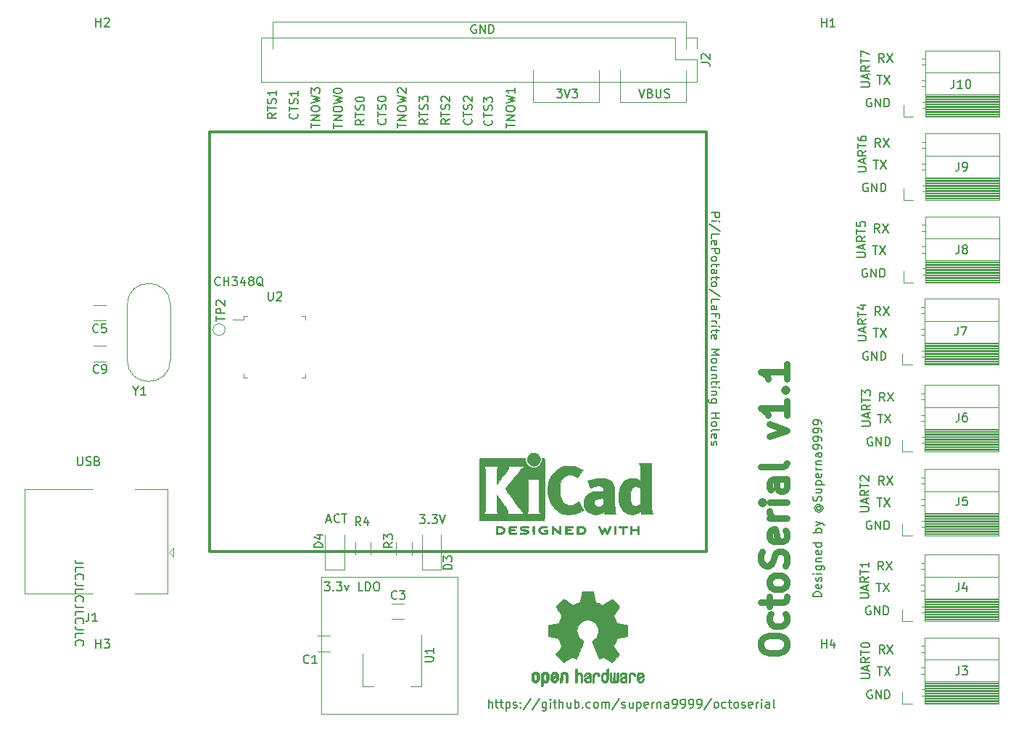
<source format=gbr>
G04 #@! TF.GenerationSoftware,KiCad,Pcbnew,6.0.10-86aedd382b~118~ubuntu22.04.1*
G04 #@! TF.CreationDate,2023-01-17T11:34:58+01:00*
G04 #@! TF.ProjectId,octoserial,6f63746f-7365-4726-9961-6c2e6b696361,rev?*
G04 #@! TF.SameCoordinates,Original*
G04 #@! TF.FileFunction,Legend,Top*
G04 #@! TF.FilePolarity,Positive*
%FSLAX46Y46*%
G04 Gerber Fmt 4.6, Leading zero omitted, Abs format (unit mm)*
G04 Created by KiCad (PCBNEW 6.0.10-86aedd382b~118~ubuntu22.04.1) date 2023-01-17 11:34:58*
%MOMM*%
%LPD*%
G01*
G04 APERTURE LIST*
%ADD10C,0.120000*%
%ADD11C,0.300000*%
%ADD12C,0.150000*%
%ADD13C,0.750000*%
%ADD14C,0.010000*%
G04 APERTURE END LIST*
D10*
X73020000Y-118020000D02*
X88950000Y-117990000D01*
D11*
X118000000Y-99000000D02*
X60000000Y-99000000D01*
X60000000Y-50000000D02*
X118000000Y-50000000D01*
X60000000Y-50000000D02*
X60000000Y-99000000D01*
D10*
X73050000Y-102000000D02*
X73020000Y-118020000D01*
X107950000Y-42850000D02*
X107950000Y-46550000D01*
X88950000Y-102000000D02*
X73050000Y-102000000D01*
X115600000Y-40300000D02*
X115600000Y-37150000D01*
X97800000Y-42800000D02*
X97800000Y-46500000D01*
X115600000Y-37150000D02*
X67350000Y-37150000D01*
X115600000Y-42850000D02*
X115600000Y-46550000D01*
X105450000Y-42850000D02*
X105450000Y-46500000D01*
X105450000Y-46500000D02*
X97800000Y-46500000D01*
X88950000Y-117990000D02*
X88950000Y-102000000D01*
X115600000Y-46550000D02*
X107950000Y-46550000D01*
X67350000Y-40300000D02*
X67350000Y-37150000D01*
D11*
X118000000Y-99000000D02*
X118000000Y-50000000D01*
D12*
X45297619Y-100430952D02*
X44583333Y-100430952D01*
X44440476Y-100383333D01*
X44345238Y-100288095D01*
X44297619Y-100145238D01*
X44297619Y-100050000D01*
X44297619Y-101383333D02*
X44297619Y-100907142D01*
X45297619Y-100907142D01*
X44392857Y-102288095D02*
X44345238Y-102240476D01*
X44297619Y-102097619D01*
X44297619Y-102002380D01*
X44345238Y-101859523D01*
X44440476Y-101764285D01*
X44535714Y-101716666D01*
X44726190Y-101669047D01*
X44869047Y-101669047D01*
X45059523Y-101716666D01*
X45154761Y-101764285D01*
X45250000Y-101859523D01*
X45297619Y-102002380D01*
X45297619Y-102097619D01*
X45250000Y-102240476D01*
X45202380Y-102288095D01*
X45297619Y-103002380D02*
X44583333Y-103002380D01*
X44440476Y-102954761D01*
X44345238Y-102859523D01*
X44297619Y-102716666D01*
X44297619Y-102621428D01*
X44297619Y-103954761D02*
X44297619Y-103478571D01*
X45297619Y-103478571D01*
X44392857Y-104859523D02*
X44345238Y-104811904D01*
X44297619Y-104669047D01*
X44297619Y-104573809D01*
X44345238Y-104430952D01*
X44440476Y-104335714D01*
X44535714Y-104288095D01*
X44726190Y-104240476D01*
X44869047Y-104240476D01*
X45059523Y-104288095D01*
X45154761Y-104335714D01*
X45250000Y-104430952D01*
X45297619Y-104573809D01*
X45297619Y-104669047D01*
X45250000Y-104811904D01*
X45202380Y-104859523D01*
X45297619Y-105573809D02*
X44583333Y-105573809D01*
X44440476Y-105526190D01*
X44345238Y-105430952D01*
X44297619Y-105288095D01*
X44297619Y-105192857D01*
X44297619Y-106526190D02*
X44297619Y-106050000D01*
X45297619Y-106050000D01*
X44392857Y-107430952D02*
X44345238Y-107383333D01*
X44297619Y-107240476D01*
X44297619Y-107145238D01*
X44345238Y-107002380D01*
X44440476Y-106907142D01*
X44535714Y-106859523D01*
X44726190Y-106811904D01*
X44869047Y-106811904D01*
X45059523Y-106859523D01*
X45154761Y-106907142D01*
X45250000Y-107002380D01*
X45297619Y-107145238D01*
X45297619Y-107240476D01*
X45250000Y-107383333D01*
X45202380Y-107430952D01*
X45297619Y-108145238D02*
X44583333Y-108145238D01*
X44440476Y-108097619D01*
X44345238Y-108002380D01*
X44297619Y-107859523D01*
X44297619Y-107764285D01*
X44297619Y-109097619D02*
X44297619Y-108621428D01*
X45297619Y-108621428D01*
X44392857Y-110002380D02*
X44345238Y-109954761D01*
X44297619Y-109811904D01*
X44297619Y-109716666D01*
X44345238Y-109573809D01*
X44440476Y-109478571D01*
X44535714Y-109430952D01*
X44726190Y-109383333D01*
X44869047Y-109383333D01*
X45059523Y-109430952D01*
X45154761Y-109478571D01*
X45250000Y-109573809D01*
X45297619Y-109716666D01*
X45297619Y-109811904D01*
X45250000Y-109954761D01*
X45202380Y-110002380D01*
X135952380Y-94371428D02*
X136761904Y-94371428D01*
X136857142Y-94323809D01*
X136904761Y-94276190D01*
X136952380Y-94180952D01*
X136952380Y-93990476D01*
X136904761Y-93895238D01*
X136857142Y-93847619D01*
X136761904Y-93800000D01*
X135952380Y-93800000D01*
X136666666Y-93371428D02*
X136666666Y-92895238D01*
X136952380Y-93466666D02*
X135952380Y-93133333D01*
X136952380Y-92800000D01*
X136952380Y-91895238D02*
X136476190Y-92228571D01*
X136952380Y-92466666D02*
X135952380Y-92466666D01*
X135952380Y-92085714D01*
X136000000Y-91990476D01*
X136047619Y-91942857D01*
X136142857Y-91895238D01*
X136285714Y-91895238D01*
X136380952Y-91942857D01*
X136428571Y-91990476D01*
X136476190Y-92085714D01*
X136476190Y-92466666D01*
X135952380Y-91609523D02*
X135952380Y-91038095D01*
X136952380Y-91323809D02*
X135952380Y-91323809D01*
X136047619Y-90752380D02*
X136000000Y-90704761D01*
X135952380Y-90609523D01*
X135952380Y-90371428D01*
X136000000Y-90276190D01*
X136047619Y-90228571D01*
X136142857Y-90180952D01*
X136238095Y-90180952D01*
X136380952Y-90228571D01*
X136952380Y-90800000D01*
X136952380Y-90180952D01*
X137248095Y-95500000D02*
X137152857Y-95452380D01*
X137010000Y-95452380D01*
X136867142Y-95500000D01*
X136771904Y-95595238D01*
X136724285Y-95690476D01*
X136676666Y-95880952D01*
X136676666Y-96023809D01*
X136724285Y-96214285D01*
X136771904Y-96309523D01*
X136867142Y-96404761D01*
X137010000Y-96452380D01*
X137105238Y-96452380D01*
X137248095Y-96404761D01*
X137295714Y-96357142D01*
X137295714Y-96023809D01*
X137105238Y-96023809D01*
X137724285Y-96452380D02*
X137724285Y-95452380D01*
X138295714Y-96452380D01*
X138295714Y-95452380D01*
X138771904Y-96452380D02*
X138771904Y-95452380D01*
X139010000Y-95452380D01*
X139152857Y-95500000D01*
X139248095Y-95595238D01*
X139295714Y-95690476D01*
X139343333Y-95880952D01*
X139343333Y-96023809D01*
X139295714Y-96214285D01*
X139248095Y-96309523D01*
X139152857Y-96404761D01*
X139010000Y-96452380D01*
X138771904Y-96452380D01*
X137908095Y-92762380D02*
X138479523Y-92762380D01*
X138193809Y-93762380D02*
X138193809Y-92762380D01*
X138717619Y-92762380D02*
X139384285Y-93762380D01*
X139384285Y-92762380D02*
X138717619Y-93762380D01*
X138713333Y-91222380D02*
X138380000Y-90746190D01*
X138141904Y-91222380D02*
X138141904Y-90222380D01*
X138522857Y-90222380D01*
X138618095Y-90270000D01*
X138665714Y-90317619D01*
X138713333Y-90412857D01*
X138713333Y-90555714D01*
X138665714Y-90650952D01*
X138618095Y-90698571D01*
X138522857Y-90746190D01*
X138141904Y-90746190D01*
X139046666Y-90222380D02*
X139713333Y-91222380D01*
X139713333Y-90222380D02*
X139046666Y-91222380D01*
X136052380Y-113871428D02*
X136861904Y-113871428D01*
X136957142Y-113823809D01*
X137004761Y-113776190D01*
X137052380Y-113680952D01*
X137052380Y-113490476D01*
X137004761Y-113395238D01*
X136957142Y-113347619D01*
X136861904Y-113300000D01*
X136052380Y-113300000D01*
X136766666Y-112871428D02*
X136766666Y-112395238D01*
X137052380Y-112966666D02*
X136052380Y-112633333D01*
X137052380Y-112300000D01*
X137052380Y-111395238D02*
X136576190Y-111728571D01*
X137052380Y-111966666D02*
X136052380Y-111966666D01*
X136052380Y-111585714D01*
X136100000Y-111490476D01*
X136147619Y-111442857D01*
X136242857Y-111395238D01*
X136385714Y-111395238D01*
X136480952Y-111442857D01*
X136528571Y-111490476D01*
X136576190Y-111585714D01*
X136576190Y-111966666D01*
X136052380Y-111109523D02*
X136052380Y-110538095D01*
X137052380Y-110823809D02*
X136052380Y-110823809D01*
X136052380Y-110014285D02*
X136052380Y-109919047D01*
X136100000Y-109823809D01*
X136147619Y-109776190D01*
X136242857Y-109728571D01*
X136433333Y-109680952D01*
X136671428Y-109680952D01*
X136861904Y-109728571D01*
X136957142Y-109776190D01*
X137004761Y-109823809D01*
X137052380Y-109919047D01*
X137052380Y-110014285D01*
X137004761Y-110109523D01*
X136957142Y-110157142D01*
X136861904Y-110204761D01*
X136671428Y-110252380D01*
X136433333Y-110252380D01*
X136242857Y-110204761D01*
X136147619Y-110157142D01*
X136100000Y-110109523D01*
X136052380Y-110014285D01*
X137318095Y-115260000D02*
X137222857Y-115212380D01*
X137080000Y-115212380D01*
X136937142Y-115260000D01*
X136841904Y-115355238D01*
X136794285Y-115450476D01*
X136746666Y-115640952D01*
X136746666Y-115783809D01*
X136794285Y-115974285D01*
X136841904Y-116069523D01*
X136937142Y-116164761D01*
X137080000Y-116212380D01*
X137175238Y-116212380D01*
X137318095Y-116164761D01*
X137365714Y-116117142D01*
X137365714Y-115783809D01*
X137175238Y-115783809D01*
X137794285Y-116212380D02*
X137794285Y-115212380D01*
X138365714Y-116212380D01*
X138365714Y-115212380D01*
X138841904Y-116212380D02*
X138841904Y-115212380D01*
X139080000Y-115212380D01*
X139222857Y-115260000D01*
X139318095Y-115355238D01*
X139365714Y-115450476D01*
X139413333Y-115640952D01*
X139413333Y-115783809D01*
X139365714Y-115974285D01*
X139318095Y-116069523D01*
X139222857Y-116164761D01*
X139080000Y-116212380D01*
X138841904Y-116212380D01*
X137978095Y-112522380D02*
X138549523Y-112522380D01*
X138263809Y-113522380D02*
X138263809Y-112522380D01*
X138787619Y-112522380D02*
X139454285Y-113522380D01*
X139454285Y-112522380D02*
X138787619Y-113522380D01*
X138783333Y-110982380D02*
X138450000Y-110506190D01*
X138211904Y-110982380D02*
X138211904Y-109982380D01*
X138592857Y-109982380D01*
X138688095Y-110030000D01*
X138735714Y-110077619D01*
X138783333Y-110172857D01*
X138783333Y-110315714D01*
X138735714Y-110410952D01*
X138688095Y-110458571D01*
X138592857Y-110506190D01*
X138211904Y-110506190D01*
X139116666Y-109982380D02*
X139783333Y-110982380D01*
X139783333Y-109982380D02*
X139116666Y-110982380D01*
X135952380Y-104471428D02*
X136761904Y-104471428D01*
X136857142Y-104423809D01*
X136904761Y-104376190D01*
X136952380Y-104280952D01*
X136952380Y-104090476D01*
X136904761Y-103995238D01*
X136857142Y-103947619D01*
X136761904Y-103900000D01*
X135952380Y-103900000D01*
X136666666Y-103471428D02*
X136666666Y-102995238D01*
X136952380Y-103566666D02*
X135952380Y-103233333D01*
X136952380Y-102900000D01*
X136952380Y-101995238D02*
X136476190Y-102328571D01*
X136952380Y-102566666D02*
X135952380Y-102566666D01*
X135952380Y-102185714D01*
X136000000Y-102090476D01*
X136047619Y-102042857D01*
X136142857Y-101995238D01*
X136285714Y-101995238D01*
X136380952Y-102042857D01*
X136428571Y-102090476D01*
X136476190Y-102185714D01*
X136476190Y-102566666D01*
X135952380Y-101709523D02*
X135952380Y-101138095D01*
X136952380Y-101423809D02*
X135952380Y-101423809D01*
X136952380Y-100280952D02*
X136952380Y-100852380D01*
X136952380Y-100566666D02*
X135952380Y-100566666D01*
X136095238Y-100661904D01*
X136190476Y-100757142D01*
X136238095Y-100852380D01*
X137168095Y-105470000D02*
X137072857Y-105422380D01*
X136930000Y-105422380D01*
X136787142Y-105470000D01*
X136691904Y-105565238D01*
X136644285Y-105660476D01*
X136596666Y-105850952D01*
X136596666Y-105993809D01*
X136644285Y-106184285D01*
X136691904Y-106279523D01*
X136787142Y-106374761D01*
X136930000Y-106422380D01*
X137025238Y-106422380D01*
X137168095Y-106374761D01*
X137215714Y-106327142D01*
X137215714Y-105993809D01*
X137025238Y-105993809D01*
X137644285Y-106422380D02*
X137644285Y-105422380D01*
X138215714Y-106422380D01*
X138215714Y-105422380D01*
X138691904Y-106422380D02*
X138691904Y-105422380D01*
X138930000Y-105422380D01*
X139072857Y-105470000D01*
X139168095Y-105565238D01*
X139215714Y-105660476D01*
X139263333Y-105850952D01*
X139263333Y-105993809D01*
X139215714Y-106184285D01*
X139168095Y-106279523D01*
X139072857Y-106374761D01*
X138930000Y-106422380D01*
X138691904Y-106422380D01*
X137828095Y-102732380D02*
X138399523Y-102732380D01*
X138113809Y-103732380D02*
X138113809Y-102732380D01*
X138637619Y-102732380D02*
X139304285Y-103732380D01*
X139304285Y-102732380D02*
X138637619Y-103732380D01*
X138633333Y-101192380D02*
X138300000Y-100716190D01*
X138061904Y-101192380D02*
X138061904Y-100192380D01*
X138442857Y-100192380D01*
X138538095Y-100240000D01*
X138585714Y-100287619D01*
X138633333Y-100382857D01*
X138633333Y-100525714D01*
X138585714Y-100620952D01*
X138538095Y-100668571D01*
X138442857Y-100716190D01*
X138061904Y-100716190D01*
X138966666Y-100192380D02*
X139633333Y-101192380D01*
X139633333Y-100192380D02*
X138966666Y-101192380D01*
X136848095Y-75730000D02*
X136752857Y-75682380D01*
X136610000Y-75682380D01*
X136467142Y-75730000D01*
X136371904Y-75825238D01*
X136324285Y-75920476D01*
X136276666Y-76110952D01*
X136276666Y-76253809D01*
X136324285Y-76444285D01*
X136371904Y-76539523D01*
X136467142Y-76634761D01*
X136610000Y-76682380D01*
X136705238Y-76682380D01*
X136848095Y-76634761D01*
X136895714Y-76587142D01*
X136895714Y-76253809D01*
X136705238Y-76253809D01*
X137324285Y-76682380D02*
X137324285Y-75682380D01*
X137895714Y-76682380D01*
X137895714Y-75682380D01*
X138371904Y-76682380D02*
X138371904Y-75682380D01*
X138610000Y-75682380D01*
X138752857Y-75730000D01*
X138848095Y-75825238D01*
X138895714Y-75920476D01*
X138943333Y-76110952D01*
X138943333Y-76253809D01*
X138895714Y-76444285D01*
X138848095Y-76539523D01*
X138752857Y-76634761D01*
X138610000Y-76682380D01*
X138371904Y-76682380D01*
X137508095Y-72992380D02*
X138079523Y-72992380D01*
X137793809Y-73992380D02*
X137793809Y-72992380D01*
X138317619Y-72992380D02*
X138984285Y-73992380D01*
X138984285Y-72992380D02*
X138317619Y-73992380D01*
X138313333Y-71452380D02*
X137980000Y-70976190D01*
X137741904Y-71452380D02*
X137741904Y-70452380D01*
X138122857Y-70452380D01*
X138218095Y-70500000D01*
X138265714Y-70547619D01*
X138313333Y-70642857D01*
X138313333Y-70785714D01*
X138265714Y-70880952D01*
X138218095Y-70928571D01*
X138122857Y-70976190D01*
X137741904Y-70976190D01*
X138646666Y-70452380D02*
X139313333Y-71452380D01*
X139313333Y-70452380D02*
X138646666Y-71452380D01*
X135652380Y-74371428D02*
X136461904Y-74371428D01*
X136557142Y-74323809D01*
X136604761Y-74276190D01*
X136652380Y-74180952D01*
X136652380Y-73990476D01*
X136604761Y-73895238D01*
X136557142Y-73847619D01*
X136461904Y-73800000D01*
X135652380Y-73800000D01*
X136366666Y-73371428D02*
X136366666Y-72895238D01*
X136652380Y-73466666D02*
X135652380Y-73133333D01*
X136652380Y-72800000D01*
X136652380Y-71895238D02*
X136176190Y-72228571D01*
X136652380Y-72466666D02*
X135652380Y-72466666D01*
X135652380Y-72085714D01*
X135700000Y-71990476D01*
X135747619Y-71942857D01*
X135842857Y-71895238D01*
X135985714Y-71895238D01*
X136080952Y-71942857D01*
X136128571Y-71990476D01*
X136176190Y-72085714D01*
X136176190Y-72466666D01*
X135652380Y-71609523D02*
X135652380Y-71038095D01*
X136652380Y-71323809D02*
X135652380Y-71323809D01*
X135985714Y-70276190D02*
X136652380Y-70276190D01*
X135604761Y-70514285D02*
X136319047Y-70752380D01*
X136319047Y-70133333D01*
X137408095Y-63292380D02*
X137979523Y-63292380D01*
X137693809Y-64292380D02*
X137693809Y-63292380D01*
X138217619Y-63292380D02*
X138884285Y-64292380D01*
X138884285Y-63292380D02*
X138217619Y-64292380D01*
X138213333Y-61752380D02*
X137880000Y-61276190D01*
X137641904Y-61752380D02*
X137641904Y-60752380D01*
X138022857Y-60752380D01*
X138118095Y-60800000D01*
X138165714Y-60847619D01*
X138213333Y-60942857D01*
X138213333Y-61085714D01*
X138165714Y-61180952D01*
X138118095Y-61228571D01*
X138022857Y-61276190D01*
X137641904Y-61276190D01*
X138546666Y-60752380D02*
X139213333Y-61752380D01*
X139213333Y-60752380D02*
X138546666Y-61752380D01*
X135552380Y-64671428D02*
X136361904Y-64671428D01*
X136457142Y-64623809D01*
X136504761Y-64576190D01*
X136552380Y-64480952D01*
X136552380Y-64290476D01*
X136504761Y-64195238D01*
X136457142Y-64147619D01*
X136361904Y-64100000D01*
X135552380Y-64100000D01*
X136266666Y-63671428D02*
X136266666Y-63195238D01*
X136552380Y-63766666D02*
X135552380Y-63433333D01*
X136552380Y-63100000D01*
X136552380Y-62195238D02*
X136076190Y-62528571D01*
X136552380Y-62766666D02*
X135552380Y-62766666D01*
X135552380Y-62385714D01*
X135600000Y-62290476D01*
X135647619Y-62242857D01*
X135742857Y-62195238D01*
X135885714Y-62195238D01*
X135980952Y-62242857D01*
X136028571Y-62290476D01*
X136076190Y-62385714D01*
X136076190Y-62766666D01*
X135552380Y-61909523D02*
X135552380Y-61338095D01*
X136552380Y-61623809D02*
X135552380Y-61623809D01*
X135552380Y-60528571D02*
X135552380Y-61004761D01*
X136028571Y-61052380D01*
X135980952Y-61004761D01*
X135933333Y-60909523D01*
X135933333Y-60671428D01*
X135980952Y-60576190D01*
X136028571Y-60528571D01*
X136123809Y-60480952D01*
X136361904Y-60480952D01*
X136457142Y-60528571D01*
X136504761Y-60576190D01*
X136552380Y-60671428D01*
X136552380Y-60909523D01*
X136504761Y-61004761D01*
X136457142Y-61052380D01*
X136748095Y-66030000D02*
X136652857Y-65982380D01*
X136510000Y-65982380D01*
X136367142Y-66030000D01*
X136271904Y-66125238D01*
X136224285Y-66220476D01*
X136176666Y-66410952D01*
X136176666Y-66553809D01*
X136224285Y-66744285D01*
X136271904Y-66839523D01*
X136367142Y-66934761D01*
X136510000Y-66982380D01*
X136605238Y-66982380D01*
X136748095Y-66934761D01*
X136795714Y-66887142D01*
X136795714Y-66553809D01*
X136605238Y-66553809D01*
X137224285Y-66982380D02*
X137224285Y-65982380D01*
X137795714Y-66982380D01*
X137795714Y-65982380D01*
X138271904Y-66982380D02*
X138271904Y-65982380D01*
X138510000Y-65982380D01*
X138652857Y-66030000D01*
X138748095Y-66125238D01*
X138795714Y-66220476D01*
X138843333Y-66410952D01*
X138843333Y-66553809D01*
X138795714Y-66744285D01*
X138748095Y-66839523D01*
X138652857Y-66934761D01*
X138510000Y-66982380D01*
X138271904Y-66982380D01*
X136848095Y-56030000D02*
X136752857Y-55982380D01*
X136610000Y-55982380D01*
X136467142Y-56030000D01*
X136371904Y-56125238D01*
X136324285Y-56220476D01*
X136276666Y-56410952D01*
X136276666Y-56553809D01*
X136324285Y-56744285D01*
X136371904Y-56839523D01*
X136467142Y-56934761D01*
X136610000Y-56982380D01*
X136705238Y-56982380D01*
X136848095Y-56934761D01*
X136895714Y-56887142D01*
X136895714Y-56553809D01*
X136705238Y-56553809D01*
X137324285Y-56982380D02*
X137324285Y-55982380D01*
X137895714Y-56982380D01*
X137895714Y-55982380D01*
X138371904Y-56982380D02*
X138371904Y-55982380D01*
X138610000Y-55982380D01*
X138752857Y-56030000D01*
X138848095Y-56125238D01*
X138895714Y-56220476D01*
X138943333Y-56410952D01*
X138943333Y-56553809D01*
X138895714Y-56744285D01*
X138848095Y-56839523D01*
X138752857Y-56934761D01*
X138610000Y-56982380D01*
X138371904Y-56982380D01*
X138313333Y-51752380D02*
X137980000Y-51276190D01*
X137741904Y-51752380D02*
X137741904Y-50752380D01*
X138122857Y-50752380D01*
X138218095Y-50800000D01*
X138265714Y-50847619D01*
X138313333Y-50942857D01*
X138313333Y-51085714D01*
X138265714Y-51180952D01*
X138218095Y-51228571D01*
X138122857Y-51276190D01*
X137741904Y-51276190D01*
X138646666Y-50752380D02*
X139313333Y-51752380D01*
X139313333Y-50752380D02*
X138646666Y-51752380D01*
X135652380Y-54671428D02*
X136461904Y-54671428D01*
X136557142Y-54623809D01*
X136604761Y-54576190D01*
X136652380Y-54480952D01*
X136652380Y-54290476D01*
X136604761Y-54195238D01*
X136557142Y-54147619D01*
X136461904Y-54100000D01*
X135652380Y-54100000D01*
X136366666Y-53671428D02*
X136366666Y-53195238D01*
X136652380Y-53766666D02*
X135652380Y-53433333D01*
X136652380Y-53100000D01*
X136652380Y-52195238D02*
X136176190Y-52528571D01*
X136652380Y-52766666D02*
X135652380Y-52766666D01*
X135652380Y-52385714D01*
X135700000Y-52290476D01*
X135747619Y-52242857D01*
X135842857Y-52195238D01*
X135985714Y-52195238D01*
X136080952Y-52242857D01*
X136128571Y-52290476D01*
X136176190Y-52385714D01*
X136176190Y-52766666D01*
X135652380Y-51909523D02*
X135652380Y-51338095D01*
X136652380Y-51623809D02*
X135652380Y-51623809D01*
X135652380Y-50576190D02*
X135652380Y-50766666D01*
X135700000Y-50861904D01*
X135747619Y-50909523D01*
X135890476Y-51004761D01*
X136080952Y-51052380D01*
X136461904Y-51052380D01*
X136557142Y-51004761D01*
X136604761Y-50957142D01*
X136652380Y-50861904D01*
X136652380Y-50671428D01*
X136604761Y-50576190D01*
X136557142Y-50528571D01*
X136461904Y-50480952D01*
X136223809Y-50480952D01*
X136128571Y-50528571D01*
X136080952Y-50576190D01*
X136033333Y-50671428D01*
X136033333Y-50861904D01*
X136080952Y-50957142D01*
X136128571Y-51004761D01*
X136223809Y-51052380D01*
X137508095Y-53292380D02*
X138079523Y-53292380D01*
X137793809Y-54292380D02*
X137793809Y-53292380D01*
X138317619Y-53292380D02*
X138984285Y-54292380D01*
X138984285Y-53292380D02*
X138317619Y-54292380D01*
X137248095Y-46130000D02*
X137152857Y-46082380D01*
X137010000Y-46082380D01*
X136867142Y-46130000D01*
X136771904Y-46225238D01*
X136724285Y-46320476D01*
X136676666Y-46510952D01*
X136676666Y-46653809D01*
X136724285Y-46844285D01*
X136771904Y-46939523D01*
X136867142Y-47034761D01*
X137010000Y-47082380D01*
X137105238Y-47082380D01*
X137248095Y-47034761D01*
X137295714Y-46987142D01*
X137295714Y-46653809D01*
X137105238Y-46653809D01*
X137724285Y-47082380D02*
X137724285Y-46082380D01*
X138295714Y-47082380D01*
X138295714Y-46082380D01*
X138771904Y-47082380D02*
X138771904Y-46082380D01*
X139010000Y-46082380D01*
X139152857Y-46130000D01*
X139248095Y-46225238D01*
X139295714Y-46320476D01*
X139343333Y-46510952D01*
X139343333Y-46653809D01*
X139295714Y-46844285D01*
X139248095Y-46939523D01*
X139152857Y-47034761D01*
X139010000Y-47082380D01*
X138771904Y-47082380D01*
X136052380Y-44771428D02*
X136861904Y-44771428D01*
X136957142Y-44723809D01*
X137004761Y-44676190D01*
X137052380Y-44580952D01*
X137052380Y-44390476D01*
X137004761Y-44295238D01*
X136957142Y-44247619D01*
X136861904Y-44200000D01*
X136052380Y-44200000D01*
X136766666Y-43771428D02*
X136766666Y-43295238D01*
X137052380Y-43866666D02*
X136052380Y-43533333D01*
X137052380Y-43200000D01*
X137052380Y-42295238D02*
X136576190Y-42628571D01*
X137052380Y-42866666D02*
X136052380Y-42866666D01*
X136052380Y-42485714D01*
X136100000Y-42390476D01*
X136147619Y-42342857D01*
X136242857Y-42295238D01*
X136385714Y-42295238D01*
X136480952Y-42342857D01*
X136528571Y-42390476D01*
X136576190Y-42485714D01*
X136576190Y-42866666D01*
X136052380Y-42009523D02*
X136052380Y-41438095D01*
X137052380Y-41723809D02*
X136052380Y-41723809D01*
X136052380Y-41200000D02*
X136052380Y-40533333D01*
X137052380Y-40961904D01*
X138713333Y-41852380D02*
X138380000Y-41376190D01*
X138141904Y-41852380D02*
X138141904Y-40852380D01*
X138522857Y-40852380D01*
X138618095Y-40900000D01*
X138665714Y-40947619D01*
X138713333Y-41042857D01*
X138713333Y-41185714D01*
X138665714Y-41280952D01*
X138618095Y-41328571D01*
X138522857Y-41376190D01*
X138141904Y-41376190D01*
X139046666Y-40852380D02*
X139713333Y-41852380D01*
X139713333Y-40852380D02*
X139046666Y-41852380D01*
X137908095Y-43392380D02*
X138479523Y-43392380D01*
X138193809Y-44392380D02*
X138193809Y-43392380D01*
X138717619Y-43392380D02*
X139384285Y-44392380D01*
X139384285Y-43392380D02*
X138717619Y-44392380D01*
X85502380Y-48523809D02*
X85026190Y-48857142D01*
X85502380Y-49095238D02*
X84502380Y-49095238D01*
X84502380Y-48714285D01*
X84550000Y-48619047D01*
X84597619Y-48571428D01*
X84692857Y-48523809D01*
X84835714Y-48523809D01*
X84930952Y-48571428D01*
X84978571Y-48619047D01*
X85026190Y-48714285D01*
X85026190Y-49095238D01*
X84502380Y-48238095D02*
X84502380Y-47666666D01*
X85502380Y-47952380D02*
X84502380Y-47952380D01*
X85454761Y-47380952D02*
X85502380Y-47238095D01*
X85502380Y-47000000D01*
X85454761Y-46904761D01*
X85407142Y-46857142D01*
X85311904Y-46809523D01*
X85216666Y-46809523D01*
X85121428Y-46857142D01*
X85073809Y-46904761D01*
X85026190Y-47000000D01*
X84978571Y-47190476D01*
X84930952Y-47285714D01*
X84883333Y-47333333D01*
X84788095Y-47380952D01*
X84692857Y-47380952D01*
X84597619Y-47333333D01*
X84550000Y-47285714D01*
X84502380Y-47190476D01*
X84502380Y-46952380D01*
X84550000Y-46809523D01*
X84502380Y-46476190D02*
X84502380Y-45857142D01*
X84883333Y-46190476D01*
X84883333Y-46047619D01*
X84930952Y-45952380D01*
X84978571Y-45904761D01*
X85073809Y-45857142D01*
X85311904Y-45857142D01*
X85407142Y-45904761D01*
X85454761Y-45952380D01*
X85502380Y-46047619D01*
X85502380Y-46333333D01*
X85454761Y-46428571D01*
X85407142Y-46476190D01*
X136152380Y-84371428D02*
X136961904Y-84371428D01*
X137057142Y-84323809D01*
X137104761Y-84276190D01*
X137152380Y-84180952D01*
X137152380Y-83990476D01*
X137104761Y-83895238D01*
X137057142Y-83847619D01*
X136961904Y-83800000D01*
X136152380Y-83800000D01*
X136866666Y-83371428D02*
X136866666Y-82895238D01*
X137152380Y-83466666D02*
X136152380Y-83133333D01*
X137152380Y-82800000D01*
X137152380Y-81895238D02*
X136676190Y-82228571D01*
X137152380Y-82466666D02*
X136152380Y-82466666D01*
X136152380Y-82085714D01*
X136200000Y-81990476D01*
X136247619Y-81942857D01*
X136342857Y-81895238D01*
X136485714Y-81895238D01*
X136580952Y-81942857D01*
X136628571Y-81990476D01*
X136676190Y-82085714D01*
X136676190Y-82466666D01*
X136152380Y-81609523D02*
X136152380Y-81038095D01*
X137152380Y-81323809D02*
X136152380Y-81323809D01*
X136152380Y-80800000D02*
X136152380Y-80180952D01*
X136533333Y-80514285D01*
X136533333Y-80371428D01*
X136580952Y-80276190D01*
X136628571Y-80228571D01*
X136723809Y-80180952D01*
X136961904Y-80180952D01*
X137057142Y-80228571D01*
X137104761Y-80276190D01*
X137152380Y-80371428D01*
X137152380Y-80657142D01*
X137104761Y-80752380D01*
X137057142Y-80800000D01*
X100511904Y-45002380D02*
X101130952Y-45002380D01*
X100797619Y-45383333D01*
X100940476Y-45383333D01*
X101035714Y-45430952D01*
X101083333Y-45478571D01*
X101130952Y-45573809D01*
X101130952Y-45811904D01*
X101083333Y-45907142D01*
X101035714Y-45954761D01*
X100940476Y-46002380D01*
X100654761Y-46002380D01*
X100559523Y-45954761D01*
X100511904Y-45907142D01*
X101416666Y-45002380D02*
X101750000Y-46002380D01*
X102083333Y-45002380D01*
X102321428Y-45002380D02*
X102940476Y-45002380D01*
X102607142Y-45383333D01*
X102750000Y-45383333D01*
X102845238Y-45430952D01*
X102892857Y-45478571D01*
X102940476Y-45573809D01*
X102940476Y-45811904D01*
X102892857Y-45907142D01*
X102845238Y-45954761D01*
X102750000Y-46002380D01*
X102464285Y-46002380D01*
X102369047Y-45954761D01*
X102321428Y-45907142D01*
X131452380Y-104285714D02*
X130452380Y-104285714D01*
X130452380Y-104047619D01*
X130500000Y-103904761D01*
X130595238Y-103809523D01*
X130690476Y-103761904D01*
X130880952Y-103714285D01*
X131023809Y-103714285D01*
X131214285Y-103761904D01*
X131309523Y-103809523D01*
X131404761Y-103904761D01*
X131452380Y-104047619D01*
X131452380Y-104285714D01*
X131404761Y-102904761D02*
X131452380Y-103000000D01*
X131452380Y-103190476D01*
X131404761Y-103285714D01*
X131309523Y-103333333D01*
X130928571Y-103333333D01*
X130833333Y-103285714D01*
X130785714Y-103190476D01*
X130785714Y-103000000D01*
X130833333Y-102904761D01*
X130928571Y-102857142D01*
X131023809Y-102857142D01*
X131119047Y-103333333D01*
X131404761Y-102476190D02*
X131452380Y-102380952D01*
X131452380Y-102190476D01*
X131404761Y-102095238D01*
X131309523Y-102047619D01*
X131261904Y-102047619D01*
X131166666Y-102095238D01*
X131119047Y-102190476D01*
X131119047Y-102333333D01*
X131071428Y-102428571D01*
X130976190Y-102476190D01*
X130928571Y-102476190D01*
X130833333Y-102428571D01*
X130785714Y-102333333D01*
X130785714Y-102190476D01*
X130833333Y-102095238D01*
X131452380Y-101619047D02*
X130785714Y-101619047D01*
X130452380Y-101619047D02*
X130500000Y-101666666D01*
X130547619Y-101619047D01*
X130500000Y-101571428D01*
X130452380Y-101619047D01*
X130547619Y-101619047D01*
X130785714Y-100714285D02*
X131595238Y-100714285D01*
X131690476Y-100761904D01*
X131738095Y-100809523D01*
X131785714Y-100904761D01*
X131785714Y-101047619D01*
X131738095Y-101142857D01*
X131404761Y-100714285D02*
X131452380Y-100809523D01*
X131452380Y-101000000D01*
X131404761Y-101095238D01*
X131357142Y-101142857D01*
X131261904Y-101190476D01*
X130976190Y-101190476D01*
X130880952Y-101142857D01*
X130833333Y-101095238D01*
X130785714Y-101000000D01*
X130785714Y-100809523D01*
X130833333Y-100714285D01*
X130785714Y-100238095D02*
X131452380Y-100238095D01*
X130880952Y-100238095D02*
X130833333Y-100190476D01*
X130785714Y-100095238D01*
X130785714Y-99952380D01*
X130833333Y-99857142D01*
X130928571Y-99809523D01*
X131452380Y-99809523D01*
X131404761Y-98952380D02*
X131452380Y-99047619D01*
X131452380Y-99238095D01*
X131404761Y-99333333D01*
X131309523Y-99380952D01*
X130928571Y-99380952D01*
X130833333Y-99333333D01*
X130785714Y-99238095D01*
X130785714Y-99047619D01*
X130833333Y-98952380D01*
X130928571Y-98904761D01*
X131023809Y-98904761D01*
X131119047Y-99380952D01*
X131452380Y-98047619D02*
X130452380Y-98047619D01*
X131404761Y-98047619D02*
X131452380Y-98142857D01*
X131452380Y-98333333D01*
X131404761Y-98428571D01*
X131357142Y-98476190D01*
X131261904Y-98523809D01*
X130976190Y-98523809D01*
X130880952Y-98476190D01*
X130833333Y-98428571D01*
X130785714Y-98333333D01*
X130785714Y-98142857D01*
X130833333Y-98047619D01*
X131452380Y-96809523D02*
X130452380Y-96809523D01*
X130833333Y-96809523D02*
X130785714Y-96714285D01*
X130785714Y-96523809D01*
X130833333Y-96428571D01*
X130880952Y-96380952D01*
X130976190Y-96333333D01*
X131261904Y-96333333D01*
X131357142Y-96380952D01*
X131404761Y-96428571D01*
X131452380Y-96523809D01*
X131452380Y-96714285D01*
X131404761Y-96809523D01*
X130785714Y-96000000D02*
X131452380Y-95761904D01*
X130785714Y-95523809D02*
X131452380Y-95761904D01*
X131690476Y-95857142D01*
X131738095Y-95904761D01*
X131785714Y-96000000D01*
X130976190Y-93761904D02*
X130928571Y-93809523D01*
X130880952Y-93904761D01*
X130880952Y-94000000D01*
X130928571Y-94095238D01*
X130976190Y-94142857D01*
X131071428Y-94190476D01*
X131166666Y-94190476D01*
X131261904Y-94142857D01*
X131309523Y-94095238D01*
X131357142Y-94000000D01*
X131357142Y-93904761D01*
X131309523Y-93809523D01*
X131261904Y-93761904D01*
X130880952Y-93761904D02*
X131261904Y-93761904D01*
X131309523Y-93714285D01*
X131309523Y-93666666D01*
X131261904Y-93571428D01*
X131166666Y-93523809D01*
X130928571Y-93523809D01*
X130785714Y-93619047D01*
X130690476Y-93761904D01*
X130642857Y-93952380D01*
X130690476Y-94142857D01*
X130785714Y-94285714D01*
X130928571Y-94380952D01*
X131119047Y-94428571D01*
X131309523Y-94380952D01*
X131452380Y-94285714D01*
X131547619Y-94142857D01*
X131595238Y-93952380D01*
X131547619Y-93761904D01*
X131452380Y-93619047D01*
X131404761Y-93142857D02*
X131452380Y-93000000D01*
X131452380Y-92761904D01*
X131404761Y-92666666D01*
X131357142Y-92619047D01*
X131261904Y-92571428D01*
X131166666Y-92571428D01*
X131071428Y-92619047D01*
X131023809Y-92666666D01*
X130976190Y-92761904D01*
X130928571Y-92952380D01*
X130880952Y-93047619D01*
X130833333Y-93095238D01*
X130738095Y-93142857D01*
X130642857Y-93142857D01*
X130547619Y-93095238D01*
X130500000Y-93047619D01*
X130452380Y-92952380D01*
X130452380Y-92714285D01*
X130500000Y-92571428D01*
X130785714Y-91714285D02*
X131452380Y-91714285D01*
X130785714Y-92142857D02*
X131309523Y-92142857D01*
X131404761Y-92095238D01*
X131452380Y-92000000D01*
X131452380Y-91857142D01*
X131404761Y-91761904D01*
X131357142Y-91714285D01*
X130785714Y-91238095D02*
X131785714Y-91238095D01*
X130833333Y-91238095D02*
X130785714Y-91142857D01*
X130785714Y-90952380D01*
X130833333Y-90857142D01*
X130880952Y-90809523D01*
X130976190Y-90761904D01*
X131261904Y-90761904D01*
X131357142Y-90809523D01*
X131404761Y-90857142D01*
X131452380Y-90952380D01*
X131452380Y-91142857D01*
X131404761Y-91238095D01*
X131404761Y-89952380D02*
X131452380Y-90047619D01*
X131452380Y-90238095D01*
X131404761Y-90333333D01*
X131309523Y-90380952D01*
X130928571Y-90380952D01*
X130833333Y-90333333D01*
X130785714Y-90238095D01*
X130785714Y-90047619D01*
X130833333Y-89952380D01*
X130928571Y-89904761D01*
X131023809Y-89904761D01*
X131119047Y-90380952D01*
X131452380Y-89476190D02*
X130785714Y-89476190D01*
X130976190Y-89476190D02*
X130880952Y-89428571D01*
X130833333Y-89380952D01*
X130785714Y-89285714D01*
X130785714Y-89190476D01*
X130785714Y-88857142D02*
X131452380Y-88857142D01*
X130880952Y-88857142D02*
X130833333Y-88809523D01*
X130785714Y-88714285D01*
X130785714Y-88571428D01*
X130833333Y-88476190D01*
X130928571Y-88428571D01*
X131452380Y-88428571D01*
X131452380Y-87523809D02*
X130928571Y-87523809D01*
X130833333Y-87571428D01*
X130785714Y-87666666D01*
X130785714Y-87857142D01*
X130833333Y-87952380D01*
X131404761Y-87523809D02*
X131452380Y-87619047D01*
X131452380Y-87857142D01*
X131404761Y-87952380D01*
X131309523Y-88000000D01*
X131214285Y-88000000D01*
X131119047Y-87952380D01*
X131071428Y-87857142D01*
X131071428Y-87619047D01*
X131023809Y-87523809D01*
X131452380Y-87000000D02*
X131452380Y-86809523D01*
X131404761Y-86714285D01*
X131357142Y-86666666D01*
X131214285Y-86571428D01*
X131023809Y-86523809D01*
X130642857Y-86523809D01*
X130547619Y-86571428D01*
X130500000Y-86619047D01*
X130452380Y-86714285D01*
X130452380Y-86904761D01*
X130500000Y-87000000D01*
X130547619Y-87047619D01*
X130642857Y-87095238D01*
X130880952Y-87095238D01*
X130976190Y-87047619D01*
X131023809Y-87000000D01*
X131071428Y-86904761D01*
X131071428Y-86714285D01*
X131023809Y-86619047D01*
X130976190Y-86571428D01*
X130880952Y-86523809D01*
X131452380Y-86047619D02*
X131452380Y-85857142D01*
X131404761Y-85761904D01*
X131357142Y-85714285D01*
X131214285Y-85619047D01*
X131023809Y-85571428D01*
X130642857Y-85571428D01*
X130547619Y-85619047D01*
X130500000Y-85666666D01*
X130452380Y-85761904D01*
X130452380Y-85952380D01*
X130500000Y-86047619D01*
X130547619Y-86095238D01*
X130642857Y-86142857D01*
X130880952Y-86142857D01*
X130976190Y-86095238D01*
X131023809Y-86047619D01*
X131071428Y-85952380D01*
X131071428Y-85761904D01*
X131023809Y-85666666D01*
X130976190Y-85619047D01*
X130880952Y-85571428D01*
X131452380Y-85095238D02*
X131452380Y-84904761D01*
X131404761Y-84809523D01*
X131357142Y-84761904D01*
X131214285Y-84666666D01*
X131023809Y-84619047D01*
X130642857Y-84619047D01*
X130547619Y-84666666D01*
X130500000Y-84714285D01*
X130452380Y-84809523D01*
X130452380Y-85000000D01*
X130500000Y-85095238D01*
X130547619Y-85142857D01*
X130642857Y-85190476D01*
X130880952Y-85190476D01*
X130976190Y-85142857D01*
X131023809Y-85095238D01*
X131071428Y-85000000D01*
X131071428Y-84809523D01*
X131023809Y-84714285D01*
X130976190Y-84666666D01*
X130880952Y-84619047D01*
X131452380Y-84142857D02*
X131452380Y-83952380D01*
X131404761Y-83857142D01*
X131357142Y-83809523D01*
X131214285Y-83714285D01*
X131023809Y-83666666D01*
X130642857Y-83666666D01*
X130547619Y-83714285D01*
X130500000Y-83761904D01*
X130452380Y-83857142D01*
X130452380Y-84047619D01*
X130500000Y-84142857D01*
X130547619Y-84190476D01*
X130642857Y-84238095D01*
X130880952Y-84238095D01*
X130976190Y-84190476D01*
X131023809Y-84142857D01*
X131071428Y-84047619D01*
X131071428Y-83857142D01*
X131023809Y-83761904D01*
X130976190Y-83714285D01*
X130880952Y-83666666D01*
X73680952Y-95366666D02*
X74157142Y-95366666D01*
X73585714Y-95652380D02*
X73919047Y-94652380D01*
X74252380Y-95652380D01*
X75157142Y-95557142D02*
X75109523Y-95604761D01*
X74966666Y-95652380D01*
X74871428Y-95652380D01*
X74728571Y-95604761D01*
X74633333Y-95509523D01*
X74585714Y-95414285D01*
X74538095Y-95223809D01*
X74538095Y-95080952D01*
X74585714Y-94890476D01*
X74633333Y-94795238D01*
X74728571Y-94700000D01*
X74871428Y-94652380D01*
X74966666Y-94652380D01*
X75109523Y-94700000D01*
X75157142Y-94747619D01*
X75442857Y-94652380D02*
X76014285Y-94652380D01*
X75728571Y-95652380D02*
X75728571Y-94652380D01*
X67752380Y-47823809D02*
X67276190Y-48157142D01*
X67752380Y-48395238D02*
X66752380Y-48395238D01*
X66752380Y-48014285D01*
X66800000Y-47919047D01*
X66847619Y-47871428D01*
X66942857Y-47823809D01*
X67085714Y-47823809D01*
X67180952Y-47871428D01*
X67228571Y-47919047D01*
X67276190Y-48014285D01*
X67276190Y-48395238D01*
X66752380Y-47538095D02*
X66752380Y-46966666D01*
X67752380Y-47252380D02*
X66752380Y-47252380D01*
X67704761Y-46680952D02*
X67752380Y-46538095D01*
X67752380Y-46300000D01*
X67704761Y-46204761D01*
X67657142Y-46157142D01*
X67561904Y-46109523D01*
X67466666Y-46109523D01*
X67371428Y-46157142D01*
X67323809Y-46204761D01*
X67276190Y-46300000D01*
X67228571Y-46490476D01*
X67180952Y-46585714D01*
X67133333Y-46633333D01*
X67038095Y-46680952D01*
X66942857Y-46680952D01*
X66847619Y-46633333D01*
X66800000Y-46585714D01*
X66752380Y-46490476D01*
X66752380Y-46252380D01*
X66800000Y-46109523D01*
X67752380Y-45157142D02*
X67752380Y-45728571D01*
X67752380Y-45442857D02*
X66752380Y-45442857D01*
X66895238Y-45538095D01*
X66990476Y-45633333D01*
X67038095Y-45728571D01*
X84523809Y-94752380D02*
X85142857Y-94752380D01*
X84809523Y-95133333D01*
X84952380Y-95133333D01*
X85047619Y-95180952D01*
X85095238Y-95228571D01*
X85142857Y-95323809D01*
X85142857Y-95561904D01*
X85095238Y-95657142D01*
X85047619Y-95704761D01*
X84952380Y-95752380D01*
X84666666Y-95752380D01*
X84571428Y-95704761D01*
X84523809Y-95657142D01*
X85571428Y-95657142D02*
X85619047Y-95704761D01*
X85571428Y-95752380D01*
X85523809Y-95704761D01*
X85571428Y-95657142D01*
X85571428Y-95752380D01*
X85952380Y-94752380D02*
X86571428Y-94752380D01*
X86238095Y-95133333D01*
X86380952Y-95133333D01*
X86476190Y-95180952D01*
X86523809Y-95228571D01*
X86571428Y-95323809D01*
X86571428Y-95561904D01*
X86523809Y-95657142D01*
X86476190Y-95704761D01*
X86380952Y-95752380D01*
X86095238Y-95752380D01*
X86000000Y-95704761D01*
X85952380Y-95657142D01*
X86857142Y-94752380D02*
X87190476Y-95752380D01*
X87523809Y-94752380D01*
X88002380Y-48523809D02*
X87526190Y-48857142D01*
X88002380Y-49095238D02*
X87002380Y-49095238D01*
X87002380Y-48714285D01*
X87050000Y-48619047D01*
X87097619Y-48571428D01*
X87192857Y-48523809D01*
X87335714Y-48523809D01*
X87430952Y-48571428D01*
X87478571Y-48619047D01*
X87526190Y-48714285D01*
X87526190Y-49095238D01*
X87002380Y-48238095D02*
X87002380Y-47666666D01*
X88002380Y-47952380D02*
X87002380Y-47952380D01*
X87954761Y-47380952D02*
X88002380Y-47238095D01*
X88002380Y-47000000D01*
X87954761Y-46904761D01*
X87907142Y-46857142D01*
X87811904Y-46809523D01*
X87716666Y-46809523D01*
X87621428Y-46857142D01*
X87573809Y-46904761D01*
X87526190Y-47000000D01*
X87478571Y-47190476D01*
X87430952Y-47285714D01*
X87383333Y-47333333D01*
X87288095Y-47380952D01*
X87192857Y-47380952D01*
X87097619Y-47333333D01*
X87050000Y-47285714D01*
X87002380Y-47190476D01*
X87002380Y-46952380D01*
X87050000Y-46809523D01*
X87097619Y-46428571D02*
X87050000Y-46380952D01*
X87002380Y-46285714D01*
X87002380Y-46047619D01*
X87050000Y-45952380D01*
X87097619Y-45904761D01*
X87192857Y-45857142D01*
X87288095Y-45857142D01*
X87430952Y-45904761D01*
X88002380Y-46476190D01*
X88002380Y-45857142D01*
X61233333Y-67857142D02*
X61185714Y-67904761D01*
X61042857Y-67952380D01*
X60947619Y-67952380D01*
X60804761Y-67904761D01*
X60709523Y-67809523D01*
X60661904Y-67714285D01*
X60614285Y-67523809D01*
X60614285Y-67380952D01*
X60661904Y-67190476D01*
X60709523Y-67095238D01*
X60804761Y-67000000D01*
X60947619Y-66952380D01*
X61042857Y-66952380D01*
X61185714Y-67000000D01*
X61233333Y-67047619D01*
X61661904Y-67952380D02*
X61661904Y-66952380D01*
X61661904Y-67428571D02*
X62233333Y-67428571D01*
X62233333Y-67952380D02*
X62233333Y-66952380D01*
X62614285Y-66952380D02*
X63233333Y-66952380D01*
X62900000Y-67333333D01*
X63042857Y-67333333D01*
X63138095Y-67380952D01*
X63185714Y-67428571D01*
X63233333Y-67523809D01*
X63233333Y-67761904D01*
X63185714Y-67857142D01*
X63138095Y-67904761D01*
X63042857Y-67952380D01*
X62757142Y-67952380D01*
X62661904Y-67904761D01*
X62614285Y-67857142D01*
X64090476Y-67285714D02*
X64090476Y-67952380D01*
X63852380Y-66904761D02*
X63614285Y-67619047D01*
X64233333Y-67619047D01*
X64757142Y-67380952D02*
X64661904Y-67333333D01*
X64614285Y-67285714D01*
X64566666Y-67190476D01*
X64566666Y-67142857D01*
X64614285Y-67047619D01*
X64661904Y-67000000D01*
X64757142Y-66952380D01*
X64947619Y-66952380D01*
X65042857Y-67000000D01*
X65090476Y-67047619D01*
X65138095Y-67142857D01*
X65138095Y-67190476D01*
X65090476Y-67285714D01*
X65042857Y-67333333D01*
X64947619Y-67380952D01*
X64757142Y-67380952D01*
X64661904Y-67428571D01*
X64614285Y-67476190D01*
X64566666Y-67571428D01*
X64566666Y-67761904D01*
X64614285Y-67857142D01*
X64661904Y-67904761D01*
X64757142Y-67952380D01*
X64947619Y-67952380D01*
X65042857Y-67904761D01*
X65090476Y-67857142D01*
X65138095Y-67761904D01*
X65138095Y-67571428D01*
X65090476Y-67476190D01*
X65042857Y-67428571D01*
X64947619Y-67380952D01*
X66233333Y-68047619D02*
X66138095Y-68000000D01*
X66042857Y-67904761D01*
X65900000Y-67761904D01*
X65804761Y-67714285D01*
X65709523Y-67714285D01*
X65757142Y-67952380D02*
X65661904Y-67904761D01*
X65566666Y-67809523D01*
X65519047Y-67619047D01*
X65519047Y-67285714D01*
X65566666Y-67095238D01*
X65661904Y-67000000D01*
X65757142Y-66952380D01*
X65947619Y-66952380D01*
X66042857Y-67000000D01*
X66138095Y-67095238D01*
X66185714Y-67285714D01*
X66185714Y-67619047D01*
X66138095Y-67809523D01*
X66042857Y-67904761D01*
X65947619Y-67952380D01*
X65757142Y-67952380D01*
X138813333Y-81452380D02*
X138480000Y-80976190D01*
X138241904Y-81452380D02*
X138241904Y-80452380D01*
X138622857Y-80452380D01*
X138718095Y-80500000D01*
X138765714Y-80547619D01*
X138813333Y-80642857D01*
X138813333Y-80785714D01*
X138765714Y-80880952D01*
X138718095Y-80928571D01*
X138622857Y-80976190D01*
X138241904Y-80976190D01*
X139146666Y-80452380D02*
X139813333Y-81452380D01*
X139813333Y-80452380D02*
X139146666Y-81452380D01*
X78052380Y-48573809D02*
X77576190Y-48907142D01*
X78052380Y-49145238D02*
X77052380Y-49145238D01*
X77052380Y-48764285D01*
X77100000Y-48669047D01*
X77147619Y-48621428D01*
X77242857Y-48573809D01*
X77385714Y-48573809D01*
X77480952Y-48621428D01*
X77528571Y-48669047D01*
X77576190Y-48764285D01*
X77576190Y-49145238D01*
X77052380Y-48288095D02*
X77052380Y-47716666D01*
X78052380Y-48002380D02*
X77052380Y-48002380D01*
X78004761Y-47430952D02*
X78052380Y-47288095D01*
X78052380Y-47050000D01*
X78004761Y-46954761D01*
X77957142Y-46907142D01*
X77861904Y-46859523D01*
X77766666Y-46859523D01*
X77671428Y-46907142D01*
X77623809Y-46954761D01*
X77576190Y-47050000D01*
X77528571Y-47240476D01*
X77480952Y-47335714D01*
X77433333Y-47383333D01*
X77338095Y-47430952D01*
X77242857Y-47430952D01*
X77147619Y-47383333D01*
X77100000Y-47335714D01*
X77052380Y-47240476D01*
X77052380Y-47002380D01*
X77100000Y-46859523D01*
X77052380Y-46240476D02*
X77052380Y-46145238D01*
X77100000Y-46050000D01*
X77147619Y-46002380D01*
X77242857Y-45954761D01*
X77433333Y-45907142D01*
X77671428Y-45907142D01*
X77861904Y-45954761D01*
X77957142Y-46002380D01*
X78004761Y-46050000D01*
X78052380Y-46145238D01*
X78052380Y-46240476D01*
X78004761Y-46335714D01*
X77957142Y-46383333D01*
X77861904Y-46430952D01*
X77671428Y-46478571D01*
X77433333Y-46478571D01*
X77242857Y-46430952D01*
X77147619Y-46383333D01*
X77100000Y-46335714D01*
X77052380Y-46240476D01*
X92907142Y-48623809D02*
X92954761Y-48671428D01*
X93002380Y-48814285D01*
X93002380Y-48909523D01*
X92954761Y-49052380D01*
X92859523Y-49147619D01*
X92764285Y-49195238D01*
X92573809Y-49242857D01*
X92430952Y-49242857D01*
X92240476Y-49195238D01*
X92145238Y-49147619D01*
X92050000Y-49052380D01*
X92002380Y-48909523D01*
X92002380Y-48814285D01*
X92050000Y-48671428D01*
X92097619Y-48623809D01*
X92002380Y-48338095D02*
X92002380Y-47766666D01*
X93002380Y-48052380D02*
X92002380Y-48052380D01*
X92954761Y-47480952D02*
X93002380Y-47338095D01*
X93002380Y-47100000D01*
X92954761Y-47004761D01*
X92907142Y-46957142D01*
X92811904Y-46909523D01*
X92716666Y-46909523D01*
X92621428Y-46957142D01*
X92573809Y-47004761D01*
X92526190Y-47100000D01*
X92478571Y-47290476D01*
X92430952Y-47385714D01*
X92383333Y-47433333D01*
X92288095Y-47480952D01*
X92192857Y-47480952D01*
X92097619Y-47433333D01*
X92050000Y-47385714D01*
X92002380Y-47290476D01*
X92002380Y-47052380D01*
X92050000Y-46909523D01*
X92002380Y-46576190D02*
X92002380Y-45957142D01*
X92383333Y-46290476D01*
X92383333Y-46147619D01*
X92430952Y-46052380D01*
X92478571Y-46004761D01*
X92573809Y-45957142D01*
X92811904Y-45957142D01*
X92907142Y-46004761D01*
X92954761Y-46052380D01*
X93002380Y-46147619D01*
X93002380Y-46433333D01*
X92954761Y-46528571D01*
X92907142Y-46576190D01*
X71852380Y-49530952D02*
X71852380Y-48959523D01*
X72852380Y-49245238D02*
X71852380Y-49245238D01*
X72852380Y-48626190D02*
X71852380Y-48626190D01*
X72852380Y-48054761D01*
X71852380Y-48054761D01*
X71852380Y-47388095D02*
X71852380Y-47197619D01*
X71900000Y-47102380D01*
X71995238Y-47007142D01*
X72185714Y-46959523D01*
X72519047Y-46959523D01*
X72709523Y-47007142D01*
X72804761Y-47102380D01*
X72852380Y-47197619D01*
X72852380Y-47388095D01*
X72804761Y-47483333D01*
X72709523Y-47578571D01*
X72519047Y-47626190D01*
X72185714Y-47626190D01*
X71995238Y-47578571D01*
X71900000Y-47483333D01*
X71852380Y-47388095D01*
X71852380Y-46626190D02*
X72852380Y-46388095D01*
X72138095Y-46197619D01*
X72852380Y-46007142D01*
X71852380Y-45769047D01*
X71852380Y-45483333D02*
X71852380Y-44864285D01*
X72233333Y-45197619D01*
X72233333Y-45054761D01*
X72280952Y-44959523D01*
X72328571Y-44911904D01*
X72423809Y-44864285D01*
X72661904Y-44864285D01*
X72757142Y-44911904D01*
X72804761Y-44959523D01*
X72852380Y-45054761D01*
X72852380Y-45340476D01*
X72804761Y-45435714D01*
X72757142Y-45483333D01*
X138008095Y-82992380D02*
X138579523Y-82992380D01*
X138293809Y-83992380D02*
X138293809Y-82992380D01*
X138817619Y-82992380D02*
X139484285Y-83992380D01*
X139484285Y-82992380D02*
X138817619Y-83992380D01*
X110116666Y-45002380D02*
X110450000Y-46002380D01*
X110783333Y-45002380D01*
X111450000Y-45478571D02*
X111592857Y-45526190D01*
X111640476Y-45573809D01*
X111688095Y-45669047D01*
X111688095Y-45811904D01*
X111640476Y-45907142D01*
X111592857Y-45954761D01*
X111497619Y-46002380D01*
X111116666Y-46002380D01*
X111116666Y-45002380D01*
X111450000Y-45002380D01*
X111545238Y-45050000D01*
X111592857Y-45097619D01*
X111640476Y-45192857D01*
X111640476Y-45288095D01*
X111592857Y-45383333D01*
X111545238Y-45430952D01*
X111450000Y-45478571D01*
X111116666Y-45478571D01*
X112116666Y-45002380D02*
X112116666Y-45811904D01*
X112164285Y-45907142D01*
X112211904Y-45954761D01*
X112307142Y-46002380D01*
X112497619Y-46002380D01*
X112592857Y-45954761D01*
X112640476Y-45907142D01*
X112688095Y-45811904D01*
X112688095Y-45002380D01*
X113116666Y-45954761D02*
X113259523Y-46002380D01*
X113497619Y-46002380D01*
X113592857Y-45954761D01*
X113640476Y-45907142D01*
X113688095Y-45811904D01*
X113688095Y-45716666D01*
X113640476Y-45621428D01*
X113592857Y-45573809D01*
X113497619Y-45526190D01*
X113307142Y-45478571D01*
X113211904Y-45430952D01*
X113164285Y-45383333D01*
X113116666Y-45288095D01*
X113116666Y-45192857D01*
X113164285Y-45097619D01*
X113211904Y-45050000D01*
X113307142Y-45002380D01*
X113545238Y-45002380D01*
X113688095Y-45050000D01*
X91088095Y-37550000D02*
X90992857Y-37502380D01*
X90850000Y-37502380D01*
X90707142Y-37550000D01*
X90611904Y-37645238D01*
X90564285Y-37740476D01*
X90516666Y-37930952D01*
X90516666Y-38073809D01*
X90564285Y-38264285D01*
X90611904Y-38359523D01*
X90707142Y-38454761D01*
X90850000Y-38502380D01*
X90945238Y-38502380D01*
X91088095Y-38454761D01*
X91135714Y-38407142D01*
X91135714Y-38073809D01*
X90945238Y-38073809D01*
X91564285Y-38502380D02*
X91564285Y-37502380D01*
X92135714Y-38502380D01*
X92135714Y-37502380D01*
X92611904Y-38502380D02*
X92611904Y-37502380D01*
X92850000Y-37502380D01*
X92992857Y-37550000D01*
X93088095Y-37645238D01*
X93135714Y-37740476D01*
X93183333Y-37930952D01*
X93183333Y-38073809D01*
X93135714Y-38264285D01*
X93088095Y-38359523D01*
X92992857Y-38454761D01*
X92850000Y-38502380D01*
X92611904Y-38502380D01*
X118547619Y-59452380D02*
X119547619Y-59452380D01*
X119547619Y-59833333D01*
X119500000Y-59928571D01*
X119452380Y-59976190D01*
X119357142Y-60023809D01*
X119214285Y-60023809D01*
X119119047Y-59976190D01*
X119071428Y-59928571D01*
X119023809Y-59833333D01*
X119023809Y-59452380D01*
X118547619Y-60452380D02*
X119214285Y-60452380D01*
X119547619Y-60452380D02*
X119500000Y-60404761D01*
X119452380Y-60452380D01*
X119500000Y-60500000D01*
X119547619Y-60452380D01*
X119452380Y-60452380D01*
X119595238Y-61642857D02*
X118309523Y-60785714D01*
X118547619Y-62452380D02*
X118547619Y-61976190D01*
X119547619Y-61976190D01*
X118595238Y-63166666D02*
X118547619Y-63071428D01*
X118547619Y-62880952D01*
X118595238Y-62785714D01*
X118690476Y-62738095D01*
X119071428Y-62738095D01*
X119166666Y-62785714D01*
X119214285Y-62880952D01*
X119214285Y-63071428D01*
X119166666Y-63166666D01*
X119071428Y-63214285D01*
X118976190Y-63214285D01*
X118880952Y-62738095D01*
X118547619Y-63642857D02*
X119547619Y-63642857D01*
X119547619Y-64023809D01*
X119500000Y-64119047D01*
X119452380Y-64166666D01*
X119357142Y-64214285D01*
X119214285Y-64214285D01*
X119119047Y-64166666D01*
X119071428Y-64119047D01*
X119023809Y-64023809D01*
X119023809Y-63642857D01*
X118547619Y-64785714D02*
X118595238Y-64690476D01*
X118642857Y-64642857D01*
X118738095Y-64595238D01*
X119023809Y-64595238D01*
X119119047Y-64642857D01*
X119166666Y-64690476D01*
X119214285Y-64785714D01*
X119214285Y-64928571D01*
X119166666Y-65023809D01*
X119119047Y-65071428D01*
X119023809Y-65119047D01*
X118738095Y-65119047D01*
X118642857Y-65071428D01*
X118595238Y-65023809D01*
X118547619Y-64928571D01*
X118547619Y-64785714D01*
X119214285Y-65404761D02*
X119214285Y-65785714D01*
X119547619Y-65547619D02*
X118690476Y-65547619D01*
X118595238Y-65595238D01*
X118547619Y-65690476D01*
X118547619Y-65785714D01*
X118547619Y-66547619D02*
X119071428Y-66547619D01*
X119166666Y-66500000D01*
X119214285Y-66404761D01*
X119214285Y-66214285D01*
X119166666Y-66119047D01*
X118595238Y-66547619D02*
X118547619Y-66452380D01*
X118547619Y-66214285D01*
X118595238Y-66119047D01*
X118690476Y-66071428D01*
X118785714Y-66071428D01*
X118880952Y-66119047D01*
X118928571Y-66214285D01*
X118928571Y-66452380D01*
X118976190Y-66547619D01*
X119214285Y-66880952D02*
X119214285Y-67261904D01*
X119547619Y-67023809D02*
X118690476Y-67023809D01*
X118595238Y-67071428D01*
X118547619Y-67166666D01*
X118547619Y-67261904D01*
X118547619Y-67738095D02*
X118595238Y-67642857D01*
X118642857Y-67595238D01*
X118738095Y-67547619D01*
X119023809Y-67547619D01*
X119119047Y-67595238D01*
X119166666Y-67642857D01*
X119214285Y-67738095D01*
X119214285Y-67880952D01*
X119166666Y-67976190D01*
X119119047Y-68023809D01*
X119023809Y-68071428D01*
X118738095Y-68071428D01*
X118642857Y-68023809D01*
X118595238Y-67976190D01*
X118547619Y-67880952D01*
X118547619Y-67738095D01*
X119595238Y-69214285D02*
X118309523Y-68357142D01*
X118547619Y-70023809D02*
X118547619Y-69547619D01*
X119547619Y-69547619D01*
X118547619Y-70785714D02*
X119071428Y-70785714D01*
X119166666Y-70738095D01*
X119214285Y-70642857D01*
X119214285Y-70452380D01*
X119166666Y-70357142D01*
X118595238Y-70785714D02*
X118547619Y-70690476D01*
X118547619Y-70452380D01*
X118595238Y-70357142D01*
X118690476Y-70309523D01*
X118785714Y-70309523D01*
X118880952Y-70357142D01*
X118928571Y-70452380D01*
X118928571Y-70690476D01*
X118976190Y-70785714D01*
X119071428Y-71595238D02*
X119071428Y-71261904D01*
X118547619Y-71261904D02*
X119547619Y-71261904D01*
X119547619Y-71738095D01*
X118547619Y-72119047D02*
X119214285Y-72119047D01*
X119023809Y-72119047D02*
X119119047Y-72166666D01*
X119166666Y-72214285D01*
X119214285Y-72309523D01*
X119214285Y-72404761D01*
X118547619Y-72738095D02*
X119214285Y-72738095D01*
X119547619Y-72738095D02*
X119500000Y-72690476D01*
X119452380Y-72738095D01*
X119500000Y-72785714D01*
X119547619Y-72738095D01*
X119452380Y-72738095D01*
X119214285Y-73071428D02*
X119214285Y-73452380D01*
X119547619Y-73214285D02*
X118690476Y-73214285D01*
X118595238Y-73261904D01*
X118547619Y-73357142D01*
X118547619Y-73452380D01*
X118595238Y-74166666D02*
X118547619Y-74071428D01*
X118547619Y-73880952D01*
X118595238Y-73785714D01*
X118690476Y-73738095D01*
X119071428Y-73738095D01*
X119166666Y-73785714D01*
X119214285Y-73880952D01*
X119214285Y-74071428D01*
X119166666Y-74166666D01*
X119071428Y-74214285D01*
X118976190Y-74214285D01*
X118880952Y-73738095D01*
X118547619Y-75404761D02*
X119547619Y-75404761D01*
X118833333Y-75738095D01*
X119547619Y-76071428D01*
X118547619Y-76071428D01*
X118547619Y-76690476D02*
X118595238Y-76595238D01*
X118642857Y-76547619D01*
X118738095Y-76500000D01*
X119023809Y-76500000D01*
X119119047Y-76547619D01*
X119166666Y-76595238D01*
X119214285Y-76690476D01*
X119214285Y-76833333D01*
X119166666Y-76928571D01*
X119119047Y-76976190D01*
X119023809Y-77023809D01*
X118738095Y-77023809D01*
X118642857Y-76976190D01*
X118595238Y-76928571D01*
X118547619Y-76833333D01*
X118547619Y-76690476D01*
X119214285Y-77880952D02*
X118547619Y-77880952D01*
X119214285Y-77452380D02*
X118690476Y-77452380D01*
X118595238Y-77500000D01*
X118547619Y-77595238D01*
X118547619Y-77738095D01*
X118595238Y-77833333D01*
X118642857Y-77880952D01*
X119214285Y-78357142D02*
X118547619Y-78357142D01*
X119119047Y-78357142D02*
X119166666Y-78404761D01*
X119214285Y-78500000D01*
X119214285Y-78642857D01*
X119166666Y-78738095D01*
X119071428Y-78785714D01*
X118547619Y-78785714D01*
X119214285Y-79119047D02*
X119214285Y-79500000D01*
X119547619Y-79261904D02*
X118690476Y-79261904D01*
X118595238Y-79309523D01*
X118547619Y-79404761D01*
X118547619Y-79500000D01*
X118547619Y-79833333D02*
X119214285Y-79833333D01*
X119547619Y-79833333D02*
X119500000Y-79785714D01*
X119452380Y-79833333D01*
X119500000Y-79880952D01*
X119547619Y-79833333D01*
X119452380Y-79833333D01*
X119214285Y-80309523D02*
X118547619Y-80309523D01*
X119119047Y-80309523D02*
X119166666Y-80357142D01*
X119214285Y-80452380D01*
X119214285Y-80595238D01*
X119166666Y-80690476D01*
X119071428Y-80738095D01*
X118547619Y-80738095D01*
X119214285Y-81642857D02*
X118404761Y-81642857D01*
X118309523Y-81595238D01*
X118261904Y-81547619D01*
X118214285Y-81452380D01*
X118214285Y-81309523D01*
X118261904Y-81214285D01*
X118595238Y-81642857D02*
X118547619Y-81547619D01*
X118547619Y-81357142D01*
X118595238Y-81261904D01*
X118642857Y-81214285D01*
X118738095Y-81166666D01*
X119023809Y-81166666D01*
X119119047Y-81214285D01*
X119166666Y-81261904D01*
X119214285Y-81357142D01*
X119214285Y-81547619D01*
X119166666Y-81642857D01*
X118547619Y-82880952D02*
X119547619Y-82880952D01*
X119071428Y-82880952D02*
X119071428Y-83452380D01*
X118547619Y-83452380D02*
X119547619Y-83452380D01*
X118547619Y-84071428D02*
X118595238Y-83976190D01*
X118642857Y-83928571D01*
X118738095Y-83880952D01*
X119023809Y-83880952D01*
X119119047Y-83928571D01*
X119166666Y-83976190D01*
X119214285Y-84071428D01*
X119214285Y-84214285D01*
X119166666Y-84309523D01*
X119119047Y-84357142D01*
X119023809Y-84404761D01*
X118738095Y-84404761D01*
X118642857Y-84357142D01*
X118595238Y-84309523D01*
X118547619Y-84214285D01*
X118547619Y-84071428D01*
X118547619Y-84976190D02*
X118595238Y-84880952D01*
X118690476Y-84833333D01*
X119547619Y-84833333D01*
X118595238Y-85738095D02*
X118547619Y-85642857D01*
X118547619Y-85452380D01*
X118595238Y-85357142D01*
X118690476Y-85309523D01*
X119071428Y-85309523D01*
X119166666Y-85357142D01*
X119214285Y-85452380D01*
X119214285Y-85642857D01*
X119166666Y-85738095D01*
X119071428Y-85785714D01*
X118976190Y-85785714D01*
X118880952Y-85309523D01*
X118595238Y-86166666D02*
X118547619Y-86261904D01*
X118547619Y-86452380D01*
X118595238Y-86547619D01*
X118690476Y-86595238D01*
X118738095Y-86595238D01*
X118833333Y-86547619D01*
X118880952Y-86452380D01*
X118880952Y-86309523D01*
X118928571Y-86214285D01*
X119023809Y-86166666D01*
X119071428Y-86166666D01*
X119166666Y-86214285D01*
X119214285Y-86309523D01*
X119214285Y-86452380D01*
X119166666Y-86547619D01*
X81952380Y-49530952D02*
X81952380Y-48959523D01*
X82952380Y-49245238D02*
X81952380Y-49245238D01*
X82952380Y-48626190D02*
X81952380Y-48626190D01*
X82952380Y-48054761D01*
X81952380Y-48054761D01*
X81952380Y-47388095D02*
X81952380Y-47197619D01*
X82000000Y-47102380D01*
X82095238Y-47007142D01*
X82285714Y-46959523D01*
X82619047Y-46959523D01*
X82809523Y-47007142D01*
X82904761Y-47102380D01*
X82952380Y-47197619D01*
X82952380Y-47388095D01*
X82904761Y-47483333D01*
X82809523Y-47578571D01*
X82619047Y-47626190D01*
X82285714Y-47626190D01*
X82095238Y-47578571D01*
X82000000Y-47483333D01*
X81952380Y-47388095D01*
X81952380Y-46626190D02*
X82952380Y-46388095D01*
X82238095Y-46197619D01*
X82952380Y-46007142D01*
X81952380Y-45769047D01*
X82047619Y-45435714D02*
X82000000Y-45388095D01*
X81952380Y-45292857D01*
X81952380Y-45054761D01*
X82000000Y-44959523D01*
X82047619Y-44911904D01*
X82142857Y-44864285D01*
X82238095Y-44864285D01*
X82380952Y-44911904D01*
X82952380Y-45483333D01*
X82952380Y-44864285D01*
X90557142Y-48523809D02*
X90604761Y-48571428D01*
X90652380Y-48714285D01*
X90652380Y-48809523D01*
X90604761Y-48952380D01*
X90509523Y-49047619D01*
X90414285Y-49095238D01*
X90223809Y-49142857D01*
X90080952Y-49142857D01*
X89890476Y-49095238D01*
X89795238Y-49047619D01*
X89700000Y-48952380D01*
X89652380Y-48809523D01*
X89652380Y-48714285D01*
X89700000Y-48571428D01*
X89747619Y-48523809D01*
X89652380Y-48238095D02*
X89652380Y-47666666D01*
X90652380Y-47952380D02*
X89652380Y-47952380D01*
X90604761Y-47380952D02*
X90652380Y-47238095D01*
X90652380Y-47000000D01*
X90604761Y-46904761D01*
X90557142Y-46857142D01*
X90461904Y-46809523D01*
X90366666Y-46809523D01*
X90271428Y-46857142D01*
X90223809Y-46904761D01*
X90176190Y-47000000D01*
X90128571Y-47190476D01*
X90080952Y-47285714D01*
X90033333Y-47333333D01*
X89938095Y-47380952D01*
X89842857Y-47380952D01*
X89747619Y-47333333D01*
X89700000Y-47285714D01*
X89652380Y-47190476D01*
X89652380Y-46952380D01*
X89700000Y-46809523D01*
X89747619Y-46428571D02*
X89700000Y-46380952D01*
X89652380Y-46285714D01*
X89652380Y-46047619D01*
X89700000Y-45952380D01*
X89747619Y-45904761D01*
X89842857Y-45857142D01*
X89938095Y-45857142D01*
X90080952Y-45904761D01*
X90652380Y-46476190D01*
X90652380Y-45857142D01*
X80507142Y-48523809D02*
X80554761Y-48571428D01*
X80602380Y-48714285D01*
X80602380Y-48809523D01*
X80554761Y-48952380D01*
X80459523Y-49047619D01*
X80364285Y-49095238D01*
X80173809Y-49142857D01*
X80030952Y-49142857D01*
X79840476Y-49095238D01*
X79745238Y-49047619D01*
X79650000Y-48952380D01*
X79602380Y-48809523D01*
X79602380Y-48714285D01*
X79650000Y-48571428D01*
X79697619Y-48523809D01*
X79602380Y-48238095D02*
X79602380Y-47666666D01*
X80602380Y-47952380D02*
X79602380Y-47952380D01*
X80554761Y-47380952D02*
X80602380Y-47238095D01*
X80602380Y-47000000D01*
X80554761Y-46904761D01*
X80507142Y-46857142D01*
X80411904Y-46809523D01*
X80316666Y-46809523D01*
X80221428Y-46857142D01*
X80173809Y-46904761D01*
X80126190Y-47000000D01*
X80078571Y-47190476D01*
X80030952Y-47285714D01*
X79983333Y-47333333D01*
X79888095Y-47380952D01*
X79792857Y-47380952D01*
X79697619Y-47333333D01*
X79650000Y-47285714D01*
X79602380Y-47190476D01*
X79602380Y-46952380D01*
X79650000Y-46809523D01*
X79602380Y-46190476D02*
X79602380Y-46095238D01*
X79650000Y-46000000D01*
X79697619Y-45952380D01*
X79792857Y-45904761D01*
X79983333Y-45857142D01*
X80221428Y-45857142D01*
X80411904Y-45904761D01*
X80507142Y-45952380D01*
X80554761Y-46000000D01*
X80602380Y-46095238D01*
X80602380Y-46190476D01*
X80554761Y-46285714D01*
X80507142Y-46333333D01*
X80411904Y-46380952D01*
X80221428Y-46428571D01*
X79983333Y-46428571D01*
X79792857Y-46380952D01*
X79697619Y-46333333D01*
X79650000Y-46285714D01*
X79602380Y-46190476D01*
X70207142Y-47873809D02*
X70254761Y-47921428D01*
X70302380Y-48064285D01*
X70302380Y-48159523D01*
X70254761Y-48302380D01*
X70159523Y-48397619D01*
X70064285Y-48445238D01*
X69873809Y-48492857D01*
X69730952Y-48492857D01*
X69540476Y-48445238D01*
X69445238Y-48397619D01*
X69350000Y-48302380D01*
X69302380Y-48159523D01*
X69302380Y-48064285D01*
X69350000Y-47921428D01*
X69397619Y-47873809D01*
X69302380Y-47588095D02*
X69302380Y-47016666D01*
X70302380Y-47302380D02*
X69302380Y-47302380D01*
X70254761Y-46730952D02*
X70302380Y-46588095D01*
X70302380Y-46350000D01*
X70254761Y-46254761D01*
X70207142Y-46207142D01*
X70111904Y-46159523D01*
X70016666Y-46159523D01*
X69921428Y-46207142D01*
X69873809Y-46254761D01*
X69826190Y-46350000D01*
X69778571Y-46540476D01*
X69730952Y-46635714D01*
X69683333Y-46683333D01*
X69588095Y-46730952D01*
X69492857Y-46730952D01*
X69397619Y-46683333D01*
X69350000Y-46635714D01*
X69302380Y-46540476D01*
X69302380Y-46302380D01*
X69350000Y-46159523D01*
X70302380Y-45207142D02*
X70302380Y-45778571D01*
X70302380Y-45492857D02*
X69302380Y-45492857D01*
X69445238Y-45588095D01*
X69540476Y-45683333D01*
X69588095Y-45778571D01*
X94602380Y-49530952D02*
X94602380Y-48959523D01*
X95602380Y-49245238D02*
X94602380Y-49245238D01*
X95602380Y-48626190D02*
X94602380Y-48626190D01*
X95602380Y-48054761D01*
X94602380Y-48054761D01*
X94602380Y-47388095D02*
X94602380Y-47197619D01*
X94650000Y-47102380D01*
X94745238Y-47007142D01*
X94935714Y-46959523D01*
X95269047Y-46959523D01*
X95459523Y-47007142D01*
X95554761Y-47102380D01*
X95602380Y-47197619D01*
X95602380Y-47388095D01*
X95554761Y-47483333D01*
X95459523Y-47578571D01*
X95269047Y-47626190D01*
X94935714Y-47626190D01*
X94745238Y-47578571D01*
X94650000Y-47483333D01*
X94602380Y-47388095D01*
X94602380Y-46626190D02*
X95602380Y-46388095D01*
X94888095Y-46197619D01*
X95602380Y-46007142D01*
X94602380Y-45769047D01*
X95602380Y-44864285D02*
X95602380Y-45435714D01*
X95602380Y-45150000D02*
X94602380Y-45150000D01*
X94745238Y-45245238D01*
X94840476Y-45340476D01*
X94888095Y-45435714D01*
X44578095Y-87972380D02*
X44578095Y-88781904D01*
X44625714Y-88877142D01*
X44673333Y-88924761D01*
X44768571Y-88972380D01*
X44959047Y-88972380D01*
X45054285Y-88924761D01*
X45101904Y-88877142D01*
X45149523Y-88781904D01*
X45149523Y-87972380D01*
X45578095Y-88924761D02*
X45720952Y-88972380D01*
X45959047Y-88972380D01*
X46054285Y-88924761D01*
X46101904Y-88877142D01*
X46149523Y-88781904D01*
X46149523Y-88686666D01*
X46101904Y-88591428D01*
X46054285Y-88543809D01*
X45959047Y-88496190D01*
X45768571Y-88448571D01*
X45673333Y-88400952D01*
X45625714Y-88353333D01*
X45578095Y-88258095D01*
X45578095Y-88162857D01*
X45625714Y-88067619D01*
X45673333Y-88020000D01*
X45768571Y-87972380D01*
X46006666Y-87972380D01*
X46149523Y-88020000D01*
X46911428Y-88448571D02*
X47054285Y-88496190D01*
X47101904Y-88543809D01*
X47149523Y-88639047D01*
X47149523Y-88781904D01*
X47101904Y-88877142D01*
X47054285Y-88924761D01*
X46959047Y-88972380D01*
X46578095Y-88972380D01*
X46578095Y-87972380D01*
X46911428Y-87972380D01*
X47006666Y-88020000D01*
X47054285Y-88067619D01*
X47101904Y-88162857D01*
X47101904Y-88258095D01*
X47054285Y-88353333D01*
X47006666Y-88400952D01*
X46911428Y-88448571D01*
X46578095Y-88448571D01*
D13*
X124357142Y-110142857D02*
X124357142Y-109571428D01*
X124500000Y-109285714D01*
X124785714Y-109000000D01*
X125357142Y-108857142D01*
X126357142Y-108857142D01*
X126928571Y-109000000D01*
X127214285Y-109285714D01*
X127357142Y-109571428D01*
X127357142Y-110142857D01*
X127214285Y-110428571D01*
X126928571Y-110714285D01*
X126357142Y-110857142D01*
X125357142Y-110857142D01*
X124785714Y-110714285D01*
X124500000Y-110428571D01*
X124357142Y-110142857D01*
X127214285Y-106285714D02*
X127357142Y-106571428D01*
X127357142Y-107142857D01*
X127214285Y-107428571D01*
X127071428Y-107571428D01*
X126785714Y-107714285D01*
X125928571Y-107714285D01*
X125642857Y-107571428D01*
X125500000Y-107428571D01*
X125357142Y-107142857D01*
X125357142Y-106571428D01*
X125500000Y-106285714D01*
X125357142Y-105428571D02*
X125357142Y-104285714D01*
X124357142Y-105000000D02*
X126928571Y-105000000D01*
X127214285Y-104857142D01*
X127357142Y-104571428D01*
X127357142Y-104285714D01*
X127357142Y-102857142D02*
X127214285Y-103142857D01*
X127071428Y-103285714D01*
X126785714Y-103428571D01*
X125928571Y-103428571D01*
X125642857Y-103285714D01*
X125500000Y-103142857D01*
X125357142Y-102857142D01*
X125357142Y-102428571D01*
X125500000Y-102142857D01*
X125642857Y-102000000D01*
X125928571Y-101857142D01*
X126785714Y-101857142D01*
X127071428Y-102000000D01*
X127214285Y-102142857D01*
X127357142Y-102428571D01*
X127357142Y-102857142D01*
X127214285Y-100714285D02*
X127357142Y-100285714D01*
X127357142Y-99571428D01*
X127214285Y-99285714D01*
X127071428Y-99142857D01*
X126785714Y-99000000D01*
X126500000Y-99000000D01*
X126214285Y-99142857D01*
X126071428Y-99285714D01*
X125928571Y-99571428D01*
X125785714Y-100142857D01*
X125642857Y-100428571D01*
X125500000Y-100571428D01*
X125214285Y-100714285D01*
X124928571Y-100714285D01*
X124642857Y-100571428D01*
X124500000Y-100428571D01*
X124357142Y-100142857D01*
X124357142Y-99428571D01*
X124500000Y-99000000D01*
X127214285Y-96571428D02*
X127357142Y-96857142D01*
X127357142Y-97428571D01*
X127214285Y-97714285D01*
X126928571Y-97857142D01*
X125785714Y-97857142D01*
X125500000Y-97714285D01*
X125357142Y-97428571D01*
X125357142Y-96857142D01*
X125500000Y-96571428D01*
X125785714Y-96428571D01*
X126071428Y-96428571D01*
X126357142Y-97857142D01*
X127357142Y-95142857D02*
X125357142Y-95142857D01*
X125928571Y-95142857D02*
X125642857Y-95000000D01*
X125500000Y-94857142D01*
X125357142Y-94571428D01*
X125357142Y-94285714D01*
X127357142Y-93285714D02*
X125357142Y-93285714D01*
X124357142Y-93285714D02*
X124500000Y-93428571D01*
X124642857Y-93285714D01*
X124500000Y-93142857D01*
X124357142Y-93285714D01*
X124642857Y-93285714D01*
X127357142Y-90571428D02*
X125785714Y-90571428D01*
X125500000Y-90714285D01*
X125357142Y-91000000D01*
X125357142Y-91571428D01*
X125500000Y-91857142D01*
X127214285Y-90571428D02*
X127357142Y-90857142D01*
X127357142Y-91571428D01*
X127214285Y-91857142D01*
X126928571Y-92000000D01*
X126642857Y-92000000D01*
X126357142Y-91857142D01*
X126214285Y-91571428D01*
X126214285Y-90857142D01*
X126071428Y-90571428D01*
X127357142Y-88714285D02*
X127214285Y-89000000D01*
X126928571Y-89142857D01*
X124357142Y-89142857D01*
X125357142Y-85571428D02*
X127357142Y-84857142D01*
X125357142Y-84142857D01*
X127357142Y-81428571D02*
X127357142Y-83142857D01*
X127357142Y-82285714D02*
X124357142Y-82285714D01*
X124785714Y-82571428D01*
X125071428Y-82857142D01*
X125214285Y-83142857D01*
X127071428Y-80142857D02*
X127214285Y-80000000D01*
X127357142Y-80142857D01*
X127214285Y-80285714D01*
X127071428Y-80142857D01*
X127357142Y-80142857D01*
X127357142Y-77142857D02*
X127357142Y-78857142D01*
X127357142Y-78000000D02*
X124357142Y-78000000D01*
X124785714Y-78285714D01*
X125071428Y-78571428D01*
X125214285Y-78857142D01*
D12*
X73401904Y-102612380D02*
X74020952Y-102612380D01*
X73687619Y-102993333D01*
X73830476Y-102993333D01*
X73925714Y-103040952D01*
X73973333Y-103088571D01*
X74020952Y-103183809D01*
X74020952Y-103421904D01*
X73973333Y-103517142D01*
X73925714Y-103564761D01*
X73830476Y-103612380D01*
X73544761Y-103612380D01*
X73449523Y-103564761D01*
X73401904Y-103517142D01*
X74449523Y-103517142D02*
X74497142Y-103564761D01*
X74449523Y-103612380D01*
X74401904Y-103564761D01*
X74449523Y-103517142D01*
X74449523Y-103612380D01*
X74830476Y-102612380D02*
X75449523Y-102612380D01*
X75116190Y-102993333D01*
X75259047Y-102993333D01*
X75354285Y-103040952D01*
X75401904Y-103088571D01*
X75449523Y-103183809D01*
X75449523Y-103421904D01*
X75401904Y-103517142D01*
X75354285Y-103564761D01*
X75259047Y-103612380D01*
X74973333Y-103612380D01*
X74878095Y-103564761D01*
X74830476Y-103517142D01*
X75782857Y-102945714D02*
X76020952Y-103612380D01*
X76259047Y-102945714D01*
X77878095Y-103612380D02*
X77401904Y-103612380D01*
X77401904Y-102612380D01*
X78211428Y-103612380D02*
X78211428Y-102612380D01*
X78449523Y-102612380D01*
X78592380Y-102660000D01*
X78687619Y-102755238D01*
X78735238Y-102850476D01*
X78782857Y-103040952D01*
X78782857Y-103183809D01*
X78735238Y-103374285D01*
X78687619Y-103469523D01*
X78592380Y-103564761D01*
X78449523Y-103612380D01*
X78211428Y-103612380D01*
X79401904Y-102612380D02*
X79592380Y-102612380D01*
X79687619Y-102660000D01*
X79782857Y-102755238D01*
X79830476Y-102945714D01*
X79830476Y-103279047D01*
X79782857Y-103469523D01*
X79687619Y-103564761D01*
X79592380Y-103612380D01*
X79401904Y-103612380D01*
X79306666Y-103564761D01*
X79211428Y-103469523D01*
X79163809Y-103279047D01*
X79163809Y-102945714D01*
X79211428Y-102755238D01*
X79306666Y-102660000D01*
X79401904Y-102612380D01*
X137348095Y-85730000D02*
X137252857Y-85682380D01*
X137110000Y-85682380D01*
X136967142Y-85730000D01*
X136871904Y-85825238D01*
X136824285Y-85920476D01*
X136776666Y-86110952D01*
X136776666Y-86253809D01*
X136824285Y-86444285D01*
X136871904Y-86539523D01*
X136967142Y-86634761D01*
X137110000Y-86682380D01*
X137205238Y-86682380D01*
X137348095Y-86634761D01*
X137395714Y-86587142D01*
X137395714Y-86253809D01*
X137205238Y-86253809D01*
X137824285Y-86682380D02*
X137824285Y-85682380D01*
X138395714Y-86682380D01*
X138395714Y-85682380D01*
X138871904Y-86682380D02*
X138871904Y-85682380D01*
X139110000Y-85682380D01*
X139252857Y-85730000D01*
X139348095Y-85825238D01*
X139395714Y-85920476D01*
X139443333Y-86110952D01*
X139443333Y-86253809D01*
X139395714Y-86444285D01*
X139348095Y-86539523D01*
X139252857Y-86634761D01*
X139110000Y-86682380D01*
X138871904Y-86682380D01*
X92553333Y-117292380D02*
X92553333Y-116292380D01*
X92981904Y-117292380D02*
X92981904Y-116768571D01*
X92934285Y-116673333D01*
X92839047Y-116625714D01*
X92696190Y-116625714D01*
X92600952Y-116673333D01*
X92553333Y-116720952D01*
X93315238Y-116625714D02*
X93696190Y-116625714D01*
X93458095Y-116292380D02*
X93458095Y-117149523D01*
X93505714Y-117244761D01*
X93600952Y-117292380D01*
X93696190Y-117292380D01*
X93886666Y-116625714D02*
X94267619Y-116625714D01*
X94029523Y-116292380D02*
X94029523Y-117149523D01*
X94077142Y-117244761D01*
X94172380Y-117292380D01*
X94267619Y-117292380D01*
X94600952Y-116625714D02*
X94600952Y-117625714D01*
X94600952Y-116673333D02*
X94696190Y-116625714D01*
X94886666Y-116625714D01*
X94981904Y-116673333D01*
X95029523Y-116720952D01*
X95077142Y-116816190D01*
X95077142Y-117101904D01*
X95029523Y-117197142D01*
X94981904Y-117244761D01*
X94886666Y-117292380D01*
X94696190Y-117292380D01*
X94600952Y-117244761D01*
X95458095Y-117244761D02*
X95553333Y-117292380D01*
X95743809Y-117292380D01*
X95839047Y-117244761D01*
X95886666Y-117149523D01*
X95886666Y-117101904D01*
X95839047Y-117006666D01*
X95743809Y-116959047D01*
X95600952Y-116959047D01*
X95505714Y-116911428D01*
X95458095Y-116816190D01*
X95458095Y-116768571D01*
X95505714Y-116673333D01*
X95600952Y-116625714D01*
X95743809Y-116625714D01*
X95839047Y-116673333D01*
X96315238Y-117197142D02*
X96362857Y-117244761D01*
X96315238Y-117292380D01*
X96267619Y-117244761D01*
X96315238Y-117197142D01*
X96315238Y-117292380D01*
X96315238Y-116673333D02*
X96362857Y-116720952D01*
X96315238Y-116768571D01*
X96267619Y-116720952D01*
X96315238Y-116673333D01*
X96315238Y-116768571D01*
X97505714Y-116244761D02*
X96648571Y-117530476D01*
X98553333Y-116244761D02*
X97696190Y-117530476D01*
X99315238Y-116625714D02*
X99315238Y-117435238D01*
X99267619Y-117530476D01*
X99220000Y-117578095D01*
X99124761Y-117625714D01*
X98981904Y-117625714D01*
X98886666Y-117578095D01*
X99315238Y-117244761D02*
X99220000Y-117292380D01*
X99029523Y-117292380D01*
X98934285Y-117244761D01*
X98886666Y-117197142D01*
X98839047Y-117101904D01*
X98839047Y-116816190D01*
X98886666Y-116720952D01*
X98934285Y-116673333D01*
X99029523Y-116625714D01*
X99220000Y-116625714D01*
X99315238Y-116673333D01*
X99791428Y-117292380D02*
X99791428Y-116625714D01*
X99791428Y-116292380D02*
X99743809Y-116340000D01*
X99791428Y-116387619D01*
X99839047Y-116340000D01*
X99791428Y-116292380D01*
X99791428Y-116387619D01*
X100124761Y-116625714D02*
X100505714Y-116625714D01*
X100267619Y-116292380D02*
X100267619Y-117149523D01*
X100315238Y-117244761D01*
X100410476Y-117292380D01*
X100505714Y-117292380D01*
X100839047Y-117292380D02*
X100839047Y-116292380D01*
X101267619Y-117292380D02*
X101267619Y-116768571D01*
X101220000Y-116673333D01*
X101124761Y-116625714D01*
X100981904Y-116625714D01*
X100886666Y-116673333D01*
X100839047Y-116720952D01*
X102172380Y-116625714D02*
X102172380Y-117292380D01*
X101743809Y-116625714D02*
X101743809Y-117149523D01*
X101791428Y-117244761D01*
X101886666Y-117292380D01*
X102029523Y-117292380D01*
X102124761Y-117244761D01*
X102172380Y-117197142D01*
X102648571Y-117292380D02*
X102648571Y-116292380D01*
X102648571Y-116673333D02*
X102743809Y-116625714D01*
X102934285Y-116625714D01*
X103029523Y-116673333D01*
X103077142Y-116720952D01*
X103124761Y-116816190D01*
X103124761Y-117101904D01*
X103077142Y-117197142D01*
X103029523Y-117244761D01*
X102934285Y-117292380D01*
X102743809Y-117292380D01*
X102648571Y-117244761D01*
X103553333Y-117197142D02*
X103600952Y-117244761D01*
X103553333Y-117292380D01*
X103505714Y-117244761D01*
X103553333Y-117197142D01*
X103553333Y-117292380D01*
X104458095Y-117244761D02*
X104362857Y-117292380D01*
X104172380Y-117292380D01*
X104077142Y-117244761D01*
X104029523Y-117197142D01*
X103981904Y-117101904D01*
X103981904Y-116816190D01*
X104029523Y-116720952D01*
X104077142Y-116673333D01*
X104172380Y-116625714D01*
X104362857Y-116625714D01*
X104458095Y-116673333D01*
X105029523Y-117292380D02*
X104934285Y-117244761D01*
X104886666Y-117197142D01*
X104839047Y-117101904D01*
X104839047Y-116816190D01*
X104886666Y-116720952D01*
X104934285Y-116673333D01*
X105029523Y-116625714D01*
X105172380Y-116625714D01*
X105267619Y-116673333D01*
X105315238Y-116720952D01*
X105362857Y-116816190D01*
X105362857Y-117101904D01*
X105315238Y-117197142D01*
X105267619Y-117244761D01*
X105172380Y-117292380D01*
X105029523Y-117292380D01*
X105791428Y-117292380D02*
X105791428Y-116625714D01*
X105791428Y-116720952D02*
X105839047Y-116673333D01*
X105934285Y-116625714D01*
X106077142Y-116625714D01*
X106172380Y-116673333D01*
X106220000Y-116768571D01*
X106220000Y-117292380D01*
X106220000Y-116768571D02*
X106267619Y-116673333D01*
X106362857Y-116625714D01*
X106505714Y-116625714D01*
X106600952Y-116673333D01*
X106648571Y-116768571D01*
X106648571Y-117292380D01*
X107839047Y-116244761D02*
X106981904Y-117530476D01*
X108124761Y-117244761D02*
X108220000Y-117292380D01*
X108410476Y-117292380D01*
X108505714Y-117244761D01*
X108553333Y-117149523D01*
X108553333Y-117101904D01*
X108505714Y-117006666D01*
X108410476Y-116959047D01*
X108267619Y-116959047D01*
X108172380Y-116911428D01*
X108124761Y-116816190D01*
X108124761Y-116768571D01*
X108172380Y-116673333D01*
X108267619Y-116625714D01*
X108410476Y-116625714D01*
X108505714Y-116673333D01*
X109410476Y-116625714D02*
X109410476Y-117292380D01*
X108981904Y-116625714D02*
X108981904Y-117149523D01*
X109029523Y-117244761D01*
X109124761Y-117292380D01*
X109267619Y-117292380D01*
X109362857Y-117244761D01*
X109410476Y-117197142D01*
X109886666Y-116625714D02*
X109886666Y-117625714D01*
X109886666Y-116673333D02*
X109981904Y-116625714D01*
X110172380Y-116625714D01*
X110267619Y-116673333D01*
X110315238Y-116720952D01*
X110362857Y-116816190D01*
X110362857Y-117101904D01*
X110315238Y-117197142D01*
X110267619Y-117244761D01*
X110172380Y-117292380D01*
X109981904Y-117292380D01*
X109886666Y-117244761D01*
X111172380Y-117244761D02*
X111077142Y-117292380D01*
X110886666Y-117292380D01*
X110791428Y-117244761D01*
X110743809Y-117149523D01*
X110743809Y-116768571D01*
X110791428Y-116673333D01*
X110886666Y-116625714D01*
X111077142Y-116625714D01*
X111172380Y-116673333D01*
X111220000Y-116768571D01*
X111220000Y-116863809D01*
X110743809Y-116959047D01*
X111648571Y-117292380D02*
X111648571Y-116625714D01*
X111648571Y-116816190D02*
X111696190Y-116720952D01*
X111743809Y-116673333D01*
X111839047Y-116625714D01*
X111934285Y-116625714D01*
X112267619Y-116625714D02*
X112267619Y-117292380D01*
X112267619Y-116720952D02*
X112315238Y-116673333D01*
X112410476Y-116625714D01*
X112553333Y-116625714D01*
X112648571Y-116673333D01*
X112696190Y-116768571D01*
X112696190Y-117292380D01*
X113600952Y-117292380D02*
X113600952Y-116768571D01*
X113553333Y-116673333D01*
X113458095Y-116625714D01*
X113267619Y-116625714D01*
X113172380Y-116673333D01*
X113600952Y-117244761D02*
X113505714Y-117292380D01*
X113267619Y-117292380D01*
X113172380Y-117244761D01*
X113124761Y-117149523D01*
X113124761Y-117054285D01*
X113172380Y-116959047D01*
X113267619Y-116911428D01*
X113505714Y-116911428D01*
X113600952Y-116863809D01*
X114124761Y-117292380D02*
X114315238Y-117292380D01*
X114410476Y-117244761D01*
X114458095Y-117197142D01*
X114553333Y-117054285D01*
X114600952Y-116863809D01*
X114600952Y-116482857D01*
X114553333Y-116387619D01*
X114505714Y-116340000D01*
X114410476Y-116292380D01*
X114219999Y-116292380D01*
X114124761Y-116340000D01*
X114077142Y-116387619D01*
X114029523Y-116482857D01*
X114029523Y-116720952D01*
X114077142Y-116816190D01*
X114124761Y-116863809D01*
X114219999Y-116911428D01*
X114410476Y-116911428D01*
X114505714Y-116863809D01*
X114553333Y-116816190D01*
X114600952Y-116720952D01*
X115077142Y-117292380D02*
X115267619Y-117292380D01*
X115362857Y-117244761D01*
X115410476Y-117197142D01*
X115505714Y-117054285D01*
X115553333Y-116863809D01*
X115553333Y-116482857D01*
X115505714Y-116387619D01*
X115458095Y-116340000D01*
X115362857Y-116292380D01*
X115172380Y-116292380D01*
X115077142Y-116340000D01*
X115029523Y-116387619D01*
X114981904Y-116482857D01*
X114981904Y-116720952D01*
X115029523Y-116816190D01*
X115077142Y-116863809D01*
X115172380Y-116911428D01*
X115362857Y-116911428D01*
X115458095Y-116863809D01*
X115505714Y-116816190D01*
X115553333Y-116720952D01*
X116029523Y-117292380D02*
X116219999Y-117292380D01*
X116315238Y-117244761D01*
X116362857Y-117197142D01*
X116458095Y-117054285D01*
X116505714Y-116863809D01*
X116505714Y-116482857D01*
X116458095Y-116387619D01*
X116410476Y-116340000D01*
X116315238Y-116292380D01*
X116124761Y-116292380D01*
X116029523Y-116340000D01*
X115981904Y-116387619D01*
X115934285Y-116482857D01*
X115934285Y-116720952D01*
X115981904Y-116816190D01*
X116029523Y-116863809D01*
X116124761Y-116911428D01*
X116315238Y-116911428D01*
X116410476Y-116863809D01*
X116458095Y-116816190D01*
X116505714Y-116720952D01*
X116981904Y-117292380D02*
X117172380Y-117292380D01*
X117267619Y-117244761D01*
X117315238Y-117197142D01*
X117410476Y-117054285D01*
X117458095Y-116863809D01*
X117458095Y-116482857D01*
X117410476Y-116387619D01*
X117362857Y-116340000D01*
X117267619Y-116292380D01*
X117077142Y-116292380D01*
X116981904Y-116340000D01*
X116934285Y-116387619D01*
X116886666Y-116482857D01*
X116886666Y-116720952D01*
X116934285Y-116816190D01*
X116981904Y-116863809D01*
X117077142Y-116911428D01*
X117267619Y-116911428D01*
X117362857Y-116863809D01*
X117410476Y-116816190D01*
X117458095Y-116720952D01*
X118600952Y-116244761D02*
X117743809Y-117530476D01*
X119077142Y-117292380D02*
X118981904Y-117244761D01*
X118934285Y-117197142D01*
X118886666Y-117101904D01*
X118886666Y-116816190D01*
X118934285Y-116720952D01*
X118981904Y-116673333D01*
X119077142Y-116625714D01*
X119219999Y-116625714D01*
X119315238Y-116673333D01*
X119362857Y-116720952D01*
X119410476Y-116816190D01*
X119410476Y-117101904D01*
X119362857Y-117197142D01*
X119315238Y-117244761D01*
X119219999Y-117292380D01*
X119077142Y-117292380D01*
X120267619Y-117244761D02*
X120172380Y-117292380D01*
X119981904Y-117292380D01*
X119886666Y-117244761D01*
X119839047Y-117197142D01*
X119791428Y-117101904D01*
X119791428Y-116816190D01*
X119839047Y-116720952D01*
X119886666Y-116673333D01*
X119981904Y-116625714D01*
X120172380Y-116625714D01*
X120267619Y-116673333D01*
X120553333Y-116625714D02*
X120934285Y-116625714D01*
X120696190Y-116292380D02*
X120696190Y-117149523D01*
X120743809Y-117244761D01*
X120839047Y-117292380D01*
X120934285Y-117292380D01*
X121410476Y-117292380D02*
X121315238Y-117244761D01*
X121267619Y-117197142D01*
X121219999Y-117101904D01*
X121219999Y-116816190D01*
X121267619Y-116720952D01*
X121315238Y-116673333D01*
X121410476Y-116625714D01*
X121553333Y-116625714D01*
X121648571Y-116673333D01*
X121696190Y-116720952D01*
X121743809Y-116816190D01*
X121743809Y-117101904D01*
X121696190Y-117197142D01*
X121648571Y-117244761D01*
X121553333Y-117292380D01*
X121410476Y-117292380D01*
X122124761Y-117244761D02*
X122219999Y-117292380D01*
X122410476Y-117292380D01*
X122505714Y-117244761D01*
X122553333Y-117149523D01*
X122553333Y-117101904D01*
X122505714Y-117006666D01*
X122410476Y-116959047D01*
X122267619Y-116959047D01*
X122172380Y-116911428D01*
X122124761Y-116816190D01*
X122124761Y-116768571D01*
X122172380Y-116673333D01*
X122267619Y-116625714D01*
X122410476Y-116625714D01*
X122505714Y-116673333D01*
X123362857Y-117244761D02*
X123267619Y-117292380D01*
X123077142Y-117292380D01*
X122981904Y-117244761D01*
X122934285Y-117149523D01*
X122934285Y-116768571D01*
X122981904Y-116673333D01*
X123077142Y-116625714D01*
X123267619Y-116625714D01*
X123362857Y-116673333D01*
X123410476Y-116768571D01*
X123410476Y-116863809D01*
X122934285Y-116959047D01*
X123839047Y-117292380D02*
X123839047Y-116625714D01*
X123839047Y-116816190D02*
X123886666Y-116720952D01*
X123934285Y-116673333D01*
X124029523Y-116625714D01*
X124124761Y-116625714D01*
X124458095Y-117292380D02*
X124458095Y-116625714D01*
X124458095Y-116292380D02*
X124410476Y-116340000D01*
X124458095Y-116387619D01*
X124505714Y-116340000D01*
X124458095Y-116292380D01*
X124458095Y-116387619D01*
X125362857Y-117292380D02*
X125362857Y-116768571D01*
X125315238Y-116673333D01*
X125219999Y-116625714D01*
X125029523Y-116625714D01*
X124934285Y-116673333D01*
X125362857Y-117244761D02*
X125267619Y-117292380D01*
X125029523Y-117292380D01*
X124934285Y-117244761D01*
X124886666Y-117149523D01*
X124886666Y-117054285D01*
X124934285Y-116959047D01*
X125029523Y-116911428D01*
X125267619Y-116911428D01*
X125362857Y-116863809D01*
X125981904Y-117292380D02*
X125886666Y-117244761D01*
X125839047Y-117149523D01*
X125839047Y-116292380D01*
X74452380Y-49580952D02*
X74452380Y-49009523D01*
X75452380Y-49295238D02*
X74452380Y-49295238D01*
X75452380Y-48676190D02*
X74452380Y-48676190D01*
X75452380Y-48104761D01*
X74452380Y-48104761D01*
X74452380Y-47438095D02*
X74452380Y-47247619D01*
X74500000Y-47152380D01*
X74595238Y-47057142D01*
X74785714Y-47009523D01*
X75119047Y-47009523D01*
X75309523Y-47057142D01*
X75404761Y-47152380D01*
X75452380Y-47247619D01*
X75452380Y-47438095D01*
X75404761Y-47533333D01*
X75309523Y-47628571D01*
X75119047Y-47676190D01*
X74785714Y-47676190D01*
X74595238Y-47628571D01*
X74500000Y-47533333D01*
X74452380Y-47438095D01*
X74452380Y-46676190D02*
X75452380Y-46438095D01*
X74738095Y-46247619D01*
X75452380Y-46057142D01*
X74452380Y-45819047D01*
X74452380Y-45247619D02*
X74452380Y-45152380D01*
X74500000Y-45057142D01*
X74547619Y-45009523D01*
X74642857Y-44961904D01*
X74833333Y-44914285D01*
X75071428Y-44914285D01*
X75261904Y-44961904D01*
X75357142Y-45009523D01*
X75404761Y-45057142D01*
X75452380Y-45152380D01*
X75452380Y-45247619D01*
X75404761Y-45342857D01*
X75357142Y-45390476D01*
X75261904Y-45438095D01*
X75071428Y-45485714D01*
X74833333Y-45485714D01*
X74642857Y-45438095D01*
X74547619Y-45390476D01*
X74500000Y-45342857D01*
X74452380Y-45247619D01*
X71583333Y-112007142D02*
X71535714Y-112054761D01*
X71392857Y-112102380D01*
X71297619Y-112102380D01*
X71154761Y-112054761D01*
X71059523Y-111959523D01*
X71011904Y-111864285D01*
X70964285Y-111673809D01*
X70964285Y-111530952D01*
X71011904Y-111340476D01*
X71059523Y-111245238D01*
X71154761Y-111150000D01*
X71297619Y-111102380D01*
X71392857Y-111102380D01*
X71535714Y-111150000D01*
X71583333Y-111197619D01*
X72535714Y-112102380D02*
X71964285Y-112102380D01*
X72250000Y-112102380D02*
X72250000Y-111102380D01*
X72154761Y-111245238D01*
X72059523Y-111340476D01*
X71964285Y-111388095D01*
X81833333Y-104507142D02*
X81785714Y-104554761D01*
X81642857Y-104602380D01*
X81547619Y-104602380D01*
X81404761Y-104554761D01*
X81309523Y-104459523D01*
X81261904Y-104364285D01*
X81214285Y-104173809D01*
X81214285Y-104030952D01*
X81261904Y-103840476D01*
X81309523Y-103745238D01*
X81404761Y-103650000D01*
X81547619Y-103602380D01*
X81642857Y-103602380D01*
X81785714Y-103650000D01*
X81833333Y-103697619D01*
X82166666Y-103602380D02*
X82785714Y-103602380D01*
X82452380Y-103983333D01*
X82595238Y-103983333D01*
X82690476Y-104030952D01*
X82738095Y-104078571D01*
X82785714Y-104173809D01*
X82785714Y-104411904D01*
X82738095Y-104507142D01*
X82690476Y-104554761D01*
X82595238Y-104602380D01*
X82309523Y-104602380D01*
X82214285Y-104554761D01*
X82166666Y-104507142D01*
X147466666Y-82852380D02*
X147466666Y-83566666D01*
X147419047Y-83709523D01*
X147323809Y-83804761D01*
X147180952Y-83852380D01*
X147085714Y-83852380D01*
X148371428Y-82852380D02*
X148180952Y-82852380D01*
X148085714Y-82900000D01*
X148038095Y-82947619D01*
X147942857Y-83090476D01*
X147895238Y-83280952D01*
X147895238Y-83661904D01*
X147942857Y-83757142D01*
X147990476Y-83804761D01*
X148085714Y-83852380D01*
X148276190Y-83852380D01*
X148371428Y-83804761D01*
X148419047Y-83757142D01*
X148466666Y-83661904D01*
X148466666Y-83423809D01*
X148419047Y-83328571D01*
X148371428Y-83280952D01*
X148276190Y-83233333D01*
X148085714Y-83233333D01*
X147990476Y-83280952D01*
X147942857Y-83328571D01*
X147895238Y-83423809D01*
X85122380Y-111881904D02*
X85931904Y-111881904D01*
X86027142Y-111834285D01*
X86074761Y-111786666D01*
X86122380Y-111691428D01*
X86122380Y-111500952D01*
X86074761Y-111405714D01*
X86027142Y-111358095D01*
X85931904Y-111310476D01*
X85122380Y-111310476D01*
X86122380Y-110310476D02*
X86122380Y-110881904D01*
X86122380Y-110596190D02*
X85122380Y-110596190D01*
X85265238Y-110691428D01*
X85360476Y-110786666D01*
X85408095Y-110881904D01*
X51373809Y-80276190D02*
X51373809Y-80752380D01*
X51040476Y-79752380D02*
X51373809Y-80276190D01*
X51707142Y-79752380D01*
X52564285Y-80752380D02*
X51992857Y-80752380D01*
X52278571Y-80752380D02*
X52278571Y-79752380D01*
X52183333Y-79895238D01*
X52088095Y-79990476D01*
X51992857Y-80038095D01*
X46738095Y-37702380D02*
X46738095Y-36702380D01*
X46738095Y-37178571D02*
X47309523Y-37178571D01*
X47309523Y-37702380D02*
X47309523Y-36702380D01*
X47738095Y-36797619D02*
X47785714Y-36750000D01*
X47880952Y-36702380D01*
X48119047Y-36702380D01*
X48214285Y-36750000D01*
X48261904Y-36797619D01*
X48309523Y-36892857D01*
X48309523Y-36988095D01*
X48261904Y-37130952D01*
X47690476Y-37702380D01*
X48309523Y-37702380D01*
X46738095Y-110302380D02*
X46738095Y-109302380D01*
X46738095Y-109778571D02*
X47309523Y-109778571D01*
X47309523Y-110302380D02*
X47309523Y-109302380D01*
X47690476Y-109302380D02*
X48309523Y-109302380D01*
X47976190Y-109683333D01*
X48119047Y-109683333D01*
X48214285Y-109730952D01*
X48261904Y-109778571D01*
X48309523Y-109873809D01*
X48309523Y-110111904D01*
X48261904Y-110207142D01*
X48214285Y-110254761D01*
X48119047Y-110302380D01*
X47833333Y-110302380D01*
X47738095Y-110254761D01*
X47690476Y-110207142D01*
X131438095Y-110302380D02*
X131438095Y-109302380D01*
X131438095Y-109778571D02*
X132009523Y-109778571D01*
X132009523Y-110302380D02*
X132009523Y-109302380D01*
X132914285Y-109635714D02*
X132914285Y-110302380D01*
X132676190Y-109254761D02*
X132438095Y-109969047D01*
X133057142Y-109969047D01*
X131438095Y-37752380D02*
X131438095Y-36752380D01*
X131438095Y-37228571D02*
X132009523Y-37228571D01*
X132009523Y-37752380D02*
X132009523Y-36752380D01*
X133009523Y-37752380D02*
X132438095Y-37752380D01*
X132723809Y-37752380D02*
X132723809Y-36752380D01*
X132628571Y-36895238D01*
X132533333Y-36990476D01*
X132438095Y-37038095D01*
X147366666Y-72752380D02*
X147366666Y-73466666D01*
X147319047Y-73609523D01*
X147223809Y-73704761D01*
X147080952Y-73752380D01*
X146985714Y-73752380D01*
X147747619Y-72752380D02*
X148414285Y-72752380D01*
X147985714Y-73752380D01*
X147466666Y-63252380D02*
X147466666Y-63966666D01*
X147419047Y-64109523D01*
X147323809Y-64204761D01*
X147180952Y-64252380D01*
X147085714Y-64252380D01*
X148085714Y-63680952D02*
X147990476Y-63633333D01*
X147942857Y-63585714D01*
X147895238Y-63490476D01*
X147895238Y-63442857D01*
X147942857Y-63347619D01*
X147990476Y-63300000D01*
X148085714Y-63252380D01*
X148276190Y-63252380D01*
X148371428Y-63300000D01*
X148419047Y-63347619D01*
X148466666Y-63442857D01*
X148466666Y-63490476D01*
X148419047Y-63585714D01*
X148371428Y-63633333D01*
X148276190Y-63680952D01*
X148085714Y-63680952D01*
X147990476Y-63728571D01*
X147942857Y-63776190D01*
X147895238Y-63871428D01*
X147895238Y-64061904D01*
X147942857Y-64157142D01*
X147990476Y-64204761D01*
X148085714Y-64252380D01*
X148276190Y-64252380D01*
X148371428Y-64204761D01*
X148419047Y-64157142D01*
X148466666Y-64061904D01*
X148466666Y-63871428D01*
X148419047Y-63776190D01*
X148371428Y-63728571D01*
X148276190Y-63680952D01*
X147466666Y-53552380D02*
X147466666Y-54266666D01*
X147419047Y-54409523D01*
X147323809Y-54504761D01*
X147180952Y-54552380D01*
X147085714Y-54552380D01*
X147990476Y-54552380D02*
X148180952Y-54552380D01*
X148276190Y-54504761D01*
X148323809Y-54457142D01*
X148419047Y-54314285D01*
X148466666Y-54123809D01*
X148466666Y-53742857D01*
X148419047Y-53647619D01*
X148371428Y-53600000D01*
X148276190Y-53552380D01*
X148085714Y-53552380D01*
X147990476Y-53600000D01*
X147942857Y-53647619D01*
X147895238Y-53742857D01*
X147895238Y-53980952D01*
X147942857Y-54076190D01*
X147990476Y-54123809D01*
X148085714Y-54171428D01*
X148276190Y-54171428D01*
X148371428Y-54123809D01*
X148419047Y-54076190D01*
X148466666Y-53980952D01*
X146890476Y-43902380D02*
X146890476Y-44616666D01*
X146842857Y-44759523D01*
X146747619Y-44854761D01*
X146604761Y-44902380D01*
X146509523Y-44902380D01*
X147890476Y-44902380D02*
X147319047Y-44902380D01*
X147604761Y-44902380D02*
X147604761Y-43902380D01*
X147509523Y-44045238D01*
X147414285Y-44140476D01*
X147319047Y-44188095D01*
X148509523Y-43902380D02*
X148604761Y-43902380D01*
X148700000Y-43950000D01*
X148747619Y-43997619D01*
X148795238Y-44092857D01*
X148842857Y-44283333D01*
X148842857Y-44521428D01*
X148795238Y-44711904D01*
X148747619Y-44807142D01*
X148700000Y-44854761D01*
X148604761Y-44902380D01*
X148509523Y-44902380D01*
X148414285Y-44854761D01*
X148366666Y-44807142D01*
X148319047Y-44711904D01*
X148271428Y-44521428D01*
X148271428Y-44283333D01*
X148319047Y-44092857D01*
X148366666Y-43997619D01*
X148414285Y-43950000D01*
X148509523Y-43902380D01*
X66838095Y-68702380D02*
X66838095Y-69511904D01*
X66885714Y-69607142D01*
X66933333Y-69654761D01*
X67028571Y-69702380D01*
X67219047Y-69702380D01*
X67314285Y-69654761D01*
X67361904Y-69607142D01*
X67409523Y-69511904D01*
X67409523Y-68702380D01*
X67838095Y-68797619D02*
X67885714Y-68750000D01*
X67980952Y-68702380D01*
X68219047Y-68702380D01*
X68314285Y-68750000D01*
X68361904Y-68797619D01*
X68409523Y-68892857D01*
X68409523Y-68988095D01*
X68361904Y-69130952D01*
X67790476Y-69702380D01*
X68409523Y-69702380D01*
X147466666Y-92652380D02*
X147466666Y-93366666D01*
X147419047Y-93509523D01*
X147323809Y-93604761D01*
X147180952Y-93652380D01*
X147085714Y-93652380D01*
X148419047Y-92652380D02*
X147942857Y-92652380D01*
X147895238Y-93128571D01*
X147942857Y-93080952D01*
X148038095Y-93033333D01*
X148276190Y-93033333D01*
X148371428Y-93080952D01*
X148419047Y-93128571D01*
X148466666Y-93223809D01*
X148466666Y-93461904D01*
X148419047Y-93557142D01*
X148371428Y-93604761D01*
X148276190Y-93652380D01*
X148038095Y-93652380D01*
X147942857Y-93604761D01*
X147895238Y-93557142D01*
X147466666Y-112452380D02*
X147466666Y-113166666D01*
X147419047Y-113309523D01*
X147323809Y-113404761D01*
X147180952Y-113452380D01*
X147085714Y-113452380D01*
X147847619Y-112452380D02*
X148466666Y-112452380D01*
X148133333Y-112833333D01*
X148276190Y-112833333D01*
X148371428Y-112880952D01*
X148419047Y-112928571D01*
X148466666Y-113023809D01*
X148466666Y-113261904D01*
X148419047Y-113357142D01*
X148371428Y-113404761D01*
X148276190Y-113452380D01*
X147990476Y-113452380D01*
X147895238Y-113404761D01*
X147847619Y-113357142D01*
X147466666Y-102652380D02*
X147466666Y-103366666D01*
X147419047Y-103509523D01*
X147323809Y-103604761D01*
X147180952Y-103652380D01*
X147085714Y-103652380D01*
X148371428Y-102985714D02*
X148371428Y-103652380D01*
X148133333Y-102604761D02*
X147895238Y-103319047D01*
X148514285Y-103319047D01*
X47033333Y-78107142D02*
X46985714Y-78154761D01*
X46842857Y-78202380D01*
X46747619Y-78202380D01*
X46604761Y-78154761D01*
X46509523Y-78059523D01*
X46461904Y-77964285D01*
X46414285Y-77773809D01*
X46414285Y-77630952D01*
X46461904Y-77440476D01*
X46509523Y-77345238D01*
X46604761Y-77250000D01*
X46747619Y-77202380D01*
X46842857Y-77202380D01*
X46985714Y-77250000D01*
X47033333Y-77297619D01*
X47509523Y-78202380D02*
X47700000Y-78202380D01*
X47795238Y-78154761D01*
X47842857Y-78107142D01*
X47938095Y-77964285D01*
X47985714Y-77773809D01*
X47985714Y-77392857D01*
X47938095Y-77297619D01*
X47890476Y-77250000D01*
X47795238Y-77202380D01*
X47604761Y-77202380D01*
X47509523Y-77250000D01*
X47461904Y-77297619D01*
X47414285Y-77392857D01*
X47414285Y-77630952D01*
X47461904Y-77726190D01*
X47509523Y-77773809D01*
X47604761Y-77821428D01*
X47795238Y-77821428D01*
X47890476Y-77773809D01*
X47938095Y-77726190D01*
X47985714Y-77630952D01*
X46983333Y-73357142D02*
X46935714Y-73404761D01*
X46792857Y-73452380D01*
X46697619Y-73452380D01*
X46554761Y-73404761D01*
X46459523Y-73309523D01*
X46411904Y-73214285D01*
X46364285Y-73023809D01*
X46364285Y-72880952D01*
X46411904Y-72690476D01*
X46459523Y-72595238D01*
X46554761Y-72500000D01*
X46697619Y-72452380D01*
X46792857Y-72452380D01*
X46935714Y-72500000D01*
X46983333Y-72547619D01*
X47888095Y-72452380D02*
X47411904Y-72452380D01*
X47364285Y-72928571D01*
X47411904Y-72880952D01*
X47507142Y-72833333D01*
X47745238Y-72833333D01*
X47840476Y-72880952D01*
X47888095Y-72928571D01*
X47935714Y-73023809D01*
X47935714Y-73261904D01*
X47888095Y-73357142D01*
X47840476Y-73404761D01*
X47745238Y-73452380D01*
X47507142Y-73452380D01*
X47411904Y-73404761D01*
X47364285Y-73357142D01*
X88302380Y-101088095D02*
X87302380Y-101088095D01*
X87302380Y-100850000D01*
X87350000Y-100707142D01*
X87445238Y-100611904D01*
X87540476Y-100564285D01*
X87730952Y-100516666D01*
X87873809Y-100516666D01*
X88064285Y-100564285D01*
X88159523Y-100611904D01*
X88254761Y-100707142D01*
X88302380Y-100850000D01*
X88302380Y-101088095D01*
X87302380Y-100183333D02*
X87302380Y-99564285D01*
X87683333Y-99897619D01*
X87683333Y-99754761D01*
X87730952Y-99659523D01*
X87778571Y-99611904D01*
X87873809Y-99564285D01*
X88111904Y-99564285D01*
X88207142Y-99611904D01*
X88254761Y-99659523D01*
X88302380Y-99754761D01*
X88302380Y-100040476D01*
X88254761Y-100135714D01*
X88207142Y-100183333D01*
X73202380Y-98538095D02*
X72202380Y-98538095D01*
X72202380Y-98300000D01*
X72250000Y-98157142D01*
X72345238Y-98061904D01*
X72440476Y-98014285D01*
X72630952Y-97966666D01*
X72773809Y-97966666D01*
X72964285Y-98014285D01*
X73059523Y-98061904D01*
X73154761Y-98157142D01*
X73202380Y-98300000D01*
X73202380Y-98538095D01*
X72535714Y-97109523D02*
X73202380Y-97109523D01*
X72154761Y-97347619D02*
X72869047Y-97585714D01*
X72869047Y-96966666D01*
X81352380Y-97966666D02*
X80876190Y-98300000D01*
X81352380Y-98538095D02*
X80352380Y-98538095D01*
X80352380Y-98157142D01*
X80400000Y-98061904D01*
X80447619Y-98014285D01*
X80542857Y-97966666D01*
X80685714Y-97966666D01*
X80780952Y-98014285D01*
X80828571Y-98061904D01*
X80876190Y-98157142D01*
X80876190Y-98538095D01*
X80352380Y-97633333D02*
X80352380Y-97014285D01*
X80733333Y-97347619D01*
X80733333Y-97204761D01*
X80780952Y-97109523D01*
X80828571Y-97061904D01*
X80923809Y-97014285D01*
X81161904Y-97014285D01*
X81257142Y-97061904D01*
X81304761Y-97109523D01*
X81352380Y-97204761D01*
X81352380Y-97490476D01*
X81304761Y-97585714D01*
X81257142Y-97633333D01*
X77633333Y-96002380D02*
X77300000Y-95526190D01*
X77061904Y-96002380D02*
X77061904Y-95002380D01*
X77442857Y-95002380D01*
X77538095Y-95050000D01*
X77585714Y-95097619D01*
X77633333Y-95192857D01*
X77633333Y-95335714D01*
X77585714Y-95430952D01*
X77538095Y-95478571D01*
X77442857Y-95526190D01*
X77061904Y-95526190D01*
X78490476Y-95335714D02*
X78490476Y-96002380D01*
X78252380Y-94954761D02*
X78014285Y-95669047D01*
X78633333Y-95669047D01*
X60752380Y-72111904D02*
X60752380Y-71540476D01*
X61752380Y-71826190D02*
X60752380Y-71826190D01*
X61752380Y-71207142D02*
X60752380Y-71207142D01*
X60752380Y-70826190D01*
X60800000Y-70730952D01*
X60847619Y-70683333D01*
X60942857Y-70635714D01*
X61085714Y-70635714D01*
X61180952Y-70683333D01*
X61228571Y-70730952D01*
X61276190Y-70826190D01*
X61276190Y-71207142D01*
X60847619Y-70254761D02*
X60800000Y-70207142D01*
X60752380Y-70111904D01*
X60752380Y-69873809D01*
X60800000Y-69778571D01*
X60847619Y-69730952D01*
X60942857Y-69683333D01*
X61038095Y-69683333D01*
X61180952Y-69730952D01*
X61752380Y-70302380D01*
X61752380Y-69683333D01*
X45874166Y-106202380D02*
X45874166Y-106916666D01*
X45826547Y-107059523D01*
X45731309Y-107154761D01*
X45588452Y-107202380D01*
X45493214Y-107202380D01*
X46874166Y-107202380D02*
X46302738Y-107202380D01*
X46588452Y-107202380D02*
X46588452Y-106202380D01*
X46493214Y-106345238D01*
X46397976Y-106440476D01*
X46302738Y-106488095D01*
X117382380Y-41903333D02*
X118096666Y-41903333D01*
X118239523Y-41950952D01*
X118334761Y-42046190D01*
X118382380Y-42189047D01*
X118382380Y-42284285D01*
X117477619Y-41474761D02*
X117430000Y-41427142D01*
X117382380Y-41331904D01*
X117382380Y-41093809D01*
X117430000Y-40998571D01*
X117477619Y-40950952D01*
X117572857Y-40903333D01*
X117668095Y-40903333D01*
X117810952Y-40950952D01*
X118382380Y-41522380D01*
X118382380Y-40903333D01*
D10*
X74011252Y-110710000D02*
X72588748Y-110710000D01*
X74011252Y-108890000D02*
X72588748Y-108890000D01*
X81288748Y-106910000D02*
X82711252Y-106910000D01*
X81288748Y-105090000D02*
X82711252Y-105090000D01*
X152090000Y-86147145D02*
X143460000Y-86147145D01*
X152090000Y-87210000D02*
X143460000Y-87210000D01*
X143460000Y-81280000D02*
X143050000Y-81280000D01*
X152090000Y-86383335D02*
X143460000Y-86383335D01*
X152090000Y-85202385D02*
X143460000Y-85202385D01*
X152090000Y-79590000D02*
X143460000Y-79590000D01*
X143460000Y-83100000D02*
X143050000Y-83100000D01*
X143460000Y-80560000D02*
X143050000Y-80560000D01*
X152090000Y-86265240D02*
X143460000Y-86265240D01*
X152090000Y-87330000D02*
X143460000Y-87330000D01*
X152090000Y-85320480D02*
X143460000Y-85320480D01*
X152090000Y-85556670D02*
X143460000Y-85556670D01*
X152090000Y-85084290D02*
X143460000Y-85084290D01*
X152090000Y-86619525D02*
X143460000Y-86619525D01*
X152090000Y-87091905D02*
X143460000Y-87091905D01*
X152090000Y-85438575D02*
X143460000Y-85438575D01*
X143460000Y-86360000D02*
X143110000Y-86360000D01*
X152090000Y-85792860D02*
X143460000Y-85792860D01*
X152090000Y-86737620D02*
X143460000Y-86737620D01*
X152090000Y-85674765D02*
X143460000Y-85674765D01*
X152090000Y-85910955D02*
X143460000Y-85910955D01*
X152090000Y-86973810D02*
X143460000Y-86973810D01*
X152090000Y-87330000D02*
X152090000Y-79590000D01*
X152090000Y-84730000D02*
X143460000Y-84730000D01*
X142000000Y-87330000D02*
X140890000Y-87330000D01*
X143460000Y-85640000D02*
X143110000Y-85640000D01*
X140890000Y-87330000D02*
X140890000Y-86000000D01*
X152090000Y-86501430D02*
X143460000Y-86501430D01*
X152090000Y-86029050D02*
X143460000Y-86029050D01*
X152090000Y-84848100D02*
X143460000Y-84848100D01*
X143460000Y-87330000D02*
X143460000Y-79590000D01*
X152090000Y-84966195D02*
X143460000Y-84966195D01*
X152090000Y-82190000D02*
X143460000Y-82190000D01*
X143460000Y-83820000D02*
X143050000Y-83820000D01*
X152090000Y-86855715D02*
X143460000Y-86855715D01*
X84710000Y-114760000D02*
X83450000Y-114760000D01*
X77890000Y-114760000D02*
X79150000Y-114760000D01*
X84710000Y-108750000D02*
X84710000Y-114760000D01*
X77890000Y-111000000D02*
X77890000Y-114760000D01*
X55425000Y-70240000D02*
X55425000Y-76640000D01*
X50375000Y-70240000D02*
X50375000Y-76640000D01*
X55425000Y-70240000D02*
G75*
G03*
X50375000Y-70240000I-2525000J0D01*
G01*
X50375000Y-76640000D02*
G75*
G03*
X55425000Y-76640000I2525000J0D01*
G01*
X152090000Y-75929050D02*
X143460000Y-75929050D01*
X143460000Y-75540000D02*
X143110000Y-75540000D01*
X152090000Y-74866195D02*
X143460000Y-74866195D01*
X143460000Y-71180000D02*
X143050000Y-71180000D01*
X152090000Y-74748100D02*
X143460000Y-74748100D01*
X152090000Y-76637620D02*
X143460000Y-76637620D01*
X152090000Y-76755715D02*
X143460000Y-76755715D01*
X143460000Y-73720000D02*
X143050000Y-73720000D01*
X152090000Y-75102385D02*
X143460000Y-75102385D01*
X152090000Y-76873810D02*
X143460000Y-76873810D01*
X152090000Y-77230000D02*
X143460000Y-77230000D01*
X152090000Y-76991905D02*
X143460000Y-76991905D01*
X152090000Y-76165240D02*
X143460000Y-76165240D01*
X152090000Y-77110000D02*
X143460000Y-77110000D01*
X143460000Y-70460000D02*
X143050000Y-70460000D01*
X143460000Y-77230000D02*
X143460000Y-69490000D01*
X152090000Y-75456670D02*
X143460000Y-75456670D01*
X152090000Y-75220480D02*
X143460000Y-75220480D01*
X143460000Y-73000000D02*
X143050000Y-73000000D01*
X152090000Y-76047145D02*
X143460000Y-76047145D01*
X152090000Y-76283335D02*
X143460000Y-76283335D01*
X152090000Y-76401430D02*
X143460000Y-76401430D01*
X152090000Y-75574765D02*
X143460000Y-75574765D01*
X140890000Y-77230000D02*
X140890000Y-75900000D01*
X142000000Y-77230000D02*
X140890000Y-77230000D01*
X152090000Y-75810955D02*
X143460000Y-75810955D01*
X152090000Y-75338575D02*
X143460000Y-75338575D01*
X152090000Y-74984290D02*
X143460000Y-74984290D01*
X152090000Y-75692860D02*
X143460000Y-75692860D01*
X152090000Y-76519525D02*
X143460000Y-76519525D01*
X152090000Y-77230000D02*
X152090000Y-69490000D01*
X152090000Y-69490000D02*
X143460000Y-69490000D01*
X143460000Y-76260000D02*
X143110000Y-76260000D01*
X152090000Y-72090000D02*
X143460000Y-72090000D01*
X152090000Y-74630000D02*
X143460000Y-74630000D01*
X152190000Y-65974765D02*
X143560000Y-65974765D01*
X152190000Y-66683335D02*
X143560000Y-66683335D01*
X152190000Y-66565240D02*
X143560000Y-66565240D01*
X152190000Y-66447145D02*
X143560000Y-66447145D01*
X142100000Y-67630000D02*
X140990000Y-67630000D01*
X152190000Y-67391905D02*
X143560000Y-67391905D01*
X152190000Y-66092860D02*
X143560000Y-66092860D01*
X152190000Y-65148100D02*
X143560000Y-65148100D01*
X152190000Y-65384290D02*
X143560000Y-65384290D01*
X143560000Y-64120000D02*
X143150000Y-64120000D01*
X143560000Y-67630000D02*
X143560000Y-59890000D01*
X152190000Y-65502385D02*
X143560000Y-65502385D01*
X152190000Y-62490000D02*
X143560000Y-62490000D01*
X152190000Y-67630000D02*
X152190000Y-59890000D01*
X152190000Y-65856670D02*
X143560000Y-65856670D01*
X143560000Y-61580000D02*
X143150000Y-61580000D01*
X152190000Y-66329050D02*
X143560000Y-66329050D01*
X152190000Y-67630000D02*
X143560000Y-67630000D01*
X143560000Y-60860000D02*
X143150000Y-60860000D01*
X143560000Y-63400000D02*
X143150000Y-63400000D01*
X152190000Y-65030000D02*
X143560000Y-65030000D01*
X152190000Y-65266195D02*
X143560000Y-65266195D01*
X152190000Y-66210955D02*
X143560000Y-66210955D01*
X152190000Y-65738575D02*
X143560000Y-65738575D01*
X152190000Y-67155715D02*
X143560000Y-67155715D01*
X152190000Y-59890000D02*
X143560000Y-59890000D01*
X143560000Y-65940000D02*
X143210000Y-65940000D01*
X152190000Y-67273810D02*
X143560000Y-67273810D01*
X152190000Y-67510000D02*
X143560000Y-67510000D01*
X152190000Y-67037620D02*
X143560000Y-67037620D01*
X143560000Y-66660000D02*
X143210000Y-66660000D01*
X152190000Y-66919525D02*
X143560000Y-66919525D01*
X152190000Y-66801430D02*
X143560000Y-66801430D01*
X152190000Y-65620480D02*
X143560000Y-65620480D01*
X140990000Y-67630000D02*
X140990000Y-66300000D01*
X152190000Y-57455715D02*
X143560000Y-57455715D01*
X152190000Y-57573810D02*
X143560000Y-57573810D01*
X152190000Y-52790000D02*
X143560000Y-52790000D01*
X140990000Y-57930000D02*
X140990000Y-56600000D01*
X152190000Y-56038575D02*
X143560000Y-56038575D01*
X152190000Y-57930000D02*
X143560000Y-57930000D01*
X143560000Y-57930000D02*
X143560000Y-50190000D01*
X152190000Y-56747145D02*
X143560000Y-56747145D01*
X143560000Y-56240000D02*
X143210000Y-56240000D01*
X152190000Y-55330000D02*
X143560000Y-55330000D01*
X152190000Y-55566195D02*
X143560000Y-55566195D01*
X152190000Y-57691905D02*
X143560000Y-57691905D01*
X152190000Y-57101430D02*
X143560000Y-57101430D01*
X152190000Y-56156670D02*
X143560000Y-56156670D01*
X143560000Y-51160000D02*
X143150000Y-51160000D01*
X143560000Y-56960000D02*
X143210000Y-56960000D01*
X152190000Y-56510955D02*
X143560000Y-56510955D01*
X143560000Y-54420000D02*
X143150000Y-54420000D01*
X152190000Y-55802385D02*
X143560000Y-55802385D01*
X152190000Y-57810000D02*
X143560000Y-57810000D01*
X152190000Y-55684290D02*
X143560000Y-55684290D01*
X152190000Y-55920480D02*
X143560000Y-55920480D01*
X142100000Y-57930000D02*
X140990000Y-57930000D01*
X152190000Y-57930000D02*
X152190000Y-50190000D01*
X152190000Y-56865240D02*
X143560000Y-56865240D01*
X143560000Y-51880000D02*
X143150000Y-51880000D01*
X152190000Y-56274765D02*
X143560000Y-56274765D01*
X152190000Y-57337620D02*
X143560000Y-57337620D01*
X152190000Y-55448100D02*
X143560000Y-55448100D01*
X152190000Y-56629050D02*
X143560000Y-56629050D01*
X152190000Y-50190000D02*
X143560000Y-50190000D01*
X143560000Y-53700000D02*
X143150000Y-53700000D01*
X152190000Y-57219525D02*
X143560000Y-57219525D01*
X152190000Y-56392860D02*
X143560000Y-56392860D01*
X152190000Y-56983335D02*
X143560000Y-56983335D01*
X152190000Y-45748100D02*
X143560000Y-45748100D01*
X152190000Y-46220480D02*
X143560000Y-46220480D01*
X152190000Y-45630000D02*
X143560000Y-45630000D01*
X143560000Y-42180000D02*
X143150000Y-42180000D01*
X152190000Y-46810955D02*
X143560000Y-46810955D01*
X140990000Y-48230000D02*
X140990000Y-46900000D01*
X143560000Y-48230000D02*
X143560000Y-40490000D01*
X152190000Y-46338575D02*
X143560000Y-46338575D01*
X152190000Y-45984290D02*
X143560000Y-45984290D01*
X152190000Y-48230000D02*
X152190000Y-40490000D01*
X152190000Y-43090000D02*
X143560000Y-43090000D01*
X152190000Y-47165240D02*
X143560000Y-47165240D01*
X152190000Y-47637620D02*
X143560000Y-47637620D01*
X152190000Y-47755715D02*
X143560000Y-47755715D01*
X152190000Y-46929050D02*
X143560000Y-46929050D01*
X143560000Y-44000000D02*
X143150000Y-44000000D01*
X152190000Y-47991905D02*
X143560000Y-47991905D01*
X152190000Y-47283335D02*
X143560000Y-47283335D01*
X152190000Y-40490000D02*
X143560000Y-40490000D01*
X143560000Y-44720000D02*
X143150000Y-44720000D01*
X143560000Y-47260000D02*
X143210000Y-47260000D01*
X152190000Y-46692860D02*
X143560000Y-46692860D01*
X152190000Y-47401430D02*
X143560000Y-47401430D01*
X152190000Y-46102385D02*
X143560000Y-46102385D01*
X142100000Y-48230000D02*
X140990000Y-48230000D01*
X152190000Y-48230000D02*
X143560000Y-48230000D01*
X143560000Y-41460000D02*
X143150000Y-41460000D01*
X152190000Y-45866195D02*
X143560000Y-45866195D01*
X152190000Y-46574765D02*
X143560000Y-46574765D01*
X152190000Y-46456670D02*
X143560000Y-46456670D01*
X143560000Y-46540000D02*
X143210000Y-46540000D01*
X152190000Y-47047145D02*
X143560000Y-47047145D01*
X152190000Y-48110000D02*
X143560000Y-48110000D01*
X152190000Y-47519525D02*
X143560000Y-47519525D01*
X152190000Y-47873810D02*
X143560000Y-47873810D01*
X70760000Y-71490000D02*
X71210000Y-71490000D01*
X63990000Y-71940000D02*
X62700000Y-71940000D01*
X71210000Y-71490000D02*
X71210000Y-71940000D01*
X63990000Y-78710000D02*
X63990000Y-78260000D01*
X71210000Y-78710000D02*
X71210000Y-78260000D01*
X64440000Y-78710000D02*
X63990000Y-78710000D01*
X63990000Y-71490000D02*
X63990000Y-71940000D01*
X70760000Y-78710000D02*
X71210000Y-78710000D01*
X64440000Y-71490000D02*
X63990000Y-71490000D01*
X152090000Y-94884290D02*
X143460000Y-94884290D01*
X140890000Y-97130000D02*
X140890000Y-95800000D01*
X152090000Y-95829050D02*
X143460000Y-95829050D01*
X152090000Y-97130000D02*
X152090000Y-89390000D01*
X152090000Y-94530000D02*
X143460000Y-94530000D01*
X152090000Y-96537620D02*
X143460000Y-96537620D01*
X152090000Y-91990000D02*
X143460000Y-91990000D01*
X143460000Y-92900000D02*
X143050000Y-92900000D01*
X152090000Y-96419525D02*
X143460000Y-96419525D01*
X152090000Y-96183335D02*
X143460000Y-96183335D01*
X142000000Y-97130000D02*
X140890000Y-97130000D01*
X152090000Y-94648100D02*
X143460000Y-94648100D01*
X152090000Y-96301430D02*
X143460000Y-96301430D01*
X152090000Y-96655715D02*
X143460000Y-96655715D01*
X152090000Y-95120480D02*
X143460000Y-95120480D01*
X152090000Y-94766195D02*
X143460000Y-94766195D01*
X143460000Y-93620000D02*
X143050000Y-93620000D01*
X152090000Y-95592860D02*
X143460000Y-95592860D01*
X152090000Y-95002385D02*
X143460000Y-95002385D01*
X152090000Y-97130000D02*
X143460000Y-97130000D01*
X143460000Y-90360000D02*
X143050000Y-90360000D01*
X152090000Y-95474765D02*
X143460000Y-95474765D01*
X143460000Y-96160000D02*
X143110000Y-96160000D01*
X152090000Y-96891905D02*
X143460000Y-96891905D01*
X152090000Y-95238575D02*
X143460000Y-95238575D01*
X152090000Y-97010000D02*
X143460000Y-97010000D01*
X143460000Y-95440000D02*
X143110000Y-95440000D01*
X152090000Y-89390000D02*
X143460000Y-89390000D01*
X152090000Y-95710955D02*
X143460000Y-95710955D01*
X152090000Y-95947145D02*
X143460000Y-95947145D01*
X143460000Y-91080000D02*
X143050000Y-91080000D01*
X152090000Y-96065240D02*
X143460000Y-96065240D01*
X152090000Y-95356670D02*
X143460000Y-95356670D01*
X152090000Y-96773810D02*
X143460000Y-96773810D01*
X143460000Y-97130000D02*
X143460000Y-89390000D01*
X152090000Y-115765240D02*
X143460000Y-115765240D01*
X142000000Y-116830000D02*
X140890000Y-116830000D01*
X143460000Y-112600000D02*
X143050000Y-112600000D01*
X152090000Y-114348100D02*
X143460000Y-114348100D01*
X143460000Y-115140000D02*
X143110000Y-115140000D01*
X143460000Y-110780000D02*
X143050000Y-110780000D01*
X152090000Y-116830000D02*
X143460000Y-116830000D01*
X152090000Y-114584290D02*
X143460000Y-114584290D01*
X152090000Y-115529050D02*
X143460000Y-115529050D01*
X152090000Y-115174765D02*
X143460000Y-115174765D01*
X152090000Y-111690000D02*
X143460000Y-111690000D01*
X152090000Y-115056670D02*
X143460000Y-115056670D01*
X152090000Y-115410955D02*
X143460000Y-115410955D01*
X152090000Y-116710000D02*
X143460000Y-116710000D01*
X143460000Y-116830000D02*
X143460000Y-109090000D01*
X152090000Y-116830000D02*
X152090000Y-109090000D01*
X143460000Y-113320000D02*
X143050000Y-113320000D01*
X152090000Y-116355715D02*
X143460000Y-116355715D01*
X143460000Y-115860000D02*
X143110000Y-115860000D01*
X152090000Y-115883335D02*
X143460000Y-115883335D01*
X152090000Y-116473810D02*
X143460000Y-116473810D01*
X152090000Y-114938575D02*
X143460000Y-114938575D01*
X152090000Y-116001430D02*
X143460000Y-116001430D01*
X140890000Y-116830000D02*
X140890000Y-115500000D01*
X152090000Y-109090000D02*
X143460000Y-109090000D01*
X152090000Y-116119525D02*
X143460000Y-116119525D01*
X152090000Y-115647145D02*
X143460000Y-115647145D01*
X152090000Y-114230000D02*
X143460000Y-114230000D01*
X152090000Y-116591905D02*
X143460000Y-116591905D01*
X152090000Y-115292860D02*
X143460000Y-115292860D01*
X152090000Y-114466195D02*
X143460000Y-114466195D01*
X143460000Y-110060000D02*
X143050000Y-110060000D01*
X152090000Y-116237620D02*
X143460000Y-116237620D01*
X152090000Y-114702385D02*
X143460000Y-114702385D01*
X152090000Y-114820480D02*
X143460000Y-114820480D01*
X143460000Y-100360000D02*
X143050000Y-100360000D01*
X152090000Y-107010000D02*
X143460000Y-107010000D01*
X143460000Y-105440000D02*
X143110000Y-105440000D01*
X152090000Y-106301430D02*
X143460000Y-106301430D01*
X152090000Y-106655715D02*
X143460000Y-106655715D01*
X142000000Y-107130000D02*
X140890000Y-107130000D01*
X152090000Y-99390000D02*
X143460000Y-99390000D01*
X152090000Y-105947145D02*
X143460000Y-105947145D01*
X152090000Y-105002385D02*
X143460000Y-105002385D01*
X152090000Y-106183335D02*
X143460000Y-106183335D01*
X143460000Y-106160000D02*
X143110000Y-106160000D01*
X152090000Y-107130000D02*
X152090000Y-99390000D01*
X143460000Y-103620000D02*
X143050000Y-103620000D01*
X143460000Y-107130000D02*
X143460000Y-99390000D01*
X143460000Y-101080000D02*
X143050000Y-101080000D01*
X152090000Y-105829050D02*
X143460000Y-105829050D01*
X152090000Y-107130000D02*
X143460000Y-107130000D01*
X152090000Y-105474765D02*
X143460000Y-105474765D01*
X152090000Y-105238575D02*
X143460000Y-105238575D01*
X152090000Y-106537620D02*
X143460000Y-106537620D01*
X143460000Y-102900000D02*
X143050000Y-102900000D01*
X152090000Y-105356670D02*
X143460000Y-105356670D01*
X152090000Y-104530000D02*
X143460000Y-104530000D01*
X140890000Y-107130000D02*
X140890000Y-105800000D01*
X152090000Y-104648100D02*
X143460000Y-104648100D01*
X152090000Y-105120480D02*
X143460000Y-105120480D01*
X152090000Y-105592860D02*
X143460000Y-105592860D01*
X152090000Y-106773810D02*
X143460000Y-106773810D01*
X152090000Y-106065240D02*
X143460000Y-106065240D01*
X152090000Y-104766195D02*
X143460000Y-104766195D01*
X152090000Y-104884290D02*
X143460000Y-104884290D01*
X152090000Y-105710955D02*
X143460000Y-105710955D01*
X152090000Y-106419525D02*
X143460000Y-106419525D01*
X152090000Y-101990000D02*
X143460000Y-101990000D01*
X152090000Y-106891905D02*
X143460000Y-106891905D01*
X47911252Y-76810000D02*
X46488748Y-76810000D01*
X47911252Y-74990000D02*
X46488748Y-74990000D01*
X47861252Y-70240000D02*
X46438748Y-70240000D01*
X47861252Y-72060000D02*
X46438748Y-72060000D01*
X84765000Y-101160000D02*
X87035000Y-101160000D01*
X87035000Y-101160000D02*
X87035000Y-97100000D01*
X84765000Y-97100000D02*
X84765000Y-101160000D01*
X75735000Y-101160000D02*
X75735000Y-97100000D01*
X73465000Y-97100000D02*
X73465000Y-101160000D01*
X73465000Y-101160000D02*
X75735000Y-101160000D01*
X83610000Y-99427064D02*
X83610000Y-97972936D01*
X81790000Y-99427064D02*
X81790000Y-97972936D01*
X78810000Y-99414564D02*
X78810000Y-97960436D01*
X76990000Y-99414564D02*
X76990000Y-97960436D01*
X61800000Y-73100000D02*
G75*
G03*
X61800000Y-73100000I-700000J0D01*
G01*
G36*
X95500616Y-96046516D02*
G01*
X95593024Y-96047012D01*
X95662773Y-96048165D01*
X95713563Y-96050244D01*
X95749095Y-96053515D01*
X95773068Y-96058247D01*
X95789182Y-96064707D01*
X95801137Y-96073163D01*
X95805467Y-96077055D01*
X95831795Y-96118404D01*
X95836535Y-96165916D01*
X95819216Y-96208095D01*
X95811207Y-96216620D01*
X95798254Y-96224885D01*
X95777398Y-96231261D01*
X95744770Y-96236059D01*
X95696504Y-96239588D01*
X95628732Y-96242158D01*
X95537586Y-96244081D01*
X95454255Y-96245251D01*
X95124454Y-96249310D01*
X95115440Y-96422150D01*
X95339304Y-96422150D01*
X95436492Y-96422989D01*
X95507643Y-96426496D01*
X95556755Y-96434159D01*
X95587829Y-96447467D01*
X95604862Y-96467905D01*
X95611854Y-96496963D01*
X95612916Y-96523931D01*
X95609616Y-96557021D01*
X95597163Y-96581404D01*
X95571726Y-96598353D01*
X95529475Y-96609143D01*
X95466580Y-96615048D01*
X95379211Y-96617341D01*
X95331525Y-96617535D01*
X95116940Y-96617535D01*
X95116940Y-96827949D01*
X95447591Y-96827949D01*
X95555976Y-96828100D01*
X95638349Y-96828778D01*
X95698757Y-96830320D01*
X95741247Y-96833063D01*
X95769865Y-96837345D01*
X95788658Y-96843503D01*
X95801672Y-96851873D01*
X95808301Y-96858008D01*
X95831039Y-96893813D01*
X95838360Y-96925641D01*
X95827907Y-96964518D01*
X95808301Y-96993274D01*
X95797841Y-97002327D01*
X95784338Y-97009357D01*
X95764160Y-97014618D01*
X95733675Y-97018365D01*
X95689251Y-97020854D01*
X95627255Y-97022339D01*
X95544055Y-97023075D01*
X95436019Y-97023318D01*
X95379957Y-97023334D01*
X95259902Y-97023227D01*
X95166272Y-97022739D01*
X95095437Y-97021613D01*
X95043765Y-97019595D01*
X95007623Y-97016430D01*
X94983378Y-97011863D01*
X94967399Y-97005640D01*
X94956053Y-96997504D01*
X94951614Y-96993274D01*
X94942829Y-96983160D01*
X94935942Y-96970112D01*
X94930725Y-96950634D01*
X94926947Y-96921228D01*
X94924376Y-96878398D01*
X94922782Y-96818648D01*
X94921935Y-96738481D01*
X94921604Y-96634401D01*
X94921555Y-96537492D01*
X94921600Y-96413387D01*
X94921912Y-96315830D01*
X94922758Y-96241310D01*
X94924404Y-96186315D01*
X94927117Y-96147334D01*
X94931163Y-96120857D01*
X94936809Y-96103370D01*
X94944320Y-96091364D01*
X94953964Y-96081327D01*
X94956340Y-96079090D01*
X94967871Y-96069183D01*
X94981268Y-96061512D01*
X95000250Y-96055790D01*
X95028531Y-96051732D01*
X95069828Y-96049052D01*
X95127858Y-96047466D01*
X95206337Y-96046688D01*
X95308980Y-96046432D01*
X95381850Y-96046410D01*
X95500616Y-96046516D01*
G37*
D14*
X95500616Y-96046516D02*
X95593024Y-96047012D01*
X95662773Y-96048165D01*
X95713563Y-96050244D01*
X95749095Y-96053515D01*
X95773068Y-96058247D01*
X95789182Y-96064707D01*
X95801137Y-96073163D01*
X95805467Y-96077055D01*
X95831795Y-96118404D01*
X95836535Y-96165916D01*
X95819216Y-96208095D01*
X95811207Y-96216620D01*
X95798254Y-96224885D01*
X95777398Y-96231261D01*
X95744770Y-96236059D01*
X95696504Y-96239588D01*
X95628732Y-96242158D01*
X95537586Y-96244081D01*
X95454255Y-96245251D01*
X95124454Y-96249310D01*
X95115440Y-96422150D01*
X95339304Y-96422150D01*
X95436492Y-96422989D01*
X95507643Y-96426496D01*
X95556755Y-96434159D01*
X95587829Y-96447467D01*
X95604862Y-96467905D01*
X95611854Y-96496963D01*
X95612916Y-96523931D01*
X95609616Y-96557021D01*
X95597163Y-96581404D01*
X95571726Y-96598353D01*
X95529475Y-96609143D01*
X95466580Y-96615048D01*
X95379211Y-96617341D01*
X95331525Y-96617535D01*
X95116940Y-96617535D01*
X95116940Y-96827949D01*
X95447591Y-96827949D01*
X95555976Y-96828100D01*
X95638349Y-96828778D01*
X95698757Y-96830320D01*
X95741247Y-96833063D01*
X95769865Y-96837345D01*
X95788658Y-96843503D01*
X95801672Y-96851873D01*
X95808301Y-96858008D01*
X95831039Y-96893813D01*
X95838360Y-96925641D01*
X95827907Y-96964518D01*
X95808301Y-96993274D01*
X95797841Y-97002327D01*
X95784338Y-97009357D01*
X95764160Y-97014618D01*
X95733675Y-97018365D01*
X95689251Y-97020854D01*
X95627255Y-97022339D01*
X95544055Y-97023075D01*
X95436019Y-97023318D01*
X95379957Y-97023334D01*
X95259902Y-97023227D01*
X95166272Y-97022739D01*
X95095437Y-97021613D01*
X95043765Y-97019595D01*
X95007623Y-97016430D01*
X94983378Y-97011863D01*
X94967399Y-97005640D01*
X94956053Y-96997504D01*
X94951614Y-96993274D01*
X94942829Y-96983160D01*
X94935942Y-96970112D01*
X94930725Y-96950634D01*
X94926947Y-96921228D01*
X94924376Y-96878398D01*
X94922782Y-96818648D01*
X94921935Y-96738481D01*
X94921604Y-96634401D01*
X94921555Y-96537492D01*
X94921600Y-96413387D01*
X94921912Y-96315830D01*
X94922758Y-96241310D01*
X94924404Y-96186315D01*
X94927117Y-96147334D01*
X94931163Y-96120857D01*
X94936809Y-96103370D01*
X94944320Y-96091364D01*
X94953964Y-96081327D01*
X94956340Y-96079090D01*
X94967871Y-96069183D01*
X94981268Y-96061512D01*
X95000250Y-96055790D01*
X95028531Y-96051732D01*
X95069828Y-96049052D01*
X95127858Y-96047466D01*
X95206337Y-96046688D01*
X95308980Y-96046432D01*
X95381850Y-96046410D01*
X95500616Y-96046516D01*
G36*
X97882383Y-96076470D02*
G01*
X97891145Y-96086552D01*
X97898018Y-96099559D01*
X97903231Y-96118975D01*
X97907012Y-96148284D01*
X97909590Y-96190971D01*
X97911193Y-96250519D01*
X97912051Y-96330414D01*
X97912390Y-96434140D01*
X97912443Y-96534872D01*
X97912350Y-96659816D01*
X97911919Y-96758185D01*
X97910923Y-96833465D01*
X97909131Y-96889138D01*
X97906317Y-96928690D01*
X97902250Y-96955605D01*
X97896704Y-96973367D01*
X97889449Y-96985461D01*
X97882383Y-96993274D01*
X97838444Y-97019476D01*
X97791626Y-97017125D01*
X97749737Y-96988548D01*
X97740112Y-96977391D01*
X97732591Y-96964447D01*
X97726912Y-96946136D01*
X97722819Y-96918882D01*
X97720051Y-96879104D01*
X97718350Y-96823226D01*
X97717457Y-96747668D01*
X97717113Y-96648852D01*
X97717058Y-96536978D01*
X97717058Y-96120192D01*
X97753949Y-96083301D01*
X97799421Y-96052264D01*
X97843530Y-96051145D01*
X97882383Y-96076470D01*
G37*
X97882383Y-96076470D02*
X97891145Y-96086552D01*
X97898018Y-96099559D01*
X97903231Y-96118975D01*
X97907012Y-96148284D01*
X97909590Y-96190971D01*
X97911193Y-96250519D01*
X97912051Y-96330414D01*
X97912390Y-96434140D01*
X97912443Y-96534872D01*
X97912350Y-96659816D01*
X97911919Y-96758185D01*
X97910923Y-96833465D01*
X97909131Y-96889138D01*
X97906317Y-96928690D01*
X97902250Y-96955605D01*
X97896704Y-96973367D01*
X97889449Y-96985461D01*
X97882383Y-96993274D01*
X97838444Y-97019476D01*
X97791626Y-97017125D01*
X97749737Y-96988548D01*
X97740112Y-96977391D01*
X97732591Y-96964447D01*
X97726912Y-96946136D01*
X97722819Y-96918882D01*
X97720051Y-96879104D01*
X97718350Y-96823226D01*
X97717457Y-96747668D01*
X97717113Y-96648852D01*
X97717058Y-96536978D01*
X97717058Y-96120192D01*
X97753949Y-96083301D01*
X97799421Y-96052264D01*
X97843530Y-96051145D01*
X97882383Y-96076470D01*
G36*
X107770605Y-92293713D02*
G01*
X107801358Y-92024325D01*
X107848381Y-91780285D01*
X107912482Y-91557670D01*
X107994472Y-91352556D01*
X108023730Y-91291746D01*
X108141581Y-91093440D01*
X108283996Y-90917212D01*
X108447629Y-90765908D01*
X108629131Y-90642371D01*
X108825153Y-90549447D01*
X108942655Y-90511115D01*
X109058054Y-90488359D01*
X109196907Y-90474820D01*
X109347574Y-90470492D01*
X109498413Y-90475368D01*
X109637785Y-90489444D01*
X109749691Y-90511525D01*
X109882884Y-90554828D01*
X110011979Y-90610511D01*
X110124928Y-90672936D01*
X110185043Y-90715303D01*
X110226510Y-90746807D01*
X110255545Y-90765990D01*
X110262150Y-90768714D01*
X110264198Y-90751163D01*
X110266107Y-90700875D01*
X110267836Y-90621400D01*
X110269341Y-90516286D01*
X110270581Y-90389083D01*
X110271513Y-90243339D01*
X110272095Y-90082603D01*
X110272286Y-89918884D01*
X110272179Y-89709188D01*
X110271658Y-89532396D01*
X110270416Y-89385126D01*
X110268148Y-89263997D01*
X110264550Y-89165627D01*
X110259317Y-89086634D01*
X110252144Y-89023638D01*
X110242726Y-88973255D01*
X110230758Y-88932105D01*
X110215935Y-88896806D01*
X110197952Y-88863977D01*
X110176505Y-88830235D01*
X110173745Y-88826057D01*
X110146083Y-88782356D01*
X110129382Y-88752305D01*
X110127143Y-88745967D01*
X110144643Y-88743967D01*
X110194574Y-88742340D01*
X110273085Y-88741112D01*
X110376323Y-88740311D01*
X110500436Y-88739961D01*
X110641571Y-88740089D01*
X110795876Y-88740723D01*
X110848321Y-88741042D01*
X111569500Y-88745786D01*
X111578571Y-91512572D01*
X111579769Y-91887756D01*
X111580832Y-92228417D01*
X111581827Y-92536318D01*
X111582823Y-92813221D01*
X111583888Y-93060888D01*
X111585091Y-93281081D01*
X111586499Y-93475562D01*
X111588182Y-93646094D01*
X111590206Y-93794440D01*
X111592641Y-93922361D01*
X111595554Y-94031620D01*
X111599015Y-94123979D01*
X111603090Y-94201200D01*
X111607849Y-94265046D01*
X111613360Y-94317278D01*
X111619691Y-94359660D01*
X111626910Y-94393953D01*
X111635085Y-94421920D01*
X111644285Y-94445324D01*
X111654577Y-94465925D01*
X111666031Y-94485487D01*
X111678715Y-94505772D01*
X111692695Y-94528543D01*
X111695561Y-94533393D01*
X111743640Y-94615433D01*
X110353928Y-94605929D01*
X110344857Y-94453295D01*
X110339918Y-94380045D01*
X110334771Y-94337696D01*
X110327786Y-94320892D01*
X110317337Y-94324277D01*
X110308571Y-94333960D01*
X110270388Y-94369229D01*
X110208155Y-94414563D01*
X110130641Y-94464546D01*
X110046613Y-94513761D01*
X109964839Y-94556791D01*
X109902052Y-94585101D01*
X109754954Y-94631624D01*
X109586180Y-94664579D01*
X109408191Y-94682707D01*
X109233447Y-94684750D01*
X109074407Y-94669447D01*
X109071788Y-94669009D01*
X108854168Y-94614402D01*
X108650455Y-94527401D01*
X108462613Y-94409876D01*
X108292607Y-94263697D01*
X108142402Y-94090734D01*
X108013964Y-93892857D01*
X107909257Y-93671936D01*
X107852246Y-93508286D01*
X107814651Y-93371375D01*
X107786771Y-93238798D01*
X107767753Y-93102502D01*
X107756745Y-92954433D01*
X107752895Y-92786537D01*
X107754600Y-92649440D01*
X109093359Y-92649440D01*
X109099694Y-92879329D01*
X109119679Y-93077111D01*
X109153927Y-93244539D01*
X109203055Y-93383369D01*
X109267676Y-93495358D01*
X109348405Y-93582259D01*
X109441591Y-93643692D01*
X109490080Y-93666626D01*
X109532134Y-93680375D01*
X109579020Y-93686666D01*
X109642004Y-93687222D01*
X109709857Y-93684773D01*
X109843295Y-93673004D01*
X109948832Y-93649955D01*
X109982000Y-93638410D01*
X110057735Y-93604311D01*
X110137614Y-93561491D01*
X110172500Y-93540057D01*
X110263214Y-93480556D01*
X110263214Y-91594584D01*
X110163428Y-91534771D01*
X110024267Y-91467185D01*
X109882087Y-91427214D01*
X109742090Y-91414622D01*
X109609474Y-91429173D01*
X109489440Y-91470632D01*
X109387188Y-91538763D01*
X109354195Y-91571466D01*
X109274667Y-91678619D01*
X109210299Y-91808327D01*
X109160553Y-91962814D01*
X109124891Y-92144302D01*
X109102775Y-92355015D01*
X109093667Y-92597175D01*
X109093359Y-92649440D01*
X107754600Y-92649440D01*
X107755310Y-92592374D01*
X107770605Y-92293713D01*
G37*
X107770605Y-92293713D02*
X107801358Y-92024325D01*
X107848381Y-91780285D01*
X107912482Y-91557670D01*
X107994472Y-91352556D01*
X108023730Y-91291746D01*
X108141581Y-91093440D01*
X108283996Y-90917212D01*
X108447629Y-90765908D01*
X108629131Y-90642371D01*
X108825153Y-90549447D01*
X108942655Y-90511115D01*
X109058054Y-90488359D01*
X109196907Y-90474820D01*
X109347574Y-90470492D01*
X109498413Y-90475368D01*
X109637785Y-90489444D01*
X109749691Y-90511525D01*
X109882884Y-90554828D01*
X110011979Y-90610511D01*
X110124928Y-90672936D01*
X110185043Y-90715303D01*
X110226510Y-90746807D01*
X110255545Y-90765990D01*
X110262150Y-90768714D01*
X110264198Y-90751163D01*
X110266107Y-90700875D01*
X110267836Y-90621400D01*
X110269341Y-90516286D01*
X110270581Y-90389083D01*
X110271513Y-90243339D01*
X110272095Y-90082603D01*
X110272286Y-89918884D01*
X110272179Y-89709188D01*
X110271658Y-89532396D01*
X110270416Y-89385126D01*
X110268148Y-89263997D01*
X110264550Y-89165627D01*
X110259317Y-89086634D01*
X110252144Y-89023638D01*
X110242726Y-88973255D01*
X110230758Y-88932105D01*
X110215935Y-88896806D01*
X110197952Y-88863977D01*
X110176505Y-88830235D01*
X110173745Y-88826057D01*
X110146083Y-88782356D01*
X110129382Y-88752305D01*
X110127143Y-88745967D01*
X110144643Y-88743967D01*
X110194574Y-88742340D01*
X110273085Y-88741112D01*
X110376323Y-88740311D01*
X110500436Y-88739961D01*
X110641571Y-88740089D01*
X110795876Y-88740723D01*
X110848321Y-88741042D01*
X111569500Y-88745786D01*
X111578571Y-91512572D01*
X111579769Y-91887756D01*
X111580832Y-92228417D01*
X111581827Y-92536318D01*
X111582823Y-92813221D01*
X111583888Y-93060888D01*
X111585091Y-93281081D01*
X111586499Y-93475562D01*
X111588182Y-93646094D01*
X111590206Y-93794440D01*
X111592641Y-93922361D01*
X111595554Y-94031620D01*
X111599015Y-94123979D01*
X111603090Y-94201200D01*
X111607849Y-94265046D01*
X111613360Y-94317278D01*
X111619691Y-94359660D01*
X111626910Y-94393953D01*
X111635085Y-94421920D01*
X111644285Y-94445324D01*
X111654577Y-94465925D01*
X111666031Y-94485487D01*
X111678715Y-94505772D01*
X111692695Y-94528543D01*
X111695561Y-94533393D01*
X111743640Y-94615433D01*
X110353928Y-94605929D01*
X110344857Y-94453295D01*
X110339918Y-94380045D01*
X110334771Y-94337696D01*
X110327786Y-94320892D01*
X110317337Y-94324277D01*
X110308571Y-94333960D01*
X110270388Y-94369229D01*
X110208155Y-94414563D01*
X110130641Y-94464546D01*
X110046613Y-94513761D01*
X109964839Y-94556791D01*
X109902052Y-94585101D01*
X109754954Y-94631624D01*
X109586180Y-94664579D01*
X109408191Y-94682707D01*
X109233447Y-94684750D01*
X109074407Y-94669447D01*
X109071788Y-94669009D01*
X108854168Y-94614402D01*
X108650455Y-94527401D01*
X108462613Y-94409876D01*
X108292607Y-94263697D01*
X108142402Y-94090734D01*
X108013964Y-93892857D01*
X107909257Y-93671936D01*
X107852246Y-93508286D01*
X107814651Y-93371375D01*
X107786771Y-93238798D01*
X107767753Y-93102502D01*
X107756745Y-92954433D01*
X107752895Y-92786537D01*
X107754600Y-92649440D01*
X109093359Y-92649440D01*
X109099694Y-92879329D01*
X109119679Y-93077111D01*
X109153927Y-93244539D01*
X109203055Y-93383369D01*
X109267676Y-93495358D01*
X109348405Y-93582259D01*
X109441591Y-93643692D01*
X109490080Y-93666626D01*
X109532134Y-93680375D01*
X109579020Y-93686666D01*
X109642004Y-93687222D01*
X109709857Y-93684773D01*
X109843295Y-93673004D01*
X109948832Y-93649955D01*
X109982000Y-93638410D01*
X110057735Y-93604311D01*
X110137614Y-93561491D01*
X110172500Y-93540057D01*
X110263214Y-93480556D01*
X110263214Y-91594584D01*
X110163428Y-91534771D01*
X110024267Y-91467185D01*
X109882087Y-91427214D01*
X109742090Y-91414622D01*
X109609474Y-91429173D01*
X109489440Y-91470632D01*
X109387188Y-91538763D01*
X109354195Y-91571466D01*
X109274667Y-91678619D01*
X109210299Y-91808327D01*
X109160553Y-91962814D01*
X109124891Y-92144302D01*
X109102775Y-92355015D01*
X109093667Y-92597175D01*
X109093359Y-92649440D01*
X107754600Y-92649440D01*
X107755310Y-92592374D01*
X107770605Y-92293713D01*
G36*
X110067859Y-96053688D02*
G01*
X110109635Y-96083301D01*
X110146525Y-96120192D01*
X110146525Y-96532162D01*
X110146429Y-96654486D01*
X110145972Y-96750398D01*
X110144903Y-96823544D01*
X110142971Y-96877570D01*
X110139923Y-96916123D01*
X110135509Y-96942848D01*
X110129476Y-96961394D01*
X110121574Y-96975405D01*
X110115375Y-96983733D01*
X110074461Y-97016449D01*
X110027482Y-97020000D01*
X109984544Y-96999937D01*
X109970356Y-96988092D01*
X109960872Y-96972358D01*
X109955151Y-96947022D01*
X109952253Y-96906370D01*
X109951238Y-96844688D01*
X109951141Y-96797038D01*
X109951141Y-96617535D01*
X109289839Y-96617535D01*
X109289839Y-96780833D01*
X109289155Y-96855505D01*
X109286419Y-96906824D01*
X109280604Y-96941477D01*
X109270684Y-96966155D01*
X109258689Y-96983733D01*
X109217546Y-97016357D01*
X109171017Y-97020220D01*
X109126473Y-96997032D01*
X109114312Y-96984876D01*
X109105723Y-96968761D01*
X109100058Y-96943660D01*
X109096669Y-96904544D01*
X109094908Y-96846386D01*
X109094128Y-96764158D01*
X109094036Y-96745286D01*
X109093392Y-96590357D01*
X109093060Y-96462674D01*
X109093168Y-96359427D01*
X109093845Y-96277803D01*
X109095218Y-96214992D01*
X109097416Y-96168181D01*
X109100566Y-96134559D01*
X109104798Y-96111315D01*
X109110238Y-96095636D01*
X109117015Y-96084711D01*
X109124514Y-96076470D01*
X109166933Y-96050107D01*
X109211172Y-96053688D01*
X109252948Y-96083301D01*
X109269853Y-96102407D01*
X109280629Y-96123511D01*
X109286641Y-96153568D01*
X109289256Y-96199533D01*
X109289839Y-96268360D01*
X109289839Y-96422150D01*
X109951141Y-96422150D01*
X109951141Y-96264339D01*
X109951816Y-96191636D01*
X109954526Y-96142545D01*
X109960301Y-96110636D01*
X109970169Y-96089478D01*
X109981200Y-96076470D01*
X110023619Y-96050107D01*
X110067859Y-96053688D01*
G37*
X110067859Y-96053688D02*
X110109635Y-96083301D01*
X110146525Y-96120192D01*
X110146525Y-96532162D01*
X110146429Y-96654486D01*
X110145972Y-96750398D01*
X110144903Y-96823544D01*
X110142971Y-96877570D01*
X110139923Y-96916123D01*
X110135509Y-96942848D01*
X110129476Y-96961394D01*
X110121574Y-96975405D01*
X110115375Y-96983733D01*
X110074461Y-97016449D01*
X110027482Y-97020000D01*
X109984544Y-96999937D01*
X109970356Y-96988092D01*
X109960872Y-96972358D01*
X109955151Y-96947022D01*
X109952253Y-96906370D01*
X109951238Y-96844688D01*
X109951141Y-96797038D01*
X109951141Y-96617535D01*
X109289839Y-96617535D01*
X109289839Y-96780833D01*
X109289155Y-96855505D01*
X109286419Y-96906824D01*
X109280604Y-96941477D01*
X109270684Y-96966155D01*
X109258689Y-96983733D01*
X109217546Y-97016357D01*
X109171017Y-97020220D01*
X109126473Y-96997032D01*
X109114312Y-96984876D01*
X109105723Y-96968761D01*
X109100058Y-96943660D01*
X109096669Y-96904544D01*
X109094908Y-96846386D01*
X109094128Y-96764158D01*
X109094036Y-96745286D01*
X109093392Y-96590357D01*
X109093060Y-96462674D01*
X109093168Y-96359427D01*
X109093845Y-96277803D01*
X109095218Y-96214992D01*
X109097416Y-96168181D01*
X109100566Y-96134559D01*
X109104798Y-96111315D01*
X109110238Y-96095636D01*
X109117015Y-96084711D01*
X109124514Y-96076470D01*
X109166933Y-96050107D01*
X109211172Y-96053688D01*
X109252948Y-96083301D01*
X109269853Y-96102407D01*
X109280629Y-96123511D01*
X109286641Y-96153568D01*
X109289256Y-96199533D01*
X109289839Y-96268360D01*
X109289839Y-96422150D01*
X109951141Y-96422150D01*
X109951141Y-96264339D01*
X109951816Y-96191636D01*
X109954526Y-96142545D01*
X109960301Y-96110636D01*
X109970169Y-96089478D01*
X109981200Y-96076470D01*
X110023619Y-96050107D01*
X110067859Y-96053688D01*
G36*
X102857510Y-96719072D02*
G01*
X102857210Y-96614181D01*
X102857176Y-96532162D01*
X102857176Y-96120192D01*
X102894067Y-96083301D01*
X102910440Y-96068348D01*
X102928143Y-96058108D01*
X102952865Y-96051701D01*
X102990294Y-96048247D01*
X103046119Y-96046867D01*
X103126028Y-96046681D01*
X103130783Y-96046687D01*
X103302501Y-96052493D01*
X103448555Y-96070101D01*
X103571353Y-96100563D01*
X103673303Y-96144935D01*
X103756814Y-96204271D01*
X103824293Y-96279624D01*
X103878149Y-96372050D01*
X103879208Y-96374304D01*
X103911349Y-96457024D01*
X103922801Y-96530284D01*
X103913520Y-96604012D01*
X103883461Y-96688135D01*
X103877761Y-96700937D01*
X103838885Y-96775862D01*
X103795195Y-96833757D01*
X103738806Y-96882972D01*
X103661838Y-96931857D01*
X103657366Y-96934409D01*
X103590363Y-96966595D01*
X103514631Y-96990632D01*
X103425304Y-97007351D01*
X103317515Y-97017579D01*
X103186398Y-97022146D01*
X103140072Y-97022543D01*
X102919476Y-97023334D01*
X102888326Y-96983733D01*
X102879086Y-96970711D01*
X102871878Y-96955504D01*
X102866450Y-96934466D01*
X102862551Y-96903950D01*
X102859929Y-96860311D01*
X102859074Y-96827949D01*
X103067591Y-96827949D01*
X103192582Y-96827949D01*
X103265723Y-96825810D01*
X103340807Y-96820181D01*
X103402430Y-96812243D01*
X103406149Y-96811575D01*
X103515599Y-96782212D01*
X103600494Y-96738097D01*
X103663518Y-96677183D01*
X103707360Y-96597424D01*
X103714983Y-96576284D01*
X103722456Y-96543362D01*
X103719221Y-96510836D01*
X103703479Y-96467564D01*
X103693990Y-96446307D01*
X103662917Y-96389820D01*
X103625479Y-96350191D01*
X103584287Y-96322594D01*
X103501776Y-96286682D01*
X103396179Y-96260668D01*
X103273164Y-96245688D01*
X103184070Y-96242392D01*
X103067591Y-96241795D01*
X103067591Y-96827949D01*
X102859074Y-96827949D01*
X102858332Y-96799900D01*
X102857510Y-96719072D01*
G37*
X102857510Y-96719072D02*
X102857210Y-96614181D01*
X102857176Y-96532162D01*
X102857176Y-96120192D01*
X102894067Y-96083301D01*
X102910440Y-96068348D01*
X102928143Y-96058108D01*
X102952865Y-96051701D01*
X102990294Y-96048247D01*
X103046119Y-96046867D01*
X103126028Y-96046681D01*
X103130783Y-96046687D01*
X103302501Y-96052493D01*
X103448555Y-96070101D01*
X103571353Y-96100563D01*
X103673303Y-96144935D01*
X103756814Y-96204271D01*
X103824293Y-96279624D01*
X103878149Y-96372050D01*
X103879208Y-96374304D01*
X103911349Y-96457024D01*
X103922801Y-96530284D01*
X103913520Y-96604012D01*
X103883461Y-96688135D01*
X103877761Y-96700937D01*
X103838885Y-96775862D01*
X103795195Y-96833757D01*
X103738806Y-96882972D01*
X103661838Y-96931857D01*
X103657366Y-96934409D01*
X103590363Y-96966595D01*
X103514631Y-96990632D01*
X103425304Y-97007351D01*
X103317515Y-97017579D01*
X103186398Y-97022146D01*
X103140072Y-97022543D01*
X102919476Y-97023334D01*
X102888326Y-96983733D01*
X102879086Y-96970711D01*
X102871878Y-96955504D01*
X102866450Y-96934466D01*
X102862551Y-96903950D01*
X102859929Y-96860311D01*
X102859074Y-96827949D01*
X103067591Y-96827949D01*
X103192582Y-96827949D01*
X103265723Y-96825810D01*
X103340807Y-96820181D01*
X103402430Y-96812243D01*
X103406149Y-96811575D01*
X103515599Y-96782212D01*
X103600494Y-96738097D01*
X103663518Y-96677183D01*
X103707360Y-96597424D01*
X103714983Y-96576284D01*
X103722456Y-96543362D01*
X103719221Y-96510836D01*
X103703479Y-96467564D01*
X103693990Y-96446307D01*
X103662917Y-96389820D01*
X103625479Y-96350191D01*
X103584287Y-96322594D01*
X103501776Y-96286682D01*
X103396179Y-96260668D01*
X103273164Y-96245688D01*
X103184070Y-96242392D01*
X103067591Y-96241795D01*
X103067591Y-96827949D01*
X102859074Y-96827949D01*
X102858332Y-96799900D01*
X102857510Y-96719072D01*
G36*
X102081716Y-96046667D02*
G01*
X102183377Y-96047884D01*
X102261282Y-96050730D01*
X102318581Y-96055874D01*
X102358427Y-96063984D01*
X102383968Y-96075731D01*
X102398357Y-96091782D01*
X102404745Y-96112808D01*
X102406281Y-96139476D01*
X102406289Y-96142626D01*
X102404955Y-96172790D01*
X102398651Y-96196103D01*
X102383922Y-96213506D01*
X102357315Y-96225940D01*
X102315374Y-96234345D01*
X102254646Y-96239665D01*
X102171676Y-96242839D01*
X102063011Y-96244809D01*
X102029705Y-96245245D01*
X101707413Y-96249310D01*
X101702906Y-96335730D01*
X101698398Y-96422150D01*
X101922263Y-96422150D01*
X102009721Y-96422473D01*
X102072169Y-96423837D01*
X102114654Y-96426839D01*
X102142223Y-96432073D01*
X102159922Y-96440135D01*
X102172797Y-96451620D01*
X102172880Y-96451711D01*
X102196230Y-96496471D01*
X102195386Y-96544847D01*
X102170879Y-96586086D01*
X102166029Y-96590325D01*
X102148815Y-96601249D01*
X102125226Y-96608849D01*
X102090007Y-96613697D01*
X102037900Y-96616366D01*
X101963650Y-96617428D01*
X101916162Y-96617535D01*
X101699898Y-96617535D01*
X101699898Y-96827949D01*
X102028220Y-96827949D01*
X102136618Y-96828139D01*
X102218935Y-96828914D01*
X102279149Y-96830584D01*
X102321235Y-96833458D01*
X102349171Y-96837847D01*
X102366934Y-96844059D01*
X102378500Y-96852404D01*
X102381415Y-96855434D01*
X102402936Y-96897434D01*
X102404510Y-96945214D01*
X102386855Y-96986642D01*
X102372885Y-96999937D01*
X102358354Y-97007256D01*
X102335838Y-97012919D01*
X102301776Y-97017123D01*
X102252607Y-97020068D01*
X102184768Y-97021951D01*
X102094698Y-97022970D01*
X101978837Y-97023325D01*
X101952643Y-97023334D01*
X101834839Y-97023256D01*
X101743396Y-97022831D01*
X101674614Y-97021766D01*
X101624796Y-97019769D01*
X101590240Y-97016550D01*
X101567250Y-97011816D01*
X101552126Y-97005277D01*
X101541169Y-96996641D01*
X101535158Y-96990440D01*
X101526110Y-96979457D01*
X101519042Y-96965852D01*
X101513709Y-96946056D01*
X101509868Y-96916502D01*
X101507275Y-96873621D01*
X101505687Y-96813845D01*
X101504861Y-96733607D01*
X101504552Y-96629339D01*
X101504514Y-96541580D01*
X101504608Y-96418608D01*
X101505057Y-96322069D01*
X101506108Y-96248339D01*
X101508010Y-96193790D01*
X101511009Y-96154799D01*
X101515355Y-96127739D01*
X101521294Y-96108984D01*
X101529075Y-96094910D01*
X101535664Y-96086011D01*
X101566814Y-96046410D01*
X101953148Y-96046410D01*
X102081716Y-96046667D01*
G37*
X102081716Y-96046667D02*
X102183377Y-96047884D01*
X102261282Y-96050730D01*
X102318581Y-96055874D01*
X102358427Y-96063984D01*
X102383968Y-96075731D01*
X102398357Y-96091782D01*
X102404745Y-96112808D01*
X102406281Y-96139476D01*
X102406289Y-96142626D01*
X102404955Y-96172790D01*
X102398651Y-96196103D01*
X102383922Y-96213506D01*
X102357315Y-96225940D01*
X102315374Y-96234345D01*
X102254646Y-96239665D01*
X102171676Y-96242839D01*
X102063011Y-96244809D01*
X102029705Y-96245245D01*
X101707413Y-96249310D01*
X101702906Y-96335730D01*
X101698398Y-96422150D01*
X101922263Y-96422150D01*
X102009721Y-96422473D01*
X102072169Y-96423837D01*
X102114654Y-96426839D01*
X102142223Y-96432073D01*
X102159922Y-96440135D01*
X102172797Y-96451620D01*
X102172880Y-96451711D01*
X102196230Y-96496471D01*
X102195386Y-96544847D01*
X102170879Y-96586086D01*
X102166029Y-96590325D01*
X102148815Y-96601249D01*
X102125226Y-96608849D01*
X102090007Y-96613697D01*
X102037900Y-96616366D01*
X101963650Y-96617428D01*
X101916162Y-96617535D01*
X101699898Y-96617535D01*
X101699898Y-96827949D01*
X102028220Y-96827949D01*
X102136618Y-96828139D01*
X102218935Y-96828914D01*
X102279149Y-96830584D01*
X102321235Y-96833458D01*
X102349171Y-96837847D01*
X102366934Y-96844059D01*
X102378500Y-96852404D01*
X102381415Y-96855434D01*
X102402936Y-96897434D01*
X102404510Y-96945214D01*
X102386855Y-96986642D01*
X102372885Y-96999937D01*
X102358354Y-97007256D01*
X102335838Y-97012919D01*
X102301776Y-97017123D01*
X102252607Y-97020068D01*
X102184768Y-97021951D01*
X102094698Y-97022970D01*
X101978837Y-97023325D01*
X101952643Y-97023334D01*
X101834839Y-97023256D01*
X101743396Y-97022831D01*
X101674614Y-97021766D01*
X101624796Y-97019769D01*
X101590240Y-97016550D01*
X101567250Y-97011816D01*
X101552126Y-97005277D01*
X101541169Y-96996641D01*
X101535158Y-96990440D01*
X101526110Y-96979457D01*
X101519042Y-96965852D01*
X101513709Y-96946056D01*
X101509868Y-96916502D01*
X101507275Y-96873621D01*
X101505687Y-96813845D01*
X101504861Y-96733607D01*
X101504552Y-96629339D01*
X101504514Y-96541580D01*
X101504608Y-96418608D01*
X101505057Y-96322069D01*
X101506108Y-96248339D01*
X101508010Y-96193790D01*
X101511009Y-96154799D01*
X101515355Y-96127739D01*
X101521294Y-96108984D01*
X101529075Y-96094910D01*
X101535664Y-96086011D01*
X101566814Y-96046410D01*
X101953148Y-96046410D01*
X102081716Y-96046667D01*
G36*
X103666096Y-93084565D02*
G01*
X103675670Y-93032460D01*
X103736801Y-92838997D01*
X103829757Y-92660993D01*
X103952783Y-92500155D01*
X104104124Y-92358190D01*
X104282025Y-92236806D01*
X104484732Y-92137709D01*
X104657071Y-92077533D01*
X104772253Y-92045919D01*
X104882423Y-92021354D01*
X104994719Y-92003039D01*
X105116275Y-91990178D01*
X105254229Y-91981972D01*
X105415715Y-91977624D01*
X105561715Y-91976400D01*
X105994645Y-91975215D01*
X105986351Y-91845080D01*
X105962801Y-91703883D01*
X105912703Y-91582518D01*
X105838191Y-91484017D01*
X105741399Y-91411409D01*
X105656171Y-91375979D01*
X105534056Y-91353650D01*
X105388683Y-91350443D01*
X105226867Y-91365177D01*
X105055422Y-91396670D01*
X104881163Y-91443740D01*
X104710904Y-91505203D01*
X104587176Y-91561417D01*
X104527647Y-91590283D01*
X104482242Y-91610443D01*
X104459150Y-91618310D01*
X104457897Y-91618058D01*
X104449929Y-91600437D01*
X104430031Y-91553733D01*
X104400077Y-91482418D01*
X104361939Y-91390969D01*
X104317488Y-91283859D01*
X104272305Y-91174549D01*
X104091667Y-90736740D01*
X104220155Y-90715636D01*
X104275846Y-90705047D01*
X104359564Y-90687263D01*
X104464139Y-90663898D01*
X104582399Y-90636565D01*
X104707172Y-90606881D01*
X104756857Y-90594818D01*
X104971807Y-90544962D01*
X105159995Y-90507584D01*
X105328446Y-90481927D01*
X105484186Y-90467235D01*
X105634240Y-90462755D01*
X105785632Y-90467730D01*
X105875523Y-90474535D01*
X106132715Y-90508753D01*
X106360485Y-90563331D01*
X106559943Y-90639020D01*
X106732197Y-90736570D01*
X106878359Y-90856732D01*
X106999536Y-91000258D01*
X107096839Y-91167898D01*
X107167891Y-91349286D01*
X107185927Y-91407146D01*
X107201632Y-91461329D01*
X107215192Y-91514752D01*
X107226792Y-91570333D01*
X107236617Y-91630988D01*
X107244853Y-91699635D01*
X107251684Y-91779190D01*
X107257295Y-91872572D01*
X107261872Y-91982696D01*
X107265600Y-92112481D01*
X107268665Y-92264842D01*
X107271250Y-92442698D01*
X107273542Y-92648965D01*
X107275725Y-92886561D01*
X107277286Y-93072857D01*
X107287785Y-94351929D01*
X107355821Y-94475018D01*
X107388038Y-94534317D01*
X107412012Y-94580377D01*
X107423450Y-94604893D01*
X107423857Y-94606553D01*
X107406375Y-94608454D01*
X107356574Y-94610205D01*
X107278421Y-94611758D01*
X107175882Y-94613062D01*
X107052922Y-94614070D01*
X106913510Y-94614731D01*
X106761611Y-94614997D01*
X106743500Y-94615000D01*
X106063143Y-94615000D01*
X106063143Y-94460786D01*
X106061982Y-94391094D01*
X106058887Y-94337794D01*
X106054432Y-94309217D01*
X106052463Y-94306572D01*
X106034455Y-94317653D01*
X105997393Y-94346736D01*
X105949222Y-94387579D01*
X105948141Y-94388524D01*
X105860235Y-94453971D01*
X105749217Y-94519688D01*
X105627631Y-94579219D01*
X105508021Y-94626109D01*
X105455357Y-94642133D01*
X105350551Y-94662485D01*
X105221950Y-94675472D01*
X105081325Y-94680909D01*
X104940448Y-94678611D01*
X104811093Y-94668392D01*
X104720571Y-94653689D01*
X104498580Y-94588499D01*
X104298729Y-94495594D01*
X104122319Y-94376126D01*
X103970650Y-94231247D01*
X103845024Y-94062110D01*
X103746741Y-93869867D01*
X103704341Y-93753214D01*
X103677768Y-93639833D01*
X103660158Y-93503722D01*
X103652010Y-93357437D01*
X103652278Y-93336151D01*
X104879321Y-93336151D01*
X104889496Y-93444850D01*
X104923378Y-93535185D01*
X104986000Y-93618995D01*
X105010052Y-93643571D01*
X105095551Y-93710011D01*
X105194373Y-93752574D01*
X105312768Y-93773177D01*
X105437445Y-93774694D01*
X105555698Y-93764677D01*
X105646239Y-93745085D01*
X105685560Y-93730370D01*
X105756432Y-93690265D01*
X105831525Y-93633863D01*
X105900038Y-93570561D01*
X105951172Y-93509755D01*
X105964750Y-93487449D01*
X105975305Y-93456212D01*
X105982810Y-93406507D01*
X105987613Y-93333587D01*
X105990065Y-93232703D01*
X105990571Y-93136689D01*
X105990228Y-93024750D01*
X105988843Y-92943809D01*
X105985881Y-92888585D01*
X105980808Y-92853794D01*
X105973090Y-92834154D01*
X105962192Y-92824380D01*
X105958821Y-92822824D01*
X105929529Y-92818029D01*
X105871756Y-92814108D01*
X105793304Y-92811414D01*
X105701974Y-92810299D01*
X105682143Y-92810298D01*
X105560063Y-92812246D01*
X105465749Y-92818041D01*
X105390807Y-92828475D01*
X105328903Y-92843714D01*
X105175349Y-92901784D01*
X105054932Y-92973179D01*
X104966610Y-93059039D01*
X104909339Y-93160507D01*
X104882078Y-93278725D01*
X104879321Y-93336151D01*
X103652278Y-93336151D01*
X103653823Y-93213533D01*
X103666096Y-93084565D01*
G37*
X103666096Y-93084565D02*
X103675670Y-93032460D01*
X103736801Y-92838997D01*
X103829757Y-92660993D01*
X103952783Y-92500155D01*
X104104124Y-92358190D01*
X104282025Y-92236806D01*
X104484732Y-92137709D01*
X104657071Y-92077533D01*
X104772253Y-92045919D01*
X104882423Y-92021354D01*
X104994719Y-92003039D01*
X105116275Y-91990178D01*
X105254229Y-91981972D01*
X105415715Y-91977624D01*
X105561715Y-91976400D01*
X105994645Y-91975215D01*
X105986351Y-91845080D01*
X105962801Y-91703883D01*
X105912703Y-91582518D01*
X105838191Y-91484017D01*
X105741399Y-91411409D01*
X105656171Y-91375979D01*
X105534056Y-91353650D01*
X105388683Y-91350443D01*
X105226867Y-91365177D01*
X105055422Y-91396670D01*
X104881163Y-91443740D01*
X104710904Y-91505203D01*
X104587176Y-91561417D01*
X104527647Y-91590283D01*
X104482242Y-91610443D01*
X104459150Y-91618310D01*
X104457897Y-91618058D01*
X104449929Y-91600437D01*
X104430031Y-91553733D01*
X104400077Y-91482418D01*
X104361939Y-91390969D01*
X104317488Y-91283859D01*
X104272305Y-91174549D01*
X104091667Y-90736740D01*
X104220155Y-90715636D01*
X104275846Y-90705047D01*
X104359564Y-90687263D01*
X104464139Y-90663898D01*
X104582399Y-90636565D01*
X104707172Y-90606881D01*
X104756857Y-90594818D01*
X104971807Y-90544962D01*
X105159995Y-90507584D01*
X105328446Y-90481927D01*
X105484186Y-90467235D01*
X105634240Y-90462755D01*
X105785632Y-90467730D01*
X105875523Y-90474535D01*
X106132715Y-90508753D01*
X106360485Y-90563331D01*
X106559943Y-90639020D01*
X106732197Y-90736570D01*
X106878359Y-90856732D01*
X106999536Y-91000258D01*
X107096839Y-91167898D01*
X107167891Y-91349286D01*
X107185927Y-91407146D01*
X107201632Y-91461329D01*
X107215192Y-91514752D01*
X107226792Y-91570333D01*
X107236617Y-91630988D01*
X107244853Y-91699635D01*
X107251684Y-91779190D01*
X107257295Y-91872572D01*
X107261872Y-91982696D01*
X107265600Y-92112481D01*
X107268665Y-92264842D01*
X107271250Y-92442698D01*
X107273542Y-92648965D01*
X107275725Y-92886561D01*
X107277286Y-93072857D01*
X107287785Y-94351929D01*
X107355821Y-94475018D01*
X107388038Y-94534317D01*
X107412012Y-94580377D01*
X107423450Y-94604893D01*
X107423857Y-94606553D01*
X107406375Y-94608454D01*
X107356574Y-94610205D01*
X107278421Y-94611758D01*
X107175882Y-94613062D01*
X107052922Y-94614070D01*
X106913510Y-94614731D01*
X106761611Y-94614997D01*
X106743500Y-94615000D01*
X106063143Y-94615000D01*
X106063143Y-94460786D01*
X106061982Y-94391094D01*
X106058887Y-94337794D01*
X106054432Y-94309217D01*
X106052463Y-94306572D01*
X106034455Y-94317653D01*
X105997393Y-94346736D01*
X105949222Y-94387579D01*
X105948141Y-94388524D01*
X105860235Y-94453971D01*
X105749217Y-94519688D01*
X105627631Y-94579219D01*
X105508021Y-94626109D01*
X105455357Y-94642133D01*
X105350551Y-94662485D01*
X105221950Y-94675472D01*
X105081325Y-94680909D01*
X104940448Y-94678611D01*
X104811093Y-94668392D01*
X104720571Y-94653689D01*
X104498580Y-94588499D01*
X104298729Y-94495594D01*
X104122319Y-94376126D01*
X103970650Y-94231247D01*
X103845024Y-94062110D01*
X103746741Y-93869867D01*
X103704341Y-93753214D01*
X103677768Y-93639833D01*
X103660158Y-93503722D01*
X103652010Y-93357437D01*
X103652278Y-93336151D01*
X104879321Y-93336151D01*
X104889496Y-93444850D01*
X104923378Y-93535185D01*
X104986000Y-93618995D01*
X105010052Y-93643571D01*
X105095551Y-93710011D01*
X105194373Y-93752574D01*
X105312768Y-93773177D01*
X105437445Y-93774694D01*
X105555698Y-93764677D01*
X105646239Y-93745085D01*
X105685560Y-93730370D01*
X105756432Y-93690265D01*
X105831525Y-93633863D01*
X105900038Y-93570561D01*
X105951172Y-93509755D01*
X105964750Y-93487449D01*
X105975305Y-93456212D01*
X105982810Y-93406507D01*
X105987613Y-93333587D01*
X105990065Y-93232703D01*
X105990571Y-93136689D01*
X105990228Y-93024750D01*
X105988843Y-92943809D01*
X105985881Y-92888585D01*
X105980808Y-92853794D01*
X105973090Y-92834154D01*
X105962192Y-92824380D01*
X105958821Y-92822824D01*
X105929529Y-92818029D01*
X105871756Y-92814108D01*
X105793304Y-92811414D01*
X105701974Y-92810299D01*
X105682143Y-92810298D01*
X105560063Y-92812246D01*
X105465749Y-92818041D01*
X105390807Y-92828475D01*
X105328903Y-92843714D01*
X105175349Y-92901784D01*
X105054932Y-92973179D01*
X104966610Y-93059039D01*
X104909339Y-93160507D01*
X104882078Y-93278725D01*
X104879321Y-93336151D01*
X103652278Y-93336151D01*
X103653823Y-93213533D01*
X103666096Y-93084565D01*
G36*
X107351604Y-96055477D02*
G01*
X107383174Y-96075142D01*
X107418656Y-96103873D01*
X107418656Y-96531966D01*
X107418543Y-96657190D01*
X107418059Y-96755847D01*
X107416986Y-96831430D01*
X107415108Y-96887433D01*
X107412206Y-96927347D01*
X107408063Y-96954666D01*
X107402462Y-96972881D01*
X107395185Y-96985486D01*
X107390024Y-96991696D01*
X107348168Y-97018980D01*
X107300505Y-97017867D01*
X107258753Y-96994602D01*
X107223271Y-96965871D01*
X107223271Y-96103873D01*
X107258753Y-96075142D01*
X107292998Y-96054242D01*
X107320963Y-96046410D01*
X107351604Y-96055477D01*
G37*
X107351604Y-96055477D02*
X107383174Y-96075142D01*
X107418656Y-96103873D01*
X107418656Y-96531966D01*
X107418543Y-96657190D01*
X107418059Y-96755847D01*
X107416986Y-96831430D01*
X107415108Y-96887433D01*
X107412206Y-96927347D01*
X107408063Y-96954666D01*
X107402462Y-96972881D01*
X107395185Y-96985486D01*
X107390024Y-96991696D01*
X107348168Y-97018980D01*
X107300505Y-97017867D01*
X107258753Y-96994602D01*
X107223271Y-96965871D01*
X107223271Y-96103873D01*
X107258753Y-96075142D01*
X107292998Y-96054242D01*
X107320963Y-96046410D01*
X107351604Y-96055477D01*
G36*
X108382677Y-96046539D02*
G01*
X108487465Y-96047043D01*
X108568799Y-96048096D01*
X108629980Y-96049876D01*
X108674311Y-96052557D01*
X108705094Y-96056314D01*
X108725631Y-96061325D01*
X108739225Y-96067763D01*
X108745803Y-96072712D01*
X108779944Y-96116029D01*
X108784074Y-96161003D01*
X108762976Y-96201860D01*
X108749179Y-96218186D01*
X108734332Y-96229318D01*
X108712815Y-96236250D01*
X108679008Y-96239977D01*
X108627292Y-96241494D01*
X108552047Y-96241794D01*
X108537269Y-96241795D01*
X108342975Y-96241795D01*
X108342975Y-96602505D01*
X108342847Y-96716201D01*
X108342266Y-96803685D01*
X108340936Y-96868802D01*
X108338560Y-96915398D01*
X108334844Y-96947319D01*
X108329492Y-96968412D01*
X108322207Y-96982523D01*
X108312916Y-96993274D01*
X108269071Y-97019696D01*
X108223300Y-97017614D01*
X108181790Y-96987469D01*
X108178741Y-96983733D01*
X108168812Y-96969610D01*
X108161248Y-96953086D01*
X108155729Y-96930146D01*
X108151933Y-96896773D01*
X108149542Y-96848955D01*
X108148234Y-96782674D01*
X108147691Y-96693918D01*
X108147591Y-96592963D01*
X108147591Y-96241795D01*
X107962050Y-96241795D01*
X107882427Y-96241256D01*
X107827304Y-96239157D01*
X107791132Y-96234771D01*
X107768362Y-96227376D01*
X107753447Y-96216245D01*
X107751636Y-96214310D01*
X107729858Y-96170057D01*
X107731784Y-96120029D01*
X107756821Y-96076470D01*
X107766504Y-96068020D01*
X107778988Y-96061321D01*
X107797603Y-96056169D01*
X107825677Y-96052361D01*
X107866541Y-96049697D01*
X107923522Y-96047972D01*
X107999952Y-96046984D01*
X108099157Y-96046532D01*
X108224469Y-96046412D01*
X108251133Y-96046410D01*
X108382677Y-96046539D01*
G37*
X108382677Y-96046539D02*
X108487465Y-96047043D01*
X108568799Y-96048096D01*
X108629980Y-96049876D01*
X108674311Y-96052557D01*
X108705094Y-96056314D01*
X108725631Y-96061325D01*
X108739225Y-96067763D01*
X108745803Y-96072712D01*
X108779944Y-96116029D01*
X108784074Y-96161003D01*
X108762976Y-96201860D01*
X108749179Y-96218186D01*
X108734332Y-96229318D01*
X108712815Y-96236250D01*
X108679008Y-96239977D01*
X108627292Y-96241494D01*
X108552047Y-96241794D01*
X108537269Y-96241795D01*
X108342975Y-96241795D01*
X108342975Y-96602505D01*
X108342847Y-96716201D01*
X108342266Y-96803685D01*
X108340936Y-96868802D01*
X108338560Y-96915398D01*
X108334844Y-96947319D01*
X108329492Y-96968412D01*
X108322207Y-96982523D01*
X108312916Y-96993274D01*
X108269071Y-97019696D01*
X108223300Y-97017614D01*
X108181790Y-96987469D01*
X108178741Y-96983733D01*
X108168812Y-96969610D01*
X108161248Y-96953086D01*
X108155729Y-96930146D01*
X108151933Y-96896773D01*
X108149542Y-96848955D01*
X108148234Y-96782674D01*
X108147691Y-96693918D01*
X108147591Y-96592963D01*
X108147591Y-96241795D01*
X107962050Y-96241795D01*
X107882427Y-96241256D01*
X107827304Y-96239157D01*
X107791132Y-96234771D01*
X107768362Y-96227376D01*
X107753447Y-96216245D01*
X107751636Y-96214310D01*
X107729858Y-96170057D01*
X107731784Y-96120029D01*
X107756821Y-96076470D01*
X107766504Y-96068020D01*
X107778988Y-96061321D01*
X107797603Y-96056169D01*
X107825677Y-96052361D01*
X107866541Y-96049697D01*
X107923522Y-96047972D01*
X107999952Y-96046984D01*
X108099157Y-96046532D01*
X108224469Y-96046412D01*
X108251133Y-96046410D01*
X108382677Y-96046539D01*
G36*
X93426085Y-96147579D02*
G01*
X93436959Y-96103275D01*
X93454632Y-96073960D01*
X93480703Y-96056625D01*
X93516771Y-96048261D01*
X93564434Y-96045859D01*
X93625292Y-96046409D01*
X93677857Y-96046944D01*
X93831881Y-96050660D01*
X93960875Y-96061699D01*
X94069237Y-96081246D01*
X94161362Y-96110483D01*
X94241647Y-96150597D01*
X94314488Y-96202769D01*
X94340505Y-96225433D01*
X94383663Y-96278462D01*
X94422579Y-96350421D01*
X94452573Y-96430184D01*
X94468965Y-96506625D01*
X94470668Y-96534872D01*
X94459995Y-96613174D01*
X94431393Y-96698705D01*
X94389989Y-96779663D01*
X94340905Y-96844246D01*
X94332933Y-96852038D01*
X94265400Y-96906808D01*
X94191448Y-96949563D01*
X94106812Y-96981423D01*
X94007229Y-97003508D01*
X93888434Y-97016938D01*
X93746166Y-97022834D01*
X93681000Y-97023334D01*
X93598145Y-97022935D01*
X93539877Y-97021266D01*
X93500730Y-97017622D01*
X93475237Y-97011293D01*
X93457932Y-97001574D01*
X93448656Y-96993274D01*
X93439894Y-96983192D01*
X93433021Y-96970185D01*
X93427808Y-96950769D01*
X93424027Y-96921460D01*
X93421449Y-96878773D01*
X93420081Y-96827949D01*
X93613981Y-96827949D01*
X93737975Y-96827835D01*
X93812585Y-96825696D01*
X93890728Y-96820183D01*
X93955926Y-96812472D01*
X93957910Y-96812155D01*
X94063283Y-96786678D01*
X94145014Y-96747000D01*
X94207184Y-96690538D01*
X94246686Y-96629406D01*
X94271026Y-96561593D01*
X94269139Y-96497919D01*
X94240891Y-96429665D01*
X94185638Y-96359056D01*
X94109073Y-96306735D01*
X94009551Y-96271763D01*
X93943039Y-96259386D01*
X93867539Y-96250694D01*
X93787521Y-96244404D01*
X93719462Y-96241788D01*
X93715431Y-96241776D01*
X93613981Y-96241795D01*
X93613981Y-96827949D01*
X93420081Y-96827949D01*
X93419846Y-96819225D01*
X93418989Y-96739330D01*
X93418649Y-96635605D01*
X93418597Y-96534872D01*
X93418266Y-96400519D01*
X93418338Y-96293192D01*
X93419616Y-96241795D01*
X93420410Y-96209881D01*
X93426085Y-96147579D01*
G37*
X93426085Y-96147579D02*
X93436959Y-96103275D01*
X93454632Y-96073960D01*
X93480703Y-96056625D01*
X93516771Y-96048261D01*
X93564434Y-96045859D01*
X93625292Y-96046409D01*
X93677857Y-96046944D01*
X93831881Y-96050660D01*
X93960875Y-96061699D01*
X94069237Y-96081246D01*
X94161362Y-96110483D01*
X94241647Y-96150597D01*
X94314488Y-96202769D01*
X94340505Y-96225433D01*
X94383663Y-96278462D01*
X94422579Y-96350421D01*
X94452573Y-96430184D01*
X94468965Y-96506625D01*
X94470668Y-96534872D01*
X94459995Y-96613174D01*
X94431393Y-96698705D01*
X94389989Y-96779663D01*
X94340905Y-96844246D01*
X94332933Y-96852038D01*
X94265400Y-96906808D01*
X94191448Y-96949563D01*
X94106812Y-96981423D01*
X94007229Y-97003508D01*
X93888434Y-97016938D01*
X93746166Y-97022834D01*
X93681000Y-97023334D01*
X93598145Y-97022935D01*
X93539877Y-97021266D01*
X93500730Y-97017622D01*
X93475237Y-97011293D01*
X93457932Y-97001574D01*
X93448656Y-96993274D01*
X93439894Y-96983192D01*
X93433021Y-96970185D01*
X93427808Y-96950769D01*
X93424027Y-96921460D01*
X93421449Y-96878773D01*
X93420081Y-96827949D01*
X93613981Y-96827949D01*
X93737975Y-96827835D01*
X93812585Y-96825696D01*
X93890728Y-96820183D01*
X93955926Y-96812472D01*
X93957910Y-96812155D01*
X94063283Y-96786678D01*
X94145014Y-96747000D01*
X94207184Y-96690538D01*
X94246686Y-96629406D01*
X94271026Y-96561593D01*
X94269139Y-96497919D01*
X94240891Y-96429665D01*
X94185638Y-96359056D01*
X94109073Y-96306735D01*
X94009551Y-96271763D01*
X93943039Y-96259386D01*
X93867539Y-96250694D01*
X93787521Y-96244404D01*
X93719462Y-96241788D01*
X93715431Y-96241776D01*
X93613981Y-96241795D01*
X93613981Y-96827949D01*
X93420081Y-96827949D01*
X93419846Y-96819225D01*
X93418989Y-96739330D01*
X93418649Y-96635605D01*
X93418597Y-96534872D01*
X93418266Y-96400519D01*
X93418338Y-96293192D01*
X93419616Y-96241795D01*
X93420410Y-96209881D01*
X93426085Y-96147579D01*
G36*
X100044126Y-96052244D02*
G01*
X100075501Y-96070649D01*
X100116524Y-96100749D01*
X100169322Y-96143960D01*
X100236021Y-96201702D01*
X100318747Y-96275392D01*
X100419626Y-96366448D01*
X100535105Y-96471138D01*
X100775579Y-96689207D01*
X100783094Y-96396508D01*
X100785807Y-96295754D01*
X100788424Y-96220722D01*
X100791526Y-96167084D01*
X100795690Y-96130510D01*
X100801495Y-96106671D01*
X100809522Y-96091238D01*
X100820349Y-96079882D01*
X100826090Y-96075110D01*
X100872063Y-96049877D01*
X100915809Y-96053566D01*
X100950511Y-96075123D01*
X100985993Y-96103835D01*
X100990406Y-96523150D01*
X100991627Y-96646471D01*
X100992249Y-96743348D01*
X100992056Y-96817394D01*
X100990832Y-96872221D01*
X100988362Y-96911443D01*
X100984432Y-96938673D01*
X100978826Y-96957523D01*
X100971328Y-96971605D01*
X100963013Y-96982899D01*
X100945024Y-97003846D01*
X100927125Y-97017731D01*
X100906834Y-97023060D01*
X100881668Y-97018340D01*
X100849146Y-97002077D01*
X100806783Y-96972777D01*
X100752098Y-96928946D01*
X100682609Y-96869091D01*
X100595831Y-96791718D01*
X100497531Y-96702814D01*
X100144336Y-96382435D01*
X100136821Y-96674177D01*
X100134103Y-96774747D01*
X100131479Y-96849604D01*
X100128367Y-96903084D01*
X100124184Y-96939526D01*
X100118349Y-96963268D01*
X100110280Y-96978646D01*
X100099395Y-96990000D01*
X100093825Y-96994626D01*
X100044590Y-97020042D01*
X99998069Y-97016209D01*
X99957557Y-96983733D01*
X99948290Y-96970667D01*
X99941067Y-96955409D01*
X99935634Y-96934296D01*
X99931738Y-96903669D01*
X99929125Y-96859866D01*
X99927539Y-96799227D01*
X99926728Y-96718091D01*
X99926438Y-96612797D01*
X99926407Y-96534872D01*
X99926505Y-96412988D01*
X99926967Y-96317503D01*
X99928049Y-96244755D01*
X99930003Y-96191083D01*
X99933084Y-96152827D01*
X99937546Y-96126327D01*
X99943643Y-96107920D01*
X99951629Y-96093948D01*
X99957557Y-96086011D01*
X99972584Y-96067212D01*
X99986628Y-96053017D01*
X100001816Y-96044846D01*
X100020273Y-96044116D01*
X100044126Y-96052244D01*
G37*
X100044126Y-96052244D02*
X100075501Y-96070649D01*
X100116524Y-96100749D01*
X100169322Y-96143960D01*
X100236021Y-96201702D01*
X100318747Y-96275392D01*
X100419626Y-96366448D01*
X100535105Y-96471138D01*
X100775579Y-96689207D01*
X100783094Y-96396508D01*
X100785807Y-96295754D01*
X100788424Y-96220722D01*
X100791526Y-96167084D01*
X100795690Y-96130510D01*
X100801495Y-96106671D01*
X100809522Y-96091238D01*
X100820349Y-96079882D01*
X100826090Y-96075110D01*
X100872063Y-96049877D01*
X100915809Y-96053566D01*
X100950511Y-96075123D01*
X100985993Y-96103835D01*
X100990406Y-96523150D01*
X100991627Y-96646471D01*
X100992249Y-96743348D01*
X100992056Y-96817394D01*
X100990832Y-96872221D01*
X100988362Y-96911443D01*
X100984432Y-96938673D01*
X100978826Y-96957523D01*
X100971328Y-96971605D01*
X100963013Y-96982899D01*
X100945024Y-97003846D01*
X100927125Y-97017731D01*
X100906834Y-97023060D01*
X100881668Y-97018340D01*
X100849146Y-97002077D01*
X100806783Y-96972777D01*
X100752098Y-96928946D01*
X100682609Y-96869091D01*
X100595831Y-96791718D01*
X100497531Y-96702814D01*
X100144336Y-96382435D01*
X100136821Y-96674177D01*
X100134103Y-96774747D01*
X100131479Y-96849604D01*
X100128367Y-96903084D01*
X100124184Y-96939526D01*
X100118349Y-96963268D01*
X100110280Y-96978646D01*
X100099395Y-96990000D01*
X100093825Y-96994626D01*
X100044590Y-97020042D01*
X99998069Y-97016209D01*
X99957557Y-96983733D01*
X99948290Y-96970667D01*
X99941067Y-96955409D01*
X99935634Y-96934296D01*
X99931738Y-96903669D01*
X99929125Y-96859866D01*
X99927539Y-96799227D01*
X99926728Y-96718091D01*
X99926438Y-96612797D01*
X99926407Y-96534872D01*
X99926505Y-96412988D01*
X99926967Y-96317503D01*
X99928049Y-96244755D01*
X99930003Y-96191083D01*
X99933084Y-96152827D01*
X99937546Y-96126327D01*
X99943643Y-96107920D01*
X99951629Y-96093948D01*
X99957557Y-96086011D01*
X99972584Y-96067212D01*
X99986628Y-96053017D01*
X100001816Y-96044846D01*
X100020273Y-96044116D01*
X100044126Y-96052244D01*
G36*
X102181378Y-89009231D02*
G01*
X102377019Y-89030649D01*
X102566562Y-89068985D01*
X102757717Y-89126238D01*
X102958196Y-89204409D01*
X103175708Y-89305496D01*
X103214880Y-89325076D01*
X103304772Y-89369362D01*
X103389553Y-89409239D01*
X103460855Y-89440898D01*
X103510310Y-89460532D01*
X103517908Y-89463004D01*
X103590714Y-89484817D01*
X103264803Y-89958944D01*
X103185123Y-90074823D01*
X103112272Y-90180694D01*
X103048730Y-90272962D01*
X102996972Y-90348033D01*
X102959477Y-90402313D01*
X102938723Y-90432207D01*
X102935351Y-90436941D01*
X102921655Y-90427042D01*
X102887943Y-90397285D01*
X102840244Y-90353073D01*
X102813920Y-90328084D01*
X102664772Y-90209456D01*
X102497268Y-90119313D01*
X102352928Y-90069936D01*
X102266283Y-90054429D01*
X102157796Y-90044979D01*
X102040227Y-90041761D01*
X101926334Y-90044951D01*
X101828879Y-90054724D01*
X101789990Y-90062209D01*
X101614712Y-90122512D01*
X101456765Y-90214590D01*
X101316268Y-90338273D01*
X101193335Y-90493393D01*
X101088085Y-90679781D01*
X101000635Y-90897270D01*
X100931100Y-91145692D01*
X100889775Y-91358357D01*
X100878994Y-91452241D01*
X100871648Y-91573524D01*
X100867667Y-91713493D01*
X100866979Y-91863431D01*
X100869514Y-92014622D01*
X100875200Y-92158351D01*
X100883967Y-92285903D01*
X100895744Y-92388562D01*
X100898293Y-92404401D01*
X100954481Y-92659536D01*
X101031036Y-92885342D01*
X101128426Y-93082831D01*
X101247114Y-93253014D01*
X101331363Y-93345022D01*
X101482770Y-93469943D01*
X101648817Y-93562540D01*
X101826701Y-93622309D01*
X102013622Y-93648746D01*
X102206778Y-93641348D01*
X102403369Y-93599611D01*
X102519597Y-93558771D01*
X102680438Y-93476990D01*
X102846213Y-93359678D01*
X102939073Y-93280345D01*
X102991214Y-93234429D01*
X103032180Y-93200742D01*
X103055498Y-93184510D01*
X103058393Y-93184015D01*
X103068800Y-93200601D01*
X103095767Y-93244432D01*
X103136996Y-93311748D01*
X103190189Y-93398794D01*
X103253050Y-93501810D01*
X103323281Y-93617041D01*
X103362372Y-93681231D01*
X103660964Y-94171677D01*
X103288161Y-94355915D01*
X103153369Y-94422093D01*
X103044175Y-94474278D01*
X102953907Y-94515060D01*
X102875888Y-94547033D01*
X102803444Y-94572787D01*
X102729901Y-94594914D01*
X102648584Y-94616007D01*
X102570643Y-94634530D01*
X102501366Y-94648863D01*
X102428917Y-94659694D01*
X102346042Y-94667626D01*
X102245488Y-94673258D01*
X102120003Y-94677192D01*
X102035428Y-94678891D01*
X101914754Y-94680050D01*
X101799042Y-94679465D01*
X101695951Y-94677304D01*
X101613138Y-94673732D01*
X101558260Y-94668917D01*
X101555008Y-94668437D01*
X101270043Y-94606786D01*
X101002442Y-94513285D01*
X100752297Y-94387993D01*
X100519704Y-94230974D01*
X100304757Y-94042289D01*
X100107550Y-93822000D01*
X99964727Y-93626214D01*
X99812680Y-93369949D01*
X99689773Y-93099317D01*
X99595410Y-92812149D01*
X99528999Y-92506276D01*
X99489944Y-92179528D01*
X99477640Y-91847739D01*
X99487759Y-91526779D01*
X99519561Y-91230646D01*
X99574054Y-90954345D01*
X99652250Y-90692881D01*
X99755159Y-90441258D01*
X99767447Y-90415190D01*
X99902820Y-90171507D01*
X100069089Y-89939618D01*
X100261541Y-89724323D01*
X100475466Y-89530422D01*
X100706155Y-89362715D01*
X100921109Y-89239696D01*
X101138258Y-89143345D01*
X101355868Y-89073551D01*
X101582362Y-89028413D01*
X101826166Y-89006031D01*
X101971928Y-89002731D01*
X102181378Y-89009231D01*
G37*
X102181378Y-89009231D02*
X102377019Y-89030649D01*
X102566562Y-89068985D01*
X102757717Y-89126238D01*
X102958196Y-89204409D01*
X103175708Y-89305496D01*
X103214880Y-89325076D01*
X103304772Y-89369362D01*
X103389553Y-89409239D01*
X103460855Y-89440898D01*
X103510310Y-89460532D01*
X103517908Y-89463004D01*
X103590714Y-89484817D01*
X103264803Y-89958944D01*
X103185123Y-90074823D01*
X103112272Y-90180694D01*
X103048730Y-90272962D01*
X102996972Y-90348033D01*
X102959477Y-90402313D01*
X102938723Y-90432207D01*
X102935351Y-90436941D01*
X102921655Y-90427042D01*
X102887943Y-90397285D01*
X102840244Y-90353073D01*
X102813920Y-90328084D01*
X102664772Y-90209456D01*
X102497268Y-90119313D01*
X102352928Y-90069936D01*
X102266283Y-90054429D01*
X102157796Y-90044979D01*
X102040227Y-90041761D01*
X101926334Y-90044951D01*
X101828879Y-90054724D01*
X101789990Y-90062209D01*
X101614712Y-90122512D01*
X101456765Y-90214590D01*
X101316268Y-90338273D01*
X101193335Y-90493393D01*
X101088085Y-90679781D01*
X101000635Y-90897270D01*
X100931100Y-91145692D01*
X100889775Y-91358357D01*
X100878994Y-91452241D01*
X100871648Y-91573524D01*
X100867667Y-91713493D01*
X100866979Y-91863431D01*
X100869514Y-92014622D01*
X100875200Y-92158351D01*
X100883967Y-92285903D01*
X100895744Y-92388562D01*
X100898293Y-92404401D01*
X100954481Y-92659536D01*
X101031036Y-92885342D01*
X101128426Y-93082831D01*
X101247114Y-93253014D01*
X101331363Y-93345022D01*
X101482770Y-93469943D01*
X101648817Y-93562540D01*
X101826701Y-93622309D01*
X102013622Y-93648746D01*
X102206778Y-93641348D01*
X102403369Y-93599611D01*
X102519597Y-93558771D01*
X102680438Y-93476990D01*
X102846213Y-93359678D01*
X102939073Y-93280345D01*
X102991214Y-93234429D01*
X103032180Y-93200742D01*
X103055498Y-93184510D01*
X103058393Y-93184015D01*
X103068800Y-93200601D01*
X103095767Y-93244432D01*
X103136996Y-93311748D01*
X103190189Y-93398794D01*
X103253050Y-93501810D01*
X103323281Y-93617041D01*
X103362372Y-93681231D01*
X103660964Y-94171677D01*
X103288161Y-94355915D01*
X103153369Y-94422093D01*
X103044175Y-94474278D01*
X102953907Y-94515060D01*
X102875888Y-94547033D01*
X102803444Y-94572787D01*
X102729901Y-94594914D01*
X102648584Y-94616007D01*
X102570643Y-94634530D01*
X102501366Y-94648863D01*
X102428917Y-94659694D01*
X102346042Y-94667626D01*
X102245488Y-94673258D01*
X102120003Y-94677192D01*
X102035428Y-94678891D01*
X101914754Y-94680050D01*
X101799042Y-94679465D01*
X101695951Y-94677304D01*
X101613138Y-94673732D01*
X101558260Y-94668917D01*
X101555008Y-94668437D01*
X101270043Y-94606786D01*
X101002442Y-94513285D01*
X100752297Y-94387993D01*
X100519704Y-94230974D01*
X100304757Y-94042289D01*
X100107550Y-93822000D01*
X99964727Y-93626214D01*
X99812680Y-93369949D01*
X99689773Y-93099317D01*
X99595410Y-92812149D01*
X99528999Y-92506276D01*
X99489944Y-92179528D01*
X99477640Y-91847739D01*
X99487759Y-91526779D01*
X99519561Y-91230646D01*
X99574054Y-90954345D01*
X99652250Y-90692881D01*
X99755159Y-90441258D01*
X99767447Y-90415190D01*
X99902820Y-90171507D01*
X100069089Y-89939618D01*
X100261541Y-89724323D01*
X100475466Y-89530422D01*
X100706155Y-89362715D01*
X100921109Y-89239696D01*
X101138258Y-89143345D01*
X101355868Y-89073551D01*
X101582362Y-89028413D01*
X101826166Y-89006031D01*
X101971928Y-89002731D01*
X102181378Y-89009231D01*
G36*
X96860058Y-96048121D02*
G01*
X96959663Y-96055084D01*
X97052302Y-96065959D01*
X97132588Y-96080338D01*
X97195138Y-96097810D01*
X97234565Y-96117966D01*
X97240617Y-96123899D01*
X97261662Y-96169939D01*
X97255280Y-96217204D01*
X97222639Y-96257642D01*
X97221082Y-96258801D01*
X97201883Y-96271261D01*
X97181841Y-96277813D01*
X97153886Y-96278608D01*
X97110947Y-96273800D01*
X97045955Y-96263539D01*
X97040727Y-96262675D01*
X96943885Y-96250778D01*
X96839402Y-96244909D01*
X96734611Y-96244852D01*
X96636844Y-96250391D01*
X96553434Y-96261309D01*
X96491713Y-96277389D01*
X96487658Y-96279005D01*
X96442882Y-96304093D01*
X96427150Y-96329482D01*
X96439466Y-96354451D01*
X96478831Y-96378280D01*
X96544248Y-96400246D01*
X96634720Y-96419630D01*
X96695046Y-96428962D01*
X96820446Y-96446913D01*
X96920181Y-96463323D01*
X96998500Y-96479612D01*
X97059653Y-96497202D01*
X97107887Y-96517513D01*
X97147451Y-96541967D01*
X97182594Y-96571984D01*
X97210835Y-96601460D01*
X97244338Y-96642531D01*
X97260827Y-96677846D01*
X97265983Y-96721357D01*
X97266170Y-96737292D01*
X97262298Y-96790169D01*
X97246819Y-96829507D01*
X97220031Y-96864424D01*
X97165587Y-96917798D01*
X97104876Y-96958502D01*
X97033388Y-96987864D01*
X96946610Y-97007211D01*
X96840032Y-97017870D01*
X96709143Y-97021169D01*
X96687531Y-97021113D01*
X96600248Y-97019304D01*
X96513687Y-97015193D01*
X96437284Y-97009370D01*
X96380476Y-97002425D01*
X96375882Y-97001628D01*
X96319401Y-96988248D01*
X96271494Y-96971346D01*
X96244373Y-96955895D01*
X96219135Y-96915130D01*
X96217377Y-96867662D01*
X96239134Y-96825359D01*
X96244002Y-96820576D01*
X96264124Y-96806363D01*
X96289288Y-96800240D01*
X96328233Y-96801282D01*
X96375511Y-96806698D01*
X96428341Y-96811537D01*
X96502398Y-96815619D01*
X96588855Y-96818582D01*
X96678883Y-96820061D01*
X96702561Y-96820158D01*
X96792924Y-96819794D01*
X96859057Y-96818040D01*
X96906779Y-96814287D01*
X96941908Y-96807927D01*
X96970264Y-96798351D01*
X96987305Y-96790375D01*
X97024750Y-96768229D01*
X97048625Y-96748172D01*
X97052114Y-96742487D01*
X97044753Y-96719009D01*
X97009759Y-96696281D01*
X96949558Y-96675334D01*
X96866575Y-96657200D01*
X96842126Y-96653161D01*
X96714424Y-96633103D01*
X96612506Y-96616338D01*
X96532440Y-96601647D01*
X96470292Y-96587812D01*
X96422128Y-96573615D01*
X96384014Y-96557837D01*
X96352016Y-96539260D01*
X96322202Y-96516666D01*
X96290636Y-96488837D01*
X96280014Y-96479080D01*
X96242773Y-96442666D01*
X96223059Y-96413816D01*
X96215347Y-96380802D01*
X96214099Y-96339199D01*
X96227831Y-96257615D01*
X96268868Y-96188298D01*
X96336976Y-96131472D01*
X96431919Y-96087361D01*
X96499662Y-96067576D01*
X96573287Y-96054797D01*
X96661485Y-96047568D01*
X96758870Y-96045479D01*
X96860058Y-96048121D01*
G37*
X96860058Y-96048121D02*
X96959663Y-96055084D01*
X97052302Y-96065959D01*
X97132588Y-96080338D01*
X97195138Y-96097810D01*
X97234565Y-96117966D01*
X97240617Y-96123899D01*
X97261662Y-96169939D01*
X97255280Y-96217204D01*
X97222639Y-96257642D01*
X97221082Y-96258801D01*
X97201883Y-96271261D01*
X97181841Y-96277813D01*
X97153886Y-96278608D01*
X97110947Y-96273800D01*
X97045955Y-96263539D01*
X97040727Y-96262675D01*
X96943885Y-96250778D01*
X96839402Y-96244909D01*
X96734611Y-96244852D01*
X96636844Y-96250391D01*
X96553434Y-96261309D01*
X96491713Y-96277389D01*
X96487658Y-96279005D01*
X96442882Y-96304093D01*
X96427150Y-96329482D01*
X96439466Y-96354451D01*
X96478831Y-96378280D01*
X96544248Y-96400246D01*
X96634720Y-96419630D01*
X96695046Y-96428962D01*
X96820446Y-96446913D01*
X96920181Y-96463323D01*
X96998500Y-96479612D01*
X97059653Y-96497202D01*
X97107887Y-96517513D01*
X97147451Y-96541967D01*
X97182594Y-96571984D01*
X97210835Y-96601460D01*
X97244338Y-96642531D01*
X97260827Y-96677846D01*
X97265983Y-96721357D01*
X97266170Y-96737292D01*
X97262298Y-96790169D01*
X97246819Y-96829507D01*
X97220031Y-96864424D01*
X97165587Y-96917798D01*
X97104876Y-96958502D01*
X97033388Y-96987864D01*
X96946610Y-97007211D01*
X96840032Y-97017870D01*
X96709143Y-97021169D01*
X96687531Y-97021113D01*
X96600248Y-97019304D01*
X96513687Y-97015193D01*
X96437284Y-97009370D01*
X96380476Y-97002425D01*
X96375882Y-97001628D01*
X96319401Y-96988248D01*
X96271494Y-96971346D01*
X96244373Y-96955895D01*
X96219135Y-96915130D01*
X96217377Y-96867662D01*
X96239134Y-96825359D01*
X96244002Y-96820576D01*
X96264124Y-96806363D01*
X96289288Y-96800240D01*
X96328233Y-96801282D01*
X96375511Y-96806698D01*
X96428341Y-96811537D01*
X96502398Y-96815619D01*
X96588855Y-96818582D01*
X96678883Y-96820061D01*
X96702561Y-96820158D01*
X96792924Y-96819794D01*
X96859057Y-96818040D01*
X96906779Y-96814287D01*
X96941908Y-96807927D01*
X96970264Y-96798351D01*
X96987305Y-96790375D01*
X97024750Y-96768229D01*
X97048625Y-96748172D01*
X97052114Y-96742487D01*
X97044753Y-96719009D01*
X97009759Y-96696281D01*
X96949558Y-96675334D01*
X96866575Y-96657200D01*
X96842126Y-96653161D01*
X96714424Y-96633103D01*
X96612506Y-96616338D01*
X96532440Y-96601647D01*
X96470292Y-96587812D01*
X96422128Y-96573615D01*
X96384014Y-96557837D01*
X96352016Y-96539260D01*
X96322202Y-96516666D01*
X96290636Y-96488837D01*
X96280014Y-96479080D01*
X96242773Y-96442666D01*
X96223059Y-96413816D01*
X96215347Y-96380802D01*
X96214099Y-96339199D01*
X96227831Y-96257615D01*
X96268868Y-96188298D01*
X96336976Y-96131472D01*
X96431919Y-96087361D01*
X96499662Y-96067576D01*
X96573287Y-96054797D01*
X96661485Y-96047568D01*
X96758870Y-96045479D01*
X96860058Y-96048121D01*
G36*
X99178784Y-96053776D02*
G01*
X99270005Y-96069082D01*
X99340064Y-96092875D01*
X99385642Y-96124204D01*
X99398062Y-96142078D01*
X99410692Y-96183649D01*
X99402193Y-96221256D01*
X99375361Y-96256919D01*
X99333670Y-96273603D01*
X99273176Y-96272248D01*
X99226387Y-96263209D01*
X99122418Y-96245987D01*
X99016166Y-96244351D01*
X98897237Y-96258329D01*
X98864386Y-96264252D01*
X98753801Y-96295431D01*
X98667287Y-96341810D01*
X98605793Y-96402599D01*
X98570268Y-96477008D01*
X98562921Y-96515478D01*
X98567730Y-96593527D01*
X98598780Y-96662581D01*
X98653240Y-96721293D01*
X98728282Y-96768317D01*
X98821076Y-96802307D01*
X98928794Y-96821918D01*
X99048605Y-96825805D01*
X99177681Y-96812620D01*
X99184969Y-96811376D01*
X99236308Y-96801814D01*
X99264774Y-96792578D01*
X99277112Y-96778873D01*
X99280068Y-96755906D01*
X99280135Y-96743743D01*
X99280135Y-96692683D01*
X99188969Y-96692683D01*
X99108464Y-96687168D01*
X99053525Y-96669594D01*
X99021560Y-96638417D01*
X99009974Y-96592094D01*
X99009833Y-96586048D01*
X99016611Y-96546453D01*
X99039855Y-96518181D01*
X99083116Y-96499471D01*
X99149945Y-96488564D01*
X99214676Y-96484554D01*
X99308759Y-96482253D01*
X99377002Y-96485764D01*
X99423545Y-96498719D01*
X99452528Y-96524750D01*
X99468091Y-96567491D01*
X99474375Y-96630574D01*
X99475520Y-96713428D01*
X99473644Y-96805910D01*
X99468000Y-96868818D01*
X99458564Y-96902403D01*
X99456733Y-96905033D01*
X99404921Y-96946998D01*
X99328956Y-96980232D01*
X99233654Y-97004023D01*
X99123830Y-97017663D01*
X99004300Y-97020442D01*
X98879880Y-97011649D01*
X98806703Y-97000849D01*
X98691926Y-96968362D01*
X98585250Y-96915250D01*
X98495935Y-96846319D01*
X98482360Y-96832542D01*
X98438254Y-96774622D01*
X98398457Y-96702840D01*
X98367619Y-96627583D01*
X98350389Y-96559241D01*
X98348312Y-96532993D01*
X98357153Y-96478241D01*
X98380651Y-96410119D01*
X98414297Y-96338414D01*
X98453582Y-96272913D01*
X98488291Y-96229162D01*
X98569443Y-96164083D01*
X98674348Y-96112285D01*
X98799246Y-96074938D01*
X98940379Y-96053217D01*
X99069721Y-96047909D01*
X99178784Y-96053776D01*
G37*
X99178784Y-96053776D02*
X99270005Y-96069082D01*
X99340064Y-96092875D01*
X99385642Y-96124204D01*
X99398062Y-96142078D01*
X99410692Y-96183649D01*
X99402193Y-96221256D01*
X99375361Y-96256919D01*
X99333670Y-96273603D01*
X99273176Y-96272248D01*
X99226387Y-96263209D01*
X99122418Y-96245987D01*
X99016166Y-96244351D01*
X98897237Y-96258329D01*
X98864386Y-96264252D01*
X98753801Y-96295431D01*
X98667287Y-96341810D01*
X98605793Y-96402599D01*
X98570268Y-96477008D01*
X98562921Y-96515478D01*
X98567730Y-96593527D01*
X98598780Y-96662581D01*
X98653240Y-96721293D01*
X98728282Y-96768317D01*
X98821076Y-96802307D01*
X98928794Y-96821918D01*
X99048605Y-96825805D01*
X99177681Y-96812620D01*
X99184969Y-96811376D01*
X99236308Y-96801814D01*
X99264774Y-96792578D01*
X99277112Y-96778873D01*
X99280068Y-96755906D01*
X99280135Y-96743743D01*
X99280135Y-96692683D01*
X99188969Y-96692683D01*
X99108464Y-96687168D01*
X99053525Y-96669594D01*
X99021560Y-96638417D01*
X99009974Y-96592094D01*
X99009833Y-96586048D01*
X99016611Y-96546453D01*
X99039855Y-96518181D01*
X99083116Y-96499471D01*
X99149945Y-96488564D01*
X99214676Y-96484554D01*
X99308759Y-96482253D01*
X99377002Y-96485764D01*
X99423545Y-96498719D01*
X99452528Y-96524750D01*
X99468091Y-96567491D01*
X99474375Y-96630574D01*
X99475520Y-96713428D01*
X99473644Y-96805910D01*
X99468000Y-96868818D01*
X99458564Y-96902403D01*
X99456733Y-96905033D01*
X99404921Y-96946998D01*
X99328956Y-96980232D01*
X99233654Y-97004023D01*
X99123830Y-97017663D01*
X99004300Y-97020442D01*
X98879880Y-97011649D01*
X98806703Y-97000849D01*
X98691926Y-96968362D01*
X98585250Y-96915250D01*
X98495935Y-96846319D01*
X98482360Y-96832542D01*
X98438254Y-96774622D01*
X98398457Y-96702840D01*
X98367619Y-96627583D01*
X98350389Y-96559241D01*
X98348312Y-96532993D01*
X98357153Y-96478241D01*
X98380651Y-96410119D01*
X98414297Y-96338414D01*
X98453582Y-96272913D01*
X98488291Y-96229162D01*
X98569443Y-96164083D01*
X98674348Y-96112285D01*
X98799246Y-96074938D01*
X98940379Y-96053217D01*
X99069721Y-96047909D01*
X99178784Y-96053776D01*
G36*
X91477999Y-94304976D02*
G01*
X91477199Y-94096784D01*
X91476661Y-93863091D01*
X91476338Y-93602398D01*
X91476183Y-93313204D01*
X91476146Y-92994009D01*
X91476183Y-92643313D01*
X91476245Y-92259614D01*
X91476285Y-91841414D01*
X91476286Y-91758393D01*
X91476309Y-91335789D01*
X91476388Y-90947981D01*
X91476533Y-90593480D01*
X91476756Y-90270797D01*
X91477069Y-89978442D01*
X91477483Y-89714927D01*
X91478009Y-89478762D01*
X91478660Y-89268458D01*
X91479447Y-89082526D01*
X91480381Y-88919475D01*
X91481474Y-88777818D01*
X91482737Y-88656064D01*
X91484183Y-88552725D01*
X91485821Y-88466311D01*
X91487666Y-88395333D01*
X91489726Y-88338301D01*
X91492015Y-88293727D01*
X91494544Y-88260121D01*
X91497324Y-88235993D01*
X91500367Y-88219856D01*
X91503684Y-88210218D01*
X91503807Y-88209978D01*
X91510640Y-88195255D01*
X91516330Y-88181926D01*
X91522626Y-88169922D01*
X91531272Y-88159173D01*
X91544014Y-88149611D01*
X91562600Y-88141167D01*
X91588774Y-88133771D01*
X91624284Y-88127354D01*
X91670875Y-88121848D01*
X91730293Y-88117183D01*
X91804285Y-88113291D01*
X91894597Y-88110102D01*
X92002975Y-88107547D01*
X92131165Y-88105558D01*
X92280913Y-88104065D01*
X92453966Y-88102998D01*
X92652069Y-88102291D01*
X92876969Y-88101872D01*
X93130412Y-88101673D01*
X93414144Y-88101626D01*
X93729911Y-88101660D01*
X94079460Y-88101707D01*
X94242170Y-88101714D01*
X96846571Y-88101715D01*
X96846571Y-88255238D01*
X96862957Y-88442063D01*
X96912412Y-88614367D01*
X96995380Y-88773175D01*
X97112305Y-88919510D01*
X97151864Y-88959032D01*
X97294170Y-89071138D01*
X97451078Y-89152899D01*
X97617928Y-89204353D01*
X97790061Y-89225537D01*
X97962815Y-89216487D01*
X98131530Y-89177242D01*
X98291546Y-89107838D01*
X98438202Y-89008311D01*
X98504068Y-88948265D01*
X98626808Y-88801043D01*
X98716812Y-88639147D01*
X98773294Y-88464427D01*
X98795471Y-88278735D01*
X98795766Y-88260467D01*
X98796928Y-88101720D01*
X98866700Y-88101717D01*
X98928595Y-88110118D01*
X98985135Y-88130556D01*
X98988872Y-88132667D01*
X99001642Y-88139293D01*
X99013368Y-88144454D01*
X99024094Y-88149651D01*
X99033861Y-88156390D01*
X99042712Y-88166171D01*
X99050689Y-88180500D01*
X99057835Y-88200878D01*
X99064192Y-88228808D01*
X99069802Y-88265795D01*
X99074707Y-88313340D01*
X99078951Y-88372947D01*
X99082576Y-88446119D01*
X99085623Y-88534359D01*
X99088136Y-88639170D01*
X99090156Y-88762055D01*
X99091726Y-88904517D01*
X99092888Y-89068060D01*
X99093686Y-89254186D01*
X99094160Y-89464398D01*
X99094354Y-89700200D01*
X99094310Y-89963094D01*
X99094070Y-90254584D01*
X99093677Y-90576172D01*
X99093173Y-90929362D01*
X99092600Y-91315657D01*
X99092001Y-91736560D01*
X99091932Y-91787840D01*
X99091395Y-92211426D01*
X99090939Y-92600230D01*
X99090516Y-92955753D01*
X99090079Y-93279498D01*
X99089578Y-93572966D01*
X99088965Y-93837661D01*
X99088192Y-94075085D01*
X99087211Y-94286740D01*
X99085974Y-94474129D01*
X99084432Y-94638754D01*
X99082537Y-94782117D01*
X99080241Y-94905720D01*
X99077496Y-95011067D01*
X99074253Y-95099659D01*
X99070464Y-95173000D01*
X99066081Y-95232590D01*
X99061055Y-95279933D01*
X99055339Y-95316531D01*
X99048884Y-95343886D01*
X99041641Y-95363502D01*
X99033563Y-95376879D01*
X99024602Y-95385521D01*
X99014708Y-95390930D01*
X99003835Y-95394608D01*
X98991933Y-95398058D01*
X98978954Y-95402782D01*
X98975783Y-95404220D01*
X98965819Y-95407451D01*
X98949141Y-95410420D01*
X98924293Y-95413137D01*
X98889820Y-95415613D01*
X98844264Y-95417858D01*
X98786170Y-95419883D01*
X98714081Y-95421698D01*
X98626542Y-95423315D01*
X98522095Y-95424743D01*
X98399285Y-95425993D01*
X98256655Y-95427076D01*
X98092749Y-95428002D01*
X97906110Y-95428782D01*
X97695284Y-95429426D01*
X97458812Y-95429946D01*
X97195239Y-95430351D01*
X96903110Y-95430652D01*
X96580966Y-95430860D01*
X96227353Y-95430985D01*
X95840814Y-95431038D01*
X95419892Y-95431029D01*
X95283544Y-95431016D01*
X94853284Y-95430947D01*
X94457836Y-95430834D01*
X94095727Y-95430665D01*
X93765483Y-95430430D01*
X93465629Y-95430116D01*
X93194692Y-95429713D01*
X92951200Y-95429207D01*
X92733677Y-95428589D01*
X92540650Y-95427846D01*
X92370646Y-95426968D01*
X92222190Y-95425941D01*
X92093810Y-95424756D01*
X91984031Y-95423400D01*
X91891380Y-95421862D01*
X91814383Y-95420130D01*
X91751566Y-95418194D01*
X91701456Y-95416040D01*
X91662579Y-95413659D01*
X91633462Y-95411037D01*
X91612629Y-95408165D01*
X91598609Y-95405030D01*
X91590966Y-95402159D01*
X91577382Y-95396430D01*
X91564910Y-95392206D01*
X91553502Y-95387985D01*
X91543111Y-95382268D01*
X91533691Y-95373555D01*
X91525192Y-95360345D01*
X91517570Y-95341137D01*
X91510775Y-95314433D01*
X91504762Y-95278730D01*
X91499483Y-95232530D01*
X91494890Y-95174332D01*
X91490936Y-95102635D01*
X91487575Y-95015940D01*
X91484759Y-94912746D01*
X91482440Y-94791553D01*
X91480572Y-94650860D01*
X91480084Y-94596857D01*
X91964296Y-94596857D01*
X93675744Y-94596857D01*
X93642813Y-94546964D01*
X93610053Y-94495693D01*
X93582311Y-94446869D01*
X93559193Y-94397076D01*
X93540303Y-94342898D01*
X93525249Y-94280916D01*
X93513633Y-94207715D01*
X93505064Y-94119878D01*
X93499144Y-94013988D01*
X93495481Y-93886628D01*
X93493679Y-93734381D01*
X93493344Y-93553832D01*
X93494081Y-93341562D01*
X93494499Y-93262755D01*
X93499214Y-92417911D01*
X94034428Y-93146557D01*
X94186054Y-93353265D01*
X94317419Y-93533260D01*
X94429943Y-93688925D01*
X94525043Y-93822647D01*
X94604138Y-93936809D01*
X94668647Y-94033797D01*
X94719988Y-94115994D01*
X94759580Y-94185786D01*
X94788840Y-94245558D01*
X94809188Y-94297693D01*
X94822042Y-94344576D01*
X94828819Y-94388593D01*
X94830940Y-94432127D01*
X94829821Y-94477564D01*
X94829536Y-94483275D01*
X94823643Y-94596933D01*
X96699229Y-94596857D01*
X96559722Y-94456189D01*
X96521865Y-94417715D01*
X96485953Y-94380279D01*
X96450407Y-94341814D01*
X96413653Y-94300258D01*
X96374114Y-94253545D01*
X96330214Y-94199610D01*
X96280377Y-94136390D01*
X96223028Y-94061818D01*
X96156589Y-93973832D01*
X96079485Y-93870365D01*
X95990139Y-93749354D01*
X95886976Y-93608734D01*
X95768420Y-93446440D01*
X95632895Y-93260407D01*
X95478823Y-93048571D01*
X95352538Y-92874804D01*
X95194046Y-92656501D01*
X95055784Y-92465629D01*
X94936501Y-92300374D01*
X94834943Y-92158926D01*
X94749859Y-92039471D01*
X94679995Y-91940198D01*
X94624100Y-91859295D01*
X94580920Y-91794949D01*
X94549203Y-91745347D01*
X94527698Y-91708679D01*
X94515150Y-91683132D01*
X94510308Y-91666893D01*
X94511763Y-91658355D01*
X94529401Y-91635635D01*
X94567534Y-91587543D01*
X94623862Y-91516938D01*
X94696084Y-91426678D01*
X94781899Y-91319621D01*
X94879006Y-91198627D01*
X94985104Y-91066554D01*
X95097891Y-90926260D01*
X95215068Y-90780603D01*
X95334333Y-90632444D01*
X95399933Y-90551000D01*
X97028686Y-90551000D01*
X97096379Y-90673465D01*
X97164071Y-90795929D01*
X97164071Y-94351929D01*
X97096379Y-94474393D01*
X97028686Y-94596857D01*
X97829441Y-94596857D01*
X98020602Y-94596802D01*
X98178499Y-94596551D01*
X98306152Y-94595979D01*
X98406581Y-94594959D01*
X98482807Y-94593365D01*
X98537852Y-94591070D01*
X98574736Y-94587950D01*
X98596479Y-94583877D01*
X98606102Y-94578725D01*
X98606627Y-94572367D01*
X98601074Y-94564679D01*
X98601016Y-94564615D01*
X98578140Y-94531524D01*
X98547849Y-94477719D01*
X98521097Y-94424008D01*
X98470357Y-94315643D01*
X98465182Y-92433322D01*
X98460007Y-90551000D01*
X97028686Y-90551000D01*
X95399933Y-90551000D01*
X95453385Y-90484639D01*
X95569923Y-90340047D01*
X95681646Y-90201528D01*
X95786254Y-90071939D01*
X95881444Y-89954140D01*
X95964917Y-89850988D01*
X96034371Y-89765343D01*
X96087506Y-89700062D01*
X96118715Y-89662000D01*
X96239903Y-89519670D01*
X96356493Y-89391230D01*
X96464397Y-89280886D01*
X96559530Y-89192841D01*
X96627043Y-89138862D01*
X96706873Y-89081429D01*
X94870892Y-89081429D01*
X94871408Y-89189165D01*
X94866276Y-89268372D01*
X94846985Y-89341805D01*
X94817123Y-89411415D01*
X94797712Y-89450741D01*
X94776841Y-89489707D01*
X94752604Y-89530901D01*
X94723094Y-89576908D01*
X94686406Y-89630317D01*
X94640632Y-89693714D01*
X94583865Y-89769685D01*
X94514200Y-89860817D01*
X94429730Y-89969698D01*
X94328547Y-90098914D01*
X94208747Y-90251052D01*
X94068421Y-90428698D01*
X94052571Y-90448742D01*
X93499214Y-91148508D01*
X93493857Y-90373504D01*
X93492779Y-90141368D01*
X93493008Y-89944846D01*
X93494557Y-89783292D01*
X93497437Y-89656056D01*
X93501659Y-89562492D01*
X93507234Y-89501952D01*
X93509107Y-89490468D01*
X93538505Y-89369499D01*
X93577022Y-89260446D01*
X93620974Y-89172763D01*
X93647379Y-89135574D01*
X93692940Y-89081429D01*
X92828470Y-89081429D01*
X92622255Y-89081605D01*
X92449812Y-89082179D01*
X92308627Y-89083217D01*
X92196188Y-89084787D01*
X92109983Y-89086954D01*
X92047498Y-89089788D01*
X92006221Y-89093353D01*
X91983640Y-89097718D01*
X91977241Y-89102949D01*
X91977683Y-89104107D01*
X91996009Y-89131769D01*
X92026604Y-89175615D01*
X92042433Y-89197791D01*
X92058798Y-89219920D01*
X92073508Y-89239709D01*
X92086656Y-89259106D01*
X92098333Y-89280058D01*
X92108632Y-89304512D01*
X92117646Y-89334416D01*
X92125468Y-89371717D01*
X92132191Y-89418363D01*
X92137906Y-89476301D01*
X92142707Y-89547479D01*
X92146685Y-89633844D01*
X92149935Y-89737344D01*
X92152548Y-89859925D01*
X92154617Y-90003537D01*
X92156234Y-90170125D01*
X92157493Y-90361637D01*
X92158485Y-90580022D01*
X92159304Y-90827226D01*
X92160042Y-91105196D01*
X92160791Y-91415881D01*
X92161492Y-91701300D01*
X92162153Y-92019492D01*
X92162497Y-92323077D01*
X92162532Y-92610115D01*
X92162268Y-92878669D01*
X92161715Y-93126798D01*
X92160880Y-93352563D01*
X92159773Y-93554026D01*
X92158404Y-93729246D01*
X92156781Y-93876286D01*
X92154913Y-93993206D01*
X92152811Y-94078067D01*
X92150482Y-94128929D01*
X92150041Y-94134304D01*
X92133992Y-94257613D01*
X92108936Y-94356644D01*
X92070779Y-94443070D01*
X92015428Y-94528565D01*
X92008504Y-94537893D01*
X91964296Y-94596857D01*
X91480084Y-94596857D01*
X91479108Y-94489168D01*
X91477999Y-94304976D01*
G37*
X91477999Y-94304976D02*
X91477199Y-94096784D01*
X91476661Y-93863091D01*
X91476338Y-93602398D01*
X91476183Y-93313204D01*
X91476146Y-92994009D01*
X91476183Y-92643313D01*
X91476245Y-92259614D01*
X91476285Y-91841414D01*
X91476286Y-91758393D01*
X91476309Y-91335789D01*
X91476388Y-90947981D01*
X91476533Y-90593480D01*
X91476756Y-90270797D01*
X91477069Y-89978442D01*
X91477483Y-89714927D01*
X91478009Y-89478762D01*
X91478660Y-89268458D01*
X91479447Y-89082526D01*
X91480381Y-88919475D01*
X91481474Y-88777818D01*
X91482737Y-88656064D01*
X91484183Y-88552725D01*
X91485821Y-88466311D01*
X91487666Y-88395333D01*
X91489726Y-88338301D01*
X91492015Y-88293727D01*
X91494544Y-88260121D01*
X91497324Y-88235993D01*
X91500367Y-88219856D01*
X91503684Y-88210218D01*
X91503807Y-88209978D01*
X91510640Y-88195255D01*
X91516330Y-88181926D01*
X91522626Y-88169922D01*
X91531272Y-88159173D01*
X91544014Y-88149611D01*
X91562600Y-88141167D01*
X91588774Y-88133771D01*
X91624284Y-88127354D01*
X91670875Y-88121848D01*
X91730293Y-88117183D01*
X91804285Y-88113291D01*
X91894597Y-88110102D01*
X92002975Y-88107547D01*
X92131165Y-88105558D01*
X92280913Y-88104065D01*
X92453966Y-88102998D01*
X92652069Y-88102291D01*
X92876969Y-88101872D01*
X93130412Y-88101673D01*
X93414144Y-88101626D01*
X93729911Y-88101660D01*
X94079460Y-88101707D01*
X94242170Y-88101714D01*
X96846571Y-88101715D01*
X96846571Y-88255238D01*
X96862957Y-88442063D01*
X96912412Y-88614367D01*
X96995380Y-88773175D01*
X97112305Y-88919510D01*
X97151864Y-88959032D01*
X97294170Y-89071138D01*
X97451078Y-89152899D01*
X97617928Y-89204353D01*
X97790061Y-89225537D01*
X97962815Y-89216487D01*
X98131530Y-89177242D01*
X98291546Y-89107838D01*
X98438202Y-89008311D01*
X98504068Y-88948265D01*
X98626808Y-88801043D01*
X98716812Y-88639147D01*
X98773294Y-88464427D01*
X98795471Y-88278735D01*
X98795766Y-88260467D01*
X98796928Y-88101720D01*
X98866700Y-88101717D01*
X98928595Y-88110118D01*
X98985135Y-88130556D01*
X98988872Y-88132667D01*
X99001642Y-88139293D01*
X99013368Y-88144454D01*
X99024094Y-88149651D01*
X99033861Y-88156390D01*
X99042712Y-88166171D01*
X99050689Y-88180500D01*
X99057835Y-88200878D01*
X99064192Y-88228808D01*
X99069802Y-88265795D01*
X99074707Y-88313340D01*
X99078951Y-88372947D01*
X99082576Y-88446119D01*
X99085623Y-88534359D01*
X99088136Y-88639170D01*
X99090156Y-88762055D01*
X99091726Y-88904517D01*
X99092888Y-89068060D01*
X99093686Y-89254186D01*
X99094160Y-89464398D01*
X99094354Y-89700200D01*
X99094310Y-89963094D01*
X99094070Y-90254584D01*
X99093677Y-90576172D01*
X99093173Y-90929362D01*
X99092600Y-91315657D01*
X99092001Y-91736560D01*
X99091932Y-91787840D01*
X99091395Y-92211426D01*
X99090939Y-92600230D01*
X99090516Y-92955753D01*
X99090079Y-93279498D01*
X99089578Y-93572966D01*
X99088965Y-93837661D01*
X99088192Y-94075085D01*
X99087211Y-94286740D01*
X99085974Y-94474129D01*
X99084432Y-94638754D01*
X99082537Y-94782117D01*
X99080241Y-94905720D01*
X99077496Y-95011067D01*
X99074253Y-95099659D01*
X99070464Y-95173000D01*
X99066081Y-95232590D01*
X99061055Y-95279933D01*
X99055339Y-95316531D01*
X99048884Y-95343886D01*
X99041641Y-95363502D01*
X99033563Y-95376879D01*
X99024602Y-95385521D01*
X99014708Y-95390930D01*
X99003835Y-95394608D01*
X98991933Y-95398058D01*
X98978954Y-95402782D01*
X98975783Y-95404220D01*
X98965819Y-95407451D01*
X98949141Y-95410420D01*
X98924293Y-95413137D01*
X98889820Y-95415613D01*
X98844264Y-95417858D01*
X98786170Y-95419883D01*
X98714081Y-95421698D01*
X98626542Y-95423315D01*
X98522095Y-95424743D01*
X98399285Y-95425993D01*
X98256655Y-95427076D01*
X98092749Y-95428002D01*
X97906110Y-95428782D01*
X97695284Y-95429426D01*
X97458812Y-95429946D01*
X97195239Y-95430351D01*
X96903110Y-95430652D01*
X96580966Y-95430860D01*
X96227353Y-95430985D01*
X95840814Y-95431038D01*
X95419892Y-95431029D01*
X95283544Y-95431016D01*
X94853284Y-95430947D01*
X94457836Y-95430834D01*
X94095727Y-95430665D01*
X93765483Y-95430430D01*
X93465629Y-95430116D01*
X93194692Y-95429713D01*
X92951200Y-95429207D01*
X92733677Y-95428589D01*
X92540650Y-95427846D01*
X92370646Y-95426968D01*
X92222190Y-95425941D01*
X92093810Y-95424756D01*
X91984031Y-95423400D01*
X91891380Y-95421862D01*
X91814383Y-95420130D01*
X91751566Y-95418194D01*
X91701456Y-95416040D01*
X91662579Y-95413659D01*
X91633462Y-95411037D01*
X91612629Y-95408165D01*
X91598609Y-95405030D01*
X91590966Y-95402159D01*
X91577382Y-95396430D01*
X91564910Y-95392206D01*
X91553502Y-95387985D01*
X91543111Y-95382268D01*
X91533691Y-95373555D01*
X91525192Y-95360345D01*
X91517570Y-95341137D01*
X91510775Y-95314433D01*
X91504762Y-95278730D01*
X91499483Y-95232530D01*
X91494890Y-95174332D01*
X91490936Y-95102635D01*
X91487575Y-95015940D01*
X91484759Y-94912746D01*
X91482440Y-94791553D01*
X91480572Y-94650860D01*
X91480084Y-94596857D01*
X91964296Y-94596857D01*
X93675744Y-94596857D01*
X93642813Y-94546964D01*
X93610053Y-94495693D01*
X93582311Y-94446869D01*
X93559193Y-94397076D01*
X93540303Y-94342898D01*
X93525249Y-94280916D01*
X93513633Y-94207715D01*
X93505064Y-94119878D01*
X93499144Y-94013988D01*
X93495481Y-93886628D01*
X93493679Y-93734381D01*
X93493344Y-93553832D01*
X93494081Y-93341562D01*
X93494499Y-93262755D01*
X93499214Y-92417911D01*
X94034428Y-93146557D01*
X94186054Y-93353265D01*
X94317419Y-93533260D01*
X94429943Y-93688925D01*
X94525043Y-93822647D01*
X94604138Y-93936809D01*
X94668647Y-94033797D01*
X94719988Y-94115994D01*
X94759580Y-94185786D01*
X94788840Y-94245558D01*
X94809188Y-94297693D01*
X94822042Y-94344576D01*
X94828819Y-94388593D01*
X94830940Y-94432127D01*
X94829821Y-94477564D01*
X94829536Y-94483275D01*
X94823643Y-94596933D01*
X96699229Y-94596857D01*
X96559722Y-94456189D01*
X96521865Y-94417715D01*
X96485953Y-94380279D01*
X96450407Y-94341814D01*
X96413653Y-94300258D01*
X96374114Y-94253545D01*
X96330214Y-94199610D01*
X96280377Y-94136390D01*
X96223028Y-94061818D01*
X96156589Y-93973832D01*
X96079485Y-93870365D01*
X95990139Y-93749354D01*
X95886976Y-93608734D01*
X95768420Y-93446440D01*
X95632895Y-93260407D01*
X95478823Y-93048571D01*
X95352538Y-92874804D01*
X95194046Y-92656501D01*
X95055784Y-92465629D01*
X94936501Y-92300374D01*
X94834943Y-92158926D01*
X94749859Y-92039471D01*
X94679995Y-91940198D01*
X94624100Y-91859295D01*
X94580920Y-91794949D01*
X94549203Y-91745347D01*
X94527698Y-91708679D01*
X94515150Y-91683132D01*
X94510308Y-91666893D01*
X94511763Y-91658355D01*
X94529401Y-91635635D01*
X94567534Y-91587543D01*
X94623862Y-91516938D01*
X94696084Y-91426678D01*
X94781899Y-91319621D01*
X94879006Y-91198627D01*
X94985104Y-91066554D01*
X95097891Y-90926260D01*
X95215068Y-90780603D01*
X95334333Y-90632444D01*
X95399933Y-90551000D01*
X97028686Y-90551000D01*
X97096379Y-90673465D01*
X97164071Y-90795929D01*
X97164071Y-94351929D01*
X97096379Y-94474393D01*
X97028686Y-94596857D01*
X97829441Y-94596857D01*
X98020602Y-94596802D01*
X98178499Y-94596551D01*
X98306152Y-94595979D01*
X98406581Y-94594959D01*
X98482807Y-94593365D01*
X98537852Y-94591070D01*
X98574736Y-94587950D01*
X98596479Y-94583877D01*
X98606102Y-94578725D01*
X98606627Y-94572367D01*
X98601074Y-94564679D01*
X98601016Y-94564615D01*
X98578140Y-94531524D01*
X98547849Y-94477719D01*
X98521097Y-94424008D01*
X98470357Y-94315643D01*
X98465182Y-92433322D01*
X98460007Y-90551000D01*
X97028686Y-90551000D01*
X95399933Y-90551000D01*
X95453385Y-90484639D01*
X95569923Y-90340047D01*
X95681646Y-90201528D01*
X95786254Y-90071939D01*
X95881444Y-89954140D01*
X95964917Y-89850988D01*
X96034371Y-89765343D01*
X96087506Y-89700062D01*
X96118715Y-89662000D01*
X96239903Y-89519670D01*
X96356493Y-89391230D01*
X96464397Y-89280886D01*
X96559530Y-89192841D01*
X96627043Y-89138862D01*
X96706873Y-89081429D01*
X94870892Y-89081429D01*
X94871408Y-89189165D01*
X94866276Y-89268372D01*
X94846985Y-89341805D01*
X94817123Y-89411415D01*
X94797712Y-89450741D01*
X94776841Y-89489707D01*
X94752604Y-89530901D01*
X94723094Y-89576908D01*
X94686406Y-89630317D01*
X94640632Y-89693714D01*
X94583865Y-89769685D01*
X94514200Y-89860817D01*
X94429730Y-89969698D01*
X94328547Y-90098914D01*
X94208747Y-90251052D01*
X94068421Y-90428698D01*
X94052571Y-90448742D01*
X93499214Y-91148508D01*
X93493857Y-90373504D01*
X93492779Y-90141368D01*
X93493008Y-89944846D01*
X93494557Y-89783292D01*
X93497437Y-89656056D01*
X93501659Y-89562492D01*
X93507234Y-89501952D01*
X93509107Y-89490468D01*
X93538505Y-89369499D01*
X93577022Y-89260446D01*
X93620974Y-89172763D01*
X93647379Y-89135574D01*
X93692940Y-89081429D01*
X92828470Y-89081429D01*
X92622255Y-89081605D01*
X92449812Y-89082179D01*
X92308627Y-89083217D01*
X92196188Y-89084787D01*
X92109983Y-89086954D01*
X92047498Y-89089788D01*
X92006221Y-89093353D01*
X91983640Y-89097718D01*
X91977241Y-89102949D01*
X91977683Y-89104107D01*
X91996009Y-89131769D01*
X92026604Y-89175615D01*
X92042433Y-89197791D01*
X92058798Y-89219920D01*
X92073508Y-89239709D01*
X92086656Y-89259106D01*
X92098333Y-89280058D01*
X92108632Y-89304512D01*
X92117646Y-89334416D01*
X92125468Y-89371717D01*
X92132191Y-89418363D01*
X92137906Y-89476301D01*
X92142707Y-89547479D01*
X92146685Y-89633844D01*
X92149935Y-89737344D01*
X92152548Y-89859925D01*
X92154617Y-90003537D01*
X92156234Y-90170125D01*
X92157493Y-90361637D01*
X92158485Y-90580022D01*
X92159304Y-90827226D01*
X92160042Y-91105196D01*
X92160791Y-91415881D01*
X92161492Y-91701300D01*
X92162153Y-92019492D01*
X92162497Y-92323077D01*
X92162532Y-92610115D01*
X92162268Y-92878669D01*
X92161715Y-93126798D01*
X92160880Y-93352563D01*
X92159773Y-93554026D01*
X92158404Y-93729246D01*
X92156781Y-93876286D01*
X92154913Y-93993206D01*
X92152811Y-94078067D01*
X92150482Y-94128929D01*
X92150041Y-94134304D01*
X92133992Y-94257613D01*
X92108936Y-94356644D01*
X92070779Y-94443070D01*
X92015428Y-94528565D01*
X92008504Y-94537893D01*
X91964296Y-94596857D01*
X91480084Y-94596857D01*
X91479108Y-94489168D01*
X91477999Y-94304976D01*
G36*
X106760547Y-96049030D02*
G01*
X106786628Y-96058350D01*
X106787634Y-96058806D01*
X106823052Y-96085834D01*
X106842566Y-96113636D01*
X106846384Y-96126672D01*
X106846195Y-96143992D01*
X106840822Y-96168667D01*
X106829088Y-96203764D01*
X106809813Y-96252353D01*
X106781822Y-96317502D01*
X106743936Y-96402281D01*
X106694978Y-96509759D01*
X106668031Y-96568503D01*
X106619370Y-96673373D01*
X106573690Y-96769814D01*
X106532734Y-96854298D01*
X106498246Y-96923300D01*
X106471969Y-96973294D01*
X106455646Y-97000754D01*
X106452416Y-97004547D01*
X106411089Y-97021280D01*
X106364409Y-97019039D01*
X106326970Y-96998687D01*
X106325444Y-96997032D01*
X106310551Y-96974486D01*
X106285569Y-96930571D01*
X106253579Y-96870940D01*
X106217660Y-96801246D01*
X106204752Y-96775563D01*
X106107314Y-96580397D01*
X106001106Y-96792407D01*
X105963197Y-96865661D01*
X105928027Y-96929190D01*
X105898468Y-96978131D01*
X105877394Y-97007622D01*
X105870252Y-97013876D01*
X105814738Y-97022345D01*
X105768929Y-97004547D01*
X105755454Y-96985525D01*
X105732136Y-96943249D01*
X105700877Y-96881880D01*
X105663580Y-96805576D01*
X105622146Y-96718499D01*
X105578478Y-96624807D01*
X105534478Y-96528661D01*
X105492048Y-96434221D01*
X105453090Y-96345645D01*
X105419507Y-96267096D01*
X105393201Y-96202731D01*
X105376074Y-96156711D01*
X105370029Y-96133197D01*
X105370091Y-96132345D01*
X105384800Y-96102756D01*
X105414202Y-96072620D01*
X105415933Y-96071308D01*
X105452070Y-96050882D01*
X105485494Y-96051080D01*
X105498022Y-96054931D01*
X105513287Y-96063253D01*
X105529498Y-96079625D01*
X105548599Y-96107442D01*
X105572535Y-96150100D01*
X105603251Y-96210995D01*
X105642691Y-96293525D01*
X105678258Y-96369707D01*
X105719177Y-96458014D01*
X105755844Y-96537426D01*
X105786354Y-96603796D01*
X105808802Y-96652975D01*
X105821283Y-96680813D01*
X105823103Y-96685168D01*
X105831290Y-96678049D01*
X105850105Y-96648241D01*
X105877046Y-96600096D01*
X105909608Y-96537963D01*
X105922566Y-96512328D01*
X105966460Y-96425765D01*
X106000311Y-96362725D01*
X106026897Y-96319542D01*
X106048995Y-96292552D01*
X106069384Y-96278088D01*
X106090840Y-96272487D01*
X106104823Y-96271854D01*
X106129488Y-96274040D01*
X106151102Y-96283079D01*
X106172578Y-96302697D01*
X106196830Y-96336617D01*
X106226770Y-96388562D01*
X106265313Y-96462258D01*
X106286578Y-96504180D01*
X106321072Y-96570994D01*
X106351156Y-96626401D01*
X106374177Y-96665727D01*
X106387480Y-96684296D01*
X106389289Y-96685069D01*
X106397880Y-96670455D01*
X106417114Y-96632507D01*
X106445065Y-96575196D01*
X106479807Y-96502496D01*
X106519413Y-96418376D01*
X106538896Y-96376594D01*
X106589580Y-96268763D01*
X106630393Y-96185790D01*
X106663454Y-96124966D01*
X106690881Y-96083585D01*
X106714792Y-96058940D01*
X106737308Y-96048324D01*
X106760547Y-96049030D01*
G37*
X106760547Y-96049030D02*
X106786628Y-96058350D01*
X106787634Y-96058806D01*
X106823052Y-96085834D01*
X106842566Y-96113636D01*
X106846384Y-96126672D01*
X106846195Y-96143992D01*
X106840822Y-96168667D01*
X106829088Y-96203764D01*
X106809813Y-96252353D01*
X106781822Y-96317502D01*
X106743936Y-96402281D01*
X106694978Y-96509759D01*
X106668031Y-96568503D01*
X106619370Y-96673373D01*
X106573690Y-96769814D01*
X106532734Y-96854298D01*
X106498246Y-96923300D01*
X106471969Y-96973294D01*
X106455646Y-97000754D01*
X106452416Y-97004547D01*
X106411089Y-97021280D01*
X106364409Y-97019039D01*
X106326970Y-96998687D01*
X106325444Y-96997032D01*
X106310551Y-96974486D01*
X106285569Y-96930571D01*
X106253579Y-96870940D01*
X106217660Y-96801246D01*
X106204752Y-96775563D01*
X106107314Y-96580397D01*
X106001106Y-96792407D01*
X105963197Y-96865661D01*
X105928027Y-96929190D01*
X105898468Y-96978131D01*
X105877394Y-97007622D01*
X105870252Y-97013876D01*
X105814738Y-97022345D01*
X105768929Y-97004547D01*
X105755454Y-96985525D01*
X105732136Y-96943249D01*
X105700877Y-96881880D01*
X105663580Y-96805576D01*
X105622146Y-96718499D01*
X105578478Y-96624807D01*
X105534478Y-96528661D01*
X105492048Y-96434221D01*
X105453090Y-96345645D01*
X105419507Y-96267096D01*
X105393201Y-96202731D01*
X105376074Y-96156711D01*
X105370029Y-96133197D01*
X105370091Y-96132345D01*
X105384800Y-96102756D01*
X105414202Y-96072620D01*
X105415933Y-96071308D01*
X105452070Y-96050882D01*
X105485494Y-96051080D01*
X105498022Y-96054931D01*
X105513287Y-96063253D01*
X105529498Y-96079625D01*
X105548599Y-96107442D01*
X105572535Y-96150100D01*
X105603251Y-96210995D01*
X105642691Y-96293525D01*
X105678258Y-96369707D01*
X105719177Y-96458014D01*
X105755844Y-96537426D01*
X105786354Y-96603796D01*
X105808802Y-96652975D01*
X105821283Y-96680813D01*
X105823103Y-96685168D01*
X105831290Y-96678049D01*
X105850105Y-96648241D01*
X105877046Y-96600096D01*
X105909608Y-96537963D01*
X105922566Y-96512328D01*
X105966460Y-96425765D01*
X106000311Y-96362725D01*
X106026897Y-96319542D01*
X106048995Y-96292552D01*
X106069384Y-96278088D01*
X106090840Y-96272487D01*
X106104823Y-96271854D01*
X106129488Y-96274040D01*
X106151102Y-96283079D01*
X106172578Y-96302697D01*
X106196830Y-96336617D01*
X106226770Y-96388562D01*
X106265313Y-96462258D01*
X106286578Y-96504180D01*
X106321072Y-96570994D01*
X106351156Y-96626401D01*
X106374177Y-96665727D01*
X106387480Y-96684296D01*
X106389289Y-96685069D01*
X106397880Y-96670455D01*
X106417114Y-96632507D01*
X106445065Y-96575196D01*
X106479807Y-96502496D01*
X106519413Y-96418376D01*
X106538896Y-96376594D01*
X106589580Y-96268763D01*
X106630393Y-96185790D01*
X106663454Y-96124966D01*
X106690881Y-96083585D01*
X106714792Y-96058940D01*
X106737308Y-96048324D01*
X106760547Y-96049030D01*
G36*
X97997682Y-87523933D02*
G01*
X98133929Y-87571172D01*
X98260779Y-87645527D01*
X98374067Y-87746987D01*
X98469628Y-87875543D01*
X98512554Y-87956572D01*
X98549705Y-88069908D01*
X98567712Y-88200751D01*
X98565717Y-88335265D01*
X98543577Y-88457158D01*
X98483064Y-88606107D01*
X98395314Y-88735309D01*
X98284788Y-88842223D01*
X98155946Y-88924306D01*
X98013247Y-88979016D01*
X97861151Y-89003810D01*
X97704119Y-88996147D01*
X97626714Y-88979772D01*
X97475859Y-88921089D01*
X97341875Y-88831543D01*
X97227994Y-88713893D01*
X97137448Y-88570902D01*
X97129788Y-88555286D01*
X97103306Y-88496686D01*
X97086678Y-88447334D01*
X97077650Y-88395270D01*
X97073968Y-88328539D01*
X97073357Y-88255929D01*
X97074367Y-88168691D01*
X97078928Y-88105624D01*
X97089334Y-88054636D01*
X97107879Y-88003633D01*
X97130770Y-87953313D01*
X97216154Y-87810470D01*
X97321301Y-87694810D01*
X97442045Y-87606325D01*
X97574221Y-87545005D01*
X97713663Y-87510839D01*
X97856205Y-87503818D01*
X97997682Y-87523933D01*
G37*
X97997682Y-87523933D02*
X98133929Y-87571172D01*
X98260779Y-87645527D01*
X98374067Y-87746987D01*
X98469628Y-87875543D01*
X98512554Y-87956572D01*
X98549705Y-88069908D01*
X98567712Y-88200751D01*
X98565717Y-88335265D01*
X98543577Y-88457158D01*
X98483064Y-88606107D01*
X98395314Y-88735309D01*
X98284788Y-88842223D01*
X98155946Y-88924306D01*
X98013247Y-88979016D01*
X97861151Y-89003810D01*
X97704119Y-88996147D01*
X97626714Y-88979772D01*
X97475859Y-88921089D01*
X97341875Y-88831543D01*
X97227994Y-88713893D01*
X97137448Y-88570902D01*
X97129788Y-88555286D01*
X97103306Y-88496686D01*
X97086678Y-88447334D01*
X97077650Y-88395270D01*
X97073968Y-88328539D01*
X97073357Y-88255929D01*
X97074367Y-88168691D01*
X97078928Y-88105624D01*
X97089334Y-88054636D01*
X97107879Y-88003633D01*
X97130770Y-87953313D01*
X97216154Y-87810470D01*
X97321301Y-87694810D01*
X97442045Y-87606325D01*
X97574221Y-87545005D01*
X97713663Y-87510839D01*
X97856205Y-87503818D01*
X9
... [58144 chars truncated]
</source>
